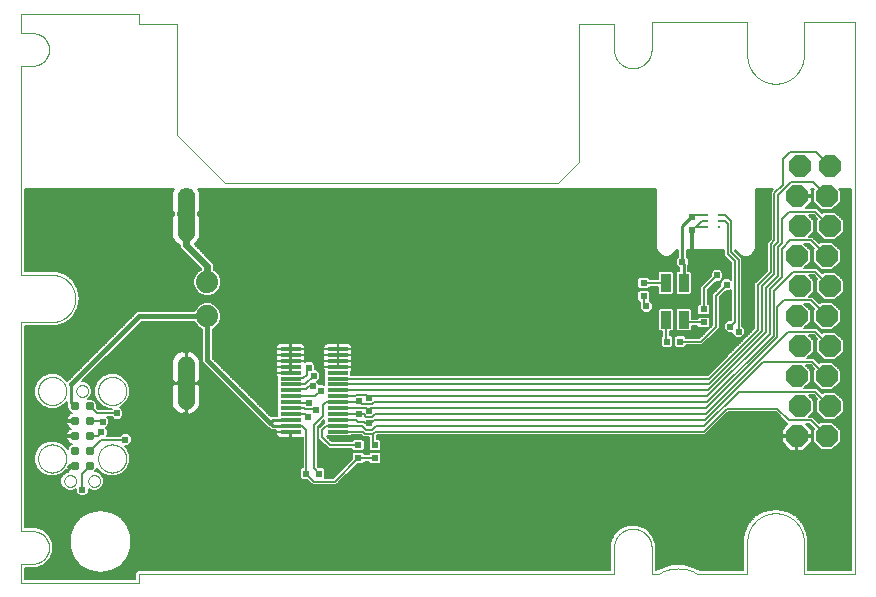
<source format=gtl>
G75*
%MOIN*%
%OFA0B0*%
%FSLAX25Y25*%
%IPPOS*%
%LPD*%
%AMOC8*
5,1,8,0,0,1.08239X$1,22.5*
%
%ADD10C,0.00100*%
%ADD11C,0.05906*%
%ADD12C,0.00984*%
%ADD13R,0.07087X0.01260*%
%ADD14C,0.20866*%
%ADD15R,0.03543X0.05906*%
%ADD16R,0.01969X0.02362*%
%ADD17R,0.02362X0.01969*%
%ADD18C,0.00984*%
%ADD19OC8,0.07400*%
%ADD20C,0.07400*%
%ADD21C,0.03100*%
%ADD22C,0.00000*%
%ADD23C,0.00600*%
%ADD24C,0.01000*%
%ADD25C,0.02400*%
%ADD26C,0.01200*%
%ADD27C,0.01600*%
%ADD28C,0.02400*%
D10*
X0007311Y0010025D02*
X0046681Y0010025D01*
X0046681Y0012741D01*
X0204998Y0012741D01*
X0204998Y0021741D01*
X0205000Y0021898D01*
X0205006Y0022055D01*
X0205016Y0022212D01*
X0205030Y0022368D01*
X0205047Y0022524D01*
X0205069Y0022680D01*
X0205094Y0022835D01*
X0205124Y0022989D01*
X0205157Y0023143D01*
X0205194Y0023295D01*
X0205235Y0023447D01*
X0205280Y0023598D01*
X0205329Y0023747D01*
X0205381Y0023895D01*
X0205437Y0024042D01*
X0205497Y0024187D01*
X0205560Y0024331D01*
X0205627Y0024473D01*
X0205697Y0024613D01*
X0205771Y0024752D01*
X0205848Y0024889D01*
X0205929Y0025023D01*
X0206013Y0025156D01*
X0206101Y0025286D01*
X0206192Y0025415D01*
X0206286Y0025541D01*
X0206383Y0025664D01*
X0206483Y0025785D01*
X0206586Y0025904D01*
X0206692Y0026019D01*
X0206801Y0026133D01*
X0206913Y0026243D01*
X0207027Y0026350D01*
X0207144Y0026455D01*
X0207264Y0026557D01*
X0207386Y0026655D01*
X0207511Y0026751D01*
X0207638Y0026843D01*
X0207768Y0026932D01*
X0207899Y0027018D01*
X0208033Y0027101D01*
X0208168Y0027180D01*
X0208306Y0027255D01*
X0208446Y0027328D01*
X0208587Y0027396D01*
X0208730Y0027461D01*
X0208874Y0027523D01*
X0209020Y0027581D01*
X0209168Y0027635D01*
X0209317Y0027685D01*
X0209467Y0027732D01*
X0209618Y0027775D01*
X0209770Y0027814D01*
X0209923Y0027849D01*
X0210077Y0027880D01*
X0210232Y0027908D01*
X0210387Y0027931D01*
X0210543Y0027951D01*
X0210699Y0027967D01*
X0210856Y0027979D01*
X0211012Y0027987D01*
X0211169Y0027991D01*
X0211327Y0027991D01*
X0211484Y0027987D01*
X0211640Y0027979D01*
X0211797Y0027967D01*
X0211953Y0027951D01*
X0212109Y0027931D01*
X0212264Y0027908D01*
X0212419Y0027880D01*
X0212573Y0027849D01*
X0212726Y0027814D01*
X0212878Y0027775D01*
X0213029Y0027732D01*
X0213179Y0027685D01*
X0213328Y0027635D01*
X0213476Y0027581D01*
X0213622Y0027523D01*
X0213766Y0027461D01*
X0213909Y0027396D01*
X0214050Y0027328D01*
X0214190Y0027255D01*
X0214328Y0027180D01*
X0214463Y0027101D01*
X0214597Y0027018D01*
X0214728Y0026932D01*
X0214858Y0026843D01*
X0214985Y0026751D01*
X0215110Y0026655D01*
X0215232Y0026557D01*
X0215352Y0026455D01*
X0215469Y0026350D01*
X0215583Y0026243D01*
X0215695Y0026133D01*
X0215804Y0026019D01*
X0215910Y0025904D01*
X0216013Y0025785D01*
X0216113Y0025664D01*
X0216210Y0025541D01*
X0216304Y0025415D01*
X0216395Y0025286D01*
X0216483Y0025156D01*
X0216567Y0025023D01*
X0216648Y0024889D01*
X0216725Y0024752D01*
X0216799Y0024613D01*
X0216869Y0024473D01*
X0216936Y0024331D01*
X0216999Y0024187D01*
X0217059Y0024042D01*
X0217115Y0023895D01*
X0217167Y0023747D01*
X0217216Y0023598D01*
X0217261Y0023447D01*
X0217302Y0023295D01*
X0217339Y0023143D01*
X0217372Y0022989D01*
X0217402Y0022835D01*
X0217427Y0022680D01*
X0217449Y0022524D01*
X0217466Y0022368D01*
X0217480Y0022212D01*
X0217490Y0022055D01*
X0217496Y0021898D01*
X0217498Y0021741D01*
X0217498Y0012741D01*
X0219528Y0012741D01*
X0233093Y0012741D02*
X0249411Y0012741D01*
X0249411Y0023741D01*
X0249414Y0023970D01*
X0249422Y0024199D01*
X0249436Y0024427D01*
X0249456Y0024655D01*
X0249481Y0024883D01*
X0249511Y0025110D01*
X0249547Y0025336D01*
X0249589Y0025561D01*
X0249636Y0025785D01*
X0249688Y0026008D01*
X0249746Y0026229D01*
X0249810Y0026449D01*
X0249878Y0026668D01*
X0249952Y0026884D01*
X0250031Y0027099D01*
X0250116Y0027312D01*
X0250205Y0027522D01*
X0250300Y0027731D01*
X0250399Y0027937D01*
X0250504Y0028141D01*
X0250614Y0028342D01*
X0250728Y0028540D01*
X0250847Y0028735D01*
X0250971Y0028928D01*
X0251100Y0029117D01*
X0251233Y0029303D01*
X0251371Y0029486D01*
X0251513Y0029666D01*
X0251659Y0029841D01*
X0251810Y0030014D01*
X0251965Y0030182D01*
X0252124Y0030347D01*
X0252287Y0030508D01*
X0252453Y0030665D01*
X0252624Y0030818D01*
X0252798Y0030966D01*
X0252976Y0031111D01*
X0253157Y0031250D01*
X0253342Y0031386D01*
X0253529Y0031517D01*
X0253720Y0031643D01*
X0253914Y0031765D01*
X0254111Y0031882D01*
X0254311Y0031994D01*
X0254513Y0032101D01*
X0254718Y0032203D01*
X0254925Y0032300D01*
X0255135Y0032392D01*
X0255346Y0032479D01*
X0255560Y0032561D01*
X0255776Y0032638D01*
X0255993Y0032709D01*
X0256213Y0032775D01*
X0256433Y0032835D01*
X0256656Y0032891D01*
X0256879Y0032940D01*
X0257104Y0032985D01*
X0257329Y0033023D01*
X0257556Y0033057D01*
X0257783Y0033085D01*
X0258011Y0033107D01*
X0258239Y0033124D01*
X0258468Y0033135D01*
X0258697Y0033140D01*
X0258925Y0033140D01*
X0259154Y0033135D01*
X0259383Y0033124D01*
X0259611Y0033107D01*
X0259839Y0033085D01*
X0260066Y0033057D01*
X0260293Y0033023D01*
X0260518Y0032985D01*
X0260743Y0032940D01*
X0260966Y0032891D01*
X0261189Y0032835D01*
X0261409Y0032775D01*
X0261629Y0032709D01*
X0261846Y0032638D01*
X0262062Y0032561D01*
X0262276Y0032479D01*
X0262487Y0032392D01*
X0262697Y0032300D01*
X0262904Y0032203D01*
X0263109Y0032101D01*
X0263311Y0031994D01*
X0263511Y0031882D01*
X0263708Y0031765D01*
X0263902Y0031643D01*
X0264093Y0031517D01*
X0264280Y0031386D01*
X0264465Y0031250D01*
X0264646Y0031111D01*
X0264824Y0030966D01*
X0264998Y0030818D01*
X0265169Y0030665D01*
X0265335Y0030508D01*
X0265498Y0030347D01*
X0265657Y0030182D01*
X0265812Y0030014D01*
X0265963Y0029841D01*
X0266109Y0029666D01*
X0266251Y0029486D01*
X0266389Y0029303D01*
X0266522Y0029117D01*
X0266651Y0028928D01*
X0266775Y0028735D01*
X0266894Y0028540D01*
X0267008Y0028342D01*
X0267118Y0028141D01*
X0267223Y0027937D01*
X0267322Y0027731D01*
X0267417Y0027522D01*
X0267506Y0027312D01*
X0267591Y0027099D01*
X0267670Y0026884D01*
X0267744Y0026668D01*
X0267812Y0026449D01*
X0267876Y0026229D01*
X0267934Y0026008D01*
X0267986Y0025785D01*
X0268033Y0025561D01*
X0268075Y0025336D01*
X0268111Y0025110D01*
X0268141Y0024883D01*
X0268166Y0024655D01*
X0268186Y0024427D01*
X0268200Y0024199D01*
X0268208Y0023970D01*
X0268211Y0023741D01*
X0268211Y0012741D01*
X0285311Y0012741D01*
X0285311Y0196741D01*
X0268211Y0196741D01*
X0268211Y0185741D01*
X0268208Y0185512D01*
X0268200Y0185283D01*
X0268186Y0185055D01*
X0268166Y0184827D01*
X0268141Y0184599D01*
X0268111Y0184372D01*
X0268075Y0184146D01*
X0268033Y0183921D01*
X0267986Y0183697D01*
X0267934Y0183474D01*
X0267876Y0183253D01*
X0267812Y0183033D01*
X0267744Y0182814D01*
X0267670Y0182598D01*
X0267591Y0182383D01*
X0267506Y0182170D01*
X0267417Y0181960D01*
X0267322Y0181751D01*
X0267223Y0181545D01*
X0267118Y0181341D01*
X0267008Y0181140D01*
X0266894Y0180942D01*
X0266775Y0180747D01*
X0266651Y0180554D01*
X0266522Y0180365D01*
X0266389Y0180179D01*
X0266251Y0179996D01*
X0266109Y0179816D01*
X0265963Y0179641D01*
X0265812Y0179468D01*
X0265657Y0179300D01*
X0265498Y0179135D01*
X0265335Y0178974D01*
X0265169Y0178817D01*
X0264998Y0178664D01*
X0264824Y0178516D01*
X0264646Y0178371D01*
X0264465Y0178232D01*
X0264280Y0178096D01*
X0264093Y0177965D01*
X0263902Y0177839D01*
X0263708Y0177717D01*
X0263511Y0177600D01*
X0263311Y0177488D01*
X0263109Y0177381D01*
X0262904Y0177279D01*
X0262697Y0177182D01*
X0262487Y0177090D01*
X0262276Y0177003D01*
X0262062Y0176921D01*
X0261846Y0176844D01*
X0261629Y0176773D01*
X0261409Y0176707D01*
X0261189Y0176647D01*
X0260966Y0176591D01*
X0260743Y0176542D01*
X0260518Y0176497D01*
X0260293Y0176459D01*
X0260066Y0176425D01*
X0259839Y0176397D01*
X0259611Y0176375D01*
X0259383Y0176358D01*
X0259154Y0176347D01*
X0258925Y0176342D01*
X0258697Y0176342D01*
X0258468Y0176347D01*
X0258239Y0176358D01*
X0258011Y0176375D01*
X0257783Y0176397D01*
X0257556Y0176425D01*
X0257329Y0176459D01*
X0257104Y0176497D01*
X0256879Y0176542D01*
X0256656Y0176591D01*
X0256433Y0176647D01*
X0256213Y0176707D01*
X0255993Y0176773D01*
X0255776Y0176844D01*
X0255560Y0176921D01*
X0255346Y0177003D01*
X0255135Y0177090D01*
X0254925Y0177182D01*
X0254718Y0177279D01*
X0254513Y0177381D01*
X0254311Y0177488D01*
X0254111Y0177600D01*
X0253914Y0177717D01*
X0253720Y0177839D01*
X0253529Y0177965D01*
X0253342Y0178096D01*
X0253157Y0178232D01*
X0252976Y0178371D01*
X0252798Y0178516D01*
X0252624Y0178664D01*
X0252453Y0178817D01*
X0252287Y0178974D01*
X0252124Y0179135D01*
X0251965Y0179300D01*
X0251810Y0179468D01*
X0251659Y0179641D01*
X0251513Y0179816D01*
X0251371Y0179996D01*
X0251233Y0180179D01*
X0251100Y0180365D01*
X0250971Y0180554D01*
X0250847Y0180747D01*
X0250728Y0180942D01*
X0250614Y0181140D01*
X0250504Y0181341D01*
X0250399Y0181545D01*
X0250300Y0181751D01*
X0250205Y0181960D01*
X0250116Y0182170D01*
X0250031Y0182383D01*
X0249952Y0182598D01*
X0249878Y0182814D01*
X0249810Y0183033D01*
X0249746Y0183253D01*
X0249688Y0183474D01*
X0249636Y0183697D01*
X0249589Y0183921D01*
X0249547Y0184146D01*
X0249511Y0184372D01*
X0249481Y0184599D01*
X0249456Y0184827D01*
X0249436Y0185055D01*
X0249422Y0185283D01*
X0249414Y0185512D01*
X0249411Y0185741D01*
X0249411Y0196741D01*
X0217498Y0196741D01*
X0217498Y0187741D01*
X0217496Y0187584D01*
X0217490Y0187427D01*
X0217480Y0187270D01*
X0217466Y0187114D01*
X0217449Y0186958D01*
X0217427Y0186802D01*
X0217402Y0186647D01*
X0217372Y0186493D01*
X0217339Y0186339D01*
X0217302Y0186187D01*
X0217261Y0186035D01*
X0217216Y0185884D01*
X0217167Y0185735D01*
X0217115Y0185587D01*
X0217059Y0185440D01*
X0216999Y0185295D01*
X0216936Y0185151D01*
X0216869Y0185009D01*
X0216799Y0184869D01*
X0216725Y0184730D01*
X0216648Y0184593D01*
X0216567Y0184459D01*
X0216483Y0184326D01*
X0216395Y0184196D01*
X0216304Y0184067D01*
X0216210Y0183941D01*
X0216113Y0183818D01*
X0216013Y0183697D01*
X0215910Y0183578D01*
X0215804Y0183463D01*
X0215695Y0183349D01*
X0215583Y0183239D01*
X0215469Y0183132D01*
X0215352Y0183027D01*
X0215232Y0182925D01*
X0215110Y0182827D01*
X0214985Y0182731D01*
X0214858Y0182639D01*
X0214728Y0182550D01*
X0214597Y0182464D01*
X0214463Y0182381D01*
X0214328Y0182302D01*
X0214190Y0182227D01*
X0214050Y0182154D01*
X0213909Y0182086D01*
X0213766Y0182021D01*
X0213622Y0181959D01*
X0213476Y0181901D01*
X0213328Y0181847D01*
X0213179Y0181797D01*
X0213029Y0181750D01*
X0212878Y0181707D01*
X0212726Y0181668D01*
X0212573Y0181633D01*
X0212419Y0181602D01*
X0212264Y0181574D01*
X0212109Y0181551D01*
X0211953Y0181531D01*
X0211797Y0181515D01*
X0211640Y0181503D01*
X0211484Y0181495D01*
X0211327Y0181491D01*
X0211169Y0181491D01*
X0211012Y0181495D01*
X0210856Y0181503D01*
X0210699Y0181515D01*
X0210543Y0181531D01*
X0210387Y0181551D01*
X0210232Y0181574D01*
X0210077Y0181602D01*
X0209923Y0181633D01*
X0209770Y0181668D01*
X0209618Y0181707D01*
X0209467Y0181750D01*
X0209317Y0181797D01*
X0209168Y0181847D01*
X0209020Y0181901D01*
X0208874Y0181959D01*
X0208730Y0182021D01*
X0208587Y0182086D01*
X0208446Y0182154D01*
X0208306Y0182227D01*
X0208168Y0182302D01*
X0208033Y0182381D01*
X0207899Y0182464D01*
X0207768Y0182550D01*
X0207638Y0182639D01*
X0207511Y0182731D01*
X0207386Y0182827D01*
X0207264Y0182925D01*
X0207144Y0183027D01*
X0207027Y0183132D01*
X0206913Y0183239D01*
X0206801Y0183349D01*
X0206692Y0183463D01*
X0206586Y0183578D01*
X0206483Y0183697D01*
X0206383Y0183818D01*
X0206286Y0183941D01*
X0206192Y0184067D01*
X0206101Y0184196D01*
X0206013Y0184326D01*
X0205929Y0184459D01*
X0205848Y0184593D01*
X0205771Y0184730D01*
X0205697Y0184869D01*
X0205627Y0185009D01*
X0205560Y0185151D01*
X0205497Y0185295D01*
X0205437Y0185440D01*
X0205381Y0185587D01*
X0205329Y0185735D01*
X0205280Y0185884D01*
X0205235Y0186035D01*
X0205194Y0186187D01*
X0205157Y0186339D01*
X0205124Y0186493D01*
X0205094Y0186647D01*
X0205069Y0186802D01*
X0205047Y0186958D01*
X0205030Y0187114D01*
X0205016Y0187270D01*
X0205006Y0187427D01*
X0205000Y0187584D01*
X0204998Y0187741D01*
X0204998Y0196300D01*
X0193300Y0196300D01*
X0193300Y0150300D01*
X0186300Y0143300D01*
X0075300Y0143300D01*
X0059300Y0159300D01*
X0059300Y0196300D01*
X0046681Y0196300D01*
X0046681Y0199458D01*
X0007311Y0199458D01*
X0007311Y0193155D01*
X0011248Y0193155D01*
X0011248Y0193154D02*
X0011393Y0193152D01*
X0011539Y0193146D01*
X0011684Y0193136D01*
X0011828Y0193123D01*
X0011973Y0193105D01*
X0012116Y0193084D01*
X0012259Y0193059D01*
X0012402Y0193030D01*
X0012543Y0192997D01*
X0012684Y0192960D01*
X0012824Y0192920D01*
X0012962Y0192875D01*
X0013099Y0192828D01*
X0013235Y0192776D01*
X0013370Y0192721D01*
X0013503Y0192662D01*
X0013634Y0192600D01*
X0013764Y0192534D01*
X0013891Y0192465D01*
X0014017Y0192392D01*
X0014141Y0192316D01*
X0014263Y0192237D01*
X0014382Y0192154D01*
X0014500Y0192068D01*
X0014615Y0191980D01*
X0014727Y0191888D01*
X0014837Y0191793D01*
X0014945Y0191695D01*
X0015050Y0191594D01*
X0015152Y0191491D01*
X0015251Y0191385D01*
X0015348Y0191276D01*
X0015441Y0191164D01*
X0015531Y0191051D01*
X0015619Y0190934D01*
X0015703Y0190816D01*
X0015784Y0190695D01*
X0015861Y0190572D01*
X0015936Y0190448D01*
X0016007Y0190321D01*
X0016074Y0190192D01*
X0016138Y0190062D01*
X0016199Y0189929D01*
X0016256Y0189796D01*
X0016309Y0189660D01*
X0016359Y0189524D01*
X0016405Y0189386D01*
X0016447Y0189247D01*
X0016486Y0189107D01*
X0016521Y0188966D01*
X0016552Y0188824D01*
X0016579Y0188681D01*
X0016602Y0188537D01*
X0016622Y0188393D01*
X0016637Y0188249D01*
X0016649Y0188104D01*
X0016657Y0187959D01*
X0016661Y0187814D01*
X0016661Y0187668D01*
X0016657Y0187523D01*
X0016649Y0187378D01*
X0016637Y0187233D01*
X0016622Y0187089D01*
X0016602Y0186945D01*
X0016579Y0186801D01*
X0016552Y0186658D01*
X0016521Y0186516D01*
X0016486Y0186375D01*
X0016447Y0186235D01*
X0016405Y0186096D01*
X0016359Y0185958D01*
X0016309Y0185822D01*
X0016256Y0185686D01*
X0016199Y0185553D01*
X0016138Y0185420D01*
X0016074Y0185290D01*
X0016007Y0185161D01*
X0015936Y0185035D01*
X0015861Y0184910D01*
X0015784Y0184787D01*
X0015703Y0184666D01*
X0015619Y0184548D01*
X0015531Y0184431D01*
X0015441Y0184318D01*
X0015348Y0184206D01*
X0015251Y0184097D01*
X0015152Y0183991D01*
X0015050Y0183888D01*
X0014945Y0183787D01*
X0014837Y0183689D01*
X0014727Y0183594D01*
X0014615Y0183502D01*
X0014500Y0183414D01*
X0014382Y0183328D01*
X0014263Y0183245D01*
X0014141Y0183166D01*
X0014017Y0183090D01*
X0013891Y0183017D01*
X0013764Y0182948D01*
X0013634Y0182882D01*
X0013503Y0182820D01*
X0013370Y0182761D01*
X0013235Y0182706D01*
X0013099Y0182654D01*
X0012962Y0182607D01*
X0012824Y0182562D01*
X0012684Y0182522D01*
X0012543Y0182485D01*
X0012402Y0182452D01*
X0012259Y0182423D01*
X0012116Y0182398D01*
X0011973Y0182377D01*
X0011828Y0182359D01*
X0011684Y0182346D01*
X0011539Y0182336D01*
X0011393Y0182330D01*
X0011248Y0182328D01*
X0007311Y0182328D01*
X0007311Y0112615D01*
X0017540Y0112615D01*
X0017732Y0112613D01*
X0017923Y0112606D01*
X0018115Y0112594D01*
X0018306Y0112578D01*
X0018496Y0112557D01*
X0018686Y0112531D01*
X0018876Y0112501D01*
X0019064Y0112466D01*
X0019252Y0112427D01*
X0019439Y0112383D01*
X0019624Y0112334D01*
X0019808Y0112281D01*
X0019991Y0112224D01*
X0020173Y0112162D01*
X0020353Y0112095D01*
X0020531Y0112025D01*
X0020708Y0111950D01*
X0020882Y0111870D01*
X0021055Y0111787D01*
X0021225Y0111699D01*
X0021394Y0111608D01*
X0021560Y0111512D01*
X0021723Y0111412D01*
X0021885Y0111308D01*
X0022043Y0111200D01*
X0022199Y0111089D01*
X0022352Y0110973D01*
X0022503Y0110854D01*
X0022650Y0110732D01*
X0022794Y0110605D01*
X0022936Y0110476D01*
X0023074Y0110343D01*
X0023209Y0110206D01*
X0023340Y0110066D01*
X0023468Y0109924D01*
X0023592Y0109778D01*
X0023713Y0109629D01*
X0023830Y0109477D01*
X0023944Y0109323D01*
X0024054Y0109165D01*
X0024159Y0109005D01*
X0024261Y0108843D01*
X0024359Y0108678D01*
X0024453Y0108511D01*
X0024543Y0108341D01*
X0024628Y0108170D01*
X0024710Y0107996D01*
X0024787Y0107821D01*
X0024860Y0107643D01*
X0024928Y0107464D01*
X0024992Y0107283D01*
X0025052Y0107101D01*
X0025107Y0106918D01*
X0025158Y0106733D01*
X0025204Y0106547D01*
X0025246Y0106359D01*
X0025283Y0106171D01*
X0025316Y0105982D01*
X0025343Y0105793D01*
X0025367Y0105602D01*
X0025385Y0105411D01*
X0025399Y0105220D01*
X0025409Y0105029D01*
X0025413Y0104837D01*
X0025413Y0104645D01*
X0025409Y0104453D01*
X0025399Y0104262D01*
X0025385Y0104071D01*
X0025367Y0103880D01*
X0025343Y0103689D01*
X0025316Y0103500D01*
X0025283Y0103311D01*
X0025246Y0103123D01*
X0025204Y0102935D01*
X0025158Y0102749D01*
X0025107Y0102564D01*
X0025052Y0102381D01*
X0024992Y0102199D01*
X0024928Y0102018D01*
X0024860Y0101839D01*
X0024787Y0101661D01*
X0024710Y0101486D01*
X0024628Y0101312D01*
X0024543Y0101141D01*
X0024453Y0100971D01*
X0024359Y0100804D01*
X0024261Y0100639D01*
X0024159Y0100477D01*
X0024054Y0100317D01*
X0023944Y0100159D01*
X0023830Y0100005D01*
X0023713Y0099853D01*
X0023592Y0099704D01*
X0023468Y0099558D01*
X0023340Y0099416D01*
X0023209Y0099276D01*
X0023074Y0099139D01*
X0022936Y0099006D01*
X0022794Y0098877D01*
X0022650Y0098750D01*
X0022503Y0098628D01*
X0022352Y0098509D01*
X0022199Y0098393D01*
X0022043Y0098282D01*
X0021885Y0098174D01*
X0021723Y0098070D01*
X0021560Y0097970D01*
X0021394Y0097874D01*
X0021225Y0097783D01*
X0021055Y0097695D01*
X0020882Y0097612D01*
X0020708Y0097532D01*
X0020531Y0097457D01*
X0020353Y0097387D01*
X0020173Y0097320D01*
X0019991Y0097258D01*
X0019808Y0097201D01*
X0019624Y0097148D01*
X0019439Y0097099D01*
X0019252Y0097055D01*
X0019064Y0097016D01*
X0018876Y0096981D01*
X0018686Y0096951D01*
X0018496Y0096925D01*
X0018306Y0096904D01*
X0018115Y0096888D01*
X0017923Y0096876D01*
X0017732Y0096869D01*
X0017540Y0096867D01*
X0007311Y0096867D01*
X0007311Y0027155D01*
X0011248Y0027155D01*
X0011248Y0027154D02*
X0011393Y0027152D01*
X0011539Y0027146D01*
X0011684Y0027136D01*
X0011828Y0027123D01*
X0011973Y0027105D01*
X0012116Y0027084D01*
X0012259Y0027059D01*
X0012402Y0027030D01*
X0012543Y0026997D01*
X0012684Y0026960D01*
X0012824Y0026920D01*
X0012962Y0026875D01*
X0013099Y0026828D01*
X0013235Y0026776D01*
X0013370Y0026721D01*
X0013503Y0026662D01*
X0013634Y0026600D01*
X0013764Y0026534D01*
X0013891Y0026465D01*
X0014017Y0026392D01*
X0014141Y0026316D01*
X0014263Y0026237D01*
X0014382Y0026154D01*
X0014500Y0026068D01*
X0014615Y0025980D01*
X0014727Y0025888D01*
X0014837Y0025793D01*
X0014945Y0025695D01*
X0015050Y0025594D01*
X0015152Y0025491D01*
X0015251Y0025385D01*
X0015348Y0025276D01*
X0015441Y0025164D01*
X0015531Y0025051D01*
X0015619Y0024934D01*
X0015703Y0024816D01*
X0015784Y0024695D01*
X0015861Y0024572D01*
X0015936Y0024448D01*
X0016007Y0024321D01*
X0016074Y0024192D01*
X0016138Y0024062D01*
X0016199Y0023929D01*
X0016256Y0023796D01*
X0016309Y0023660D01*
X0016359Y0023524D01*
X0016405Y0023386D01*
X0016447Y0023247D01*
X0016486Y0023107D01*
X0016521Y0022966D01*
X0016552Y0022824D01*
X0016579Y0022681D01*
X0016602Y0022537D01*
X0016622Y0022393D01*
X0016637Y0022249D01*
X0016649Y0022104D01*
X0016657Y0021959D01*
X0016661Y0021814D01*
X0016661Y0021668D01*
X0016657Y0021523D01*
X0016649Y0021378D01*
X0016637Y0021233D01*
X0016622Y0021089D01*
X0016602Y0020945D01*
X0016579Y0020801D01*
X0016552Y0020658D01*
X0016521Y0020516D01*
X0016486Y0020375D01*
X0016447Y0020235D01*
X0016405Y0020096D01*
X0016359Y0019958D01*
X0016309Y0019822D01*
X0016256Y0019686D01*
X0016199Y0019553D01*
X0016138Y0019420D01*
X0016074Y0019290D01*
X0016007Y0019161D01*
X0015936Y0019035D01*
X0015861Y0018910D01*
X0015784Y0018787D01*
X0015703Y0018666D01*
X0015619Y0018548D01*
X0015531Y0018431D01*
X0015441Y0018318D01*
X0015348Y0018206D01*
X0015251Y0018097D01*
X0015152Y0017991D01*
X0015050Y0017888D01*
X0014945Y0017787D01*
X0014837Y0017689D01*
X0014727Y0017594D01*
X0014615Y0017502D01*
X0014500Y0017414D01*
X0014382Y0017328D01*
X0014263Y0017245D01*
X0014141Y0017166D01*
X0014017Y0017090D01*
X0013891Y0017017D01*
X0013764Y0016948D01*
X0013634Y0016882D01*
X0013503Y0016820D01*
X0013370Y0016761D01*
X0013235Y0016706D01*
X0013099Y0016654D01*
X0012962Y0016607D01*
X0012824Y0016562D01*
X0012684Y0016522D01*
X0012543Y0016485D01*
X0012402Y0016452D01*
X0012259Y0016423D01*
X0012116Y0016398D01*
X0011973Y0016377D01*
X0011828Y0016359D01*
X0011684Y0016346D01*
X0011539Y0016336D01*
X0011393Y0016330D01*
X0011248Y0016328D01*
X0007311Y0016328D01*
X0007311Y0010025D01*
X0219529Y0012741D02*
X0219787Y0012903D01*
X0220049Y0013059D01*
X0220315Y0013209D01*
X0220584Y0013352D01*
X0220857Y0013488D01*
X0221133Y0013618D01*
X0221412Y0013741D01*
X0221695Y0013857D01*
X0221979Y0013966D01*
X0222267Y0014069D01*
X0222557Y0014164D01*
X0222849Y0014252D01*
X0223143Y0014333D01*
X0223439Y0014407D01*
X0223737Y0014473D01*
X0224036Y0014532D01*
X0224336Y0014584D01*
X0224638Y0014629D01*
X0224941Y0014666D01*
X0225245Y0014695D01*
X0225549Y0014718D01*
X0225854Y0014733D01*
X0226158Y0014740D01*
X0226464Y0014740D01*
X0226768Y0014733D01*
X0227073Y0014718D01*
X0227377Y0014695D01*
X0227681Y0014666D01*
X0227984Y0014629D01*
X0228286Y0014584D01*
X0228586Y0014532D01*
X0228885Y0014473D01*
X0229183Y0014407D01*
X0229479Y0014333D01*
X0229773Y0014252D01*
X0230065Y0014164D01*
X0230355Y0014069D01*
X0230643Y0013966D01*
X0230927Y0013857D01*
X0231210Y0013741D01*
X0231489Y0013618D01*
X0231765Y0013488D01*
X0232038Y0013352D01*
X0232307Y0013209D01*
X0232573Y0013059D01*
X0232835Y0012903D01*
X0233093Y0012741D01*
D11*
X0062300Y0076700D03*
X0062300Y0132800D03*
D12*
X0059839Y0132800D02*
X0059839Y0126894D01*
X0059887Y0126414D01*
X0060027Y0125953D01*
X0060254Y0125527D01*
X0060560Y0125155D01*
X0060933Y0124849D01*
X0061358Y0124621D01*
X0061820Y0124481D01*
X0062300Y0124434D01*
X0062780Y0124481D01*
X0063242Y0124621D01*
X0063667Y0124849D01*
X0064040Y0125155D01*
X0064346Y0125527D01*
X0064573Y0125953D01*
X0064713Y0126414D01*
X0064761Y0126894D01*
X0064761Y0138706D01*
X0064713Y0139186D01*
X0064573Y0139647D01*
X0064346Y0140073D01*
X0064040Y0140445D01*
X0063667Y0140751D01*
X0063242Y0140979D01*
X0062780Y0141119D01*
X0062300Y0141166D01*
X0061820Y0141119D01*
X0061358Y0140979D01*
X0060933Y0140751D01*
X0060560Y0140445D01*
X0060254Y0140073D01*
X0060027Y0139647D01*
X0059887Y0139186D01*
X0059839Y0138706D01*
X0059839Y0132800D01*
X0059839Y0132835D02*
X0064761Y0132835D01*
X0064761Y0133818D02*
X0059839Y0133818D01*
X0059839Y0134800D02*
X0064761Y0134800D01*
X0064761Y0135783D02*
X0059839Y0135783D01*
X0059839Y0136766D02*
X0064761Y0136766D01*
X0064761Y0137749D02*
X0059839Y0137749D01*
X0059842Y0138731D02*
X0064758Y0138731D01*
X0064537Y0139714D02*
X0060063Y0139714D01*
X0060867Y0140697D02*
X0063733Y0140697D01*
X0064761Y0131852D02*
X0059839Y0131852D01*
X0059839Y0130869D02*
X0064761Y0130869D01*
X0064761Y0129887D02*
X0059839Y0129887D01*
X0059839Y0128904D02*
X0064761Y0128904D01*
X0064761Y0127921D02*
X0059839Y0127921D01*
X0059839Y0126938D02*
X0064761Y0126938D01*
X0064574Y0125956D02*
X0060026Y0125956D01*
X0060782Y0124973D02*
X0063818Y0124973D01*
X0062300Y0085066D02*
X0062780Y0085019D01*
X0063242Y0084879D01*
X0063667Y0084651D01*
X0064040Y0084345D01*
X0064346Y0083973D01*
X0064573Y0083547D01*
X0064713Y0083086D01*
X0064761Y0082606D01*
X0064761Y0070794D01*
X0064713Y0070314D01*
X0064573Y0069853D01*
X0064346Y0069427D01*
X0064040Y0069055D01*
X0063667Y0068749D01*
X0063242Y0068521D01*
X0062780Y0068381D01*
X0062300Y0068334D01*
X0061820Y0068381D01*
X0061358Y0068521D01*
X0060933Y0068749D01*
X0060560Y0069055D01*
X0060254Y0069427D01*
X0060027Y0069853D01*
X0059887Y0070314D01*
X0059839Y0070794D01*
X0059839Y0076700D01*
X0059839Y0082606D01*
X0059887Y0083086D01*
X0060027Y0083547D01*
X0060254Y0083973D01*
X0060560Y0084345D01*
X0060933Y0084651D01*
X0061358Y0084879D01*
X0061820Y0085019D01*
X0062300Y0085066D01*
X0060985Y0084679D02*
X0063615Y0084679D01*
X0064493Y0083697D02*
X0060107Y0083697D01*
X0059850Y0082714D02*
X0064750Y0082714D01*
X0064761Y0081731D02*
X0059839Y0081731D01*
X0059839Y0080748D02*
X0064761Y0080748D01*
X0064761Y0079766D02*
X0059839Y0079766D01*
X0059839Y0078783D02*
X0064761Y0078783D01*
X0064761Y0077800D02*
X0059839Y0077800D01*
X0059839Y0076817D02*
X0064761Y0076817D01*
X0064761Y0075835D02*
X0059839Y0075835D01*
X0059839Y0074852D02*
X0064761Y0074852D01*
X0064761Y0073869D02*
X0059839Y0073869D01*
X0059839Y0072886D02*
X0064761Y0072886D01*
X0064761Y0071904D02*
X0059839Y0071904D01*
X0059839Y0070921D02*
X0064761Y0070921D01*
X0064599Y0069938D02*
X0060001Y0069938D01*
X0060681Y0068955D02*
X0063919Y0068955D01*
D13*
X0097150Y0068198D03*
X0097150Y0070166D03*
X0097150Y0072135D03*
X0097150Y0074103D03*
X0097150Y0076072D03*
X0097150Y0078040D03*
X0097150Y0080009D03*
X0097150Y0081977D03*
X0097150Y0083946D03*
X0097150Y0085914D03*
X0097150Y0087883D03*
X0112898Y0087883D03*
X0112898Y0085914D03*
X0112898Y0083946D03*
X0112898Y0081977D03*
X0112898Y0080009D03*
X0112898Y0078040D03*
X0112898Y0076072D03*
X0112898Y0074103D03*
X0112898Y0072135D03*
X0112898Y0070166D03*
X0112898Y0068198D03*
X0112898Y0066229D03*
X0112898Y0064261D03*
X0112898Y0062292D03*
X0112898Y0060324D03*
X0097150Y0060324D03*
X0097150Y0062292D03*
X0097150Y0064261D03*
X0097150Y0066229D03*
D14*
X0103774Y0029503D03*
X0191074Y0124503D03*
D15*
X0222303Y0109937D03*
X0228209Y0109937D03*
X0228209Y0097732D03*
X0222303Y0097732D03*
D16*
X0222700Y0090333D03*
X0227031Y0090333D03*
X0106735Y0046347D03*
X0102404Y0046347D03*
D17*
X0119700Y0051535D03*
X0119700Y0055865D03*
X0125300Y0055865D03*
X0125300Y0051535D03*
X0214867Y0105500D03*
X0214867Y0109831D03*
X0234933Y0101100D03*
X0234933Y0096769D03*
X0231043Y0127613D03*
X0231043Y0131944D03*
D18*
X0236136Y0132547D03*
X0236136Y0130579D03*
X0236136Y0128610D03*
X0240073Y0128610D03*
X0240073Y0130579D03*
X0240073Y0132547D03*
D19*
X0265831Y0138906D03*
X0275831Y0138906D03*
X0276831Y0128906D03*
X0266831Y0128906D03*
X0265831Y0118906D03*
X0275831Y0118906D03*
X0276831Y0108906D03*
X0266831Y0108906D03*
X0265831Y0098906D03*
X0275831Y0098906D03*
X0276831Y0088906D03*
X0266831Y0088906D03*
X0265831Y0078906D03*
X0275831Y0078906D03*
X0276831Y0068906D03*
X0266831Y0068906D03*
X0265831Y0058906D03*
X0275831Y0058906D03*
X0276831Y0148906D03*
X0266831Y0148906D03*
D20*
X0069434Y0110162D03*
X0069434Y0098762D03*
D21*
X0030200Y0068900D03*
X0025200Y0068900D03*
X0025200Y0063900D03*
X0025200Y0058900D03*
X0030200Y0058900D03*
X0030200Y0063900D03*
X0030200Y0053900D03*
X0030200Y0048900D03*
X0025200Y0048900D03*
X0025200Y0053900D03*
D22*
X0013025Y0051400D02*
X0013027Y0051537D01*
X0013033Y0051673D01*
X0013043Y0051809D01*
X0013057Y0051945D01*
X0013075Y0052081D01*
X0013097Y0052216D01*
X0013122Y0052350D01*
X0013152Y0052483D01*
X0013186Y0052615D01*
X0013223Y0052747D01*
X0013264Y0052877D01*
X0013310Y0053006D01*
X0013358Y0053134D01*
X0013411Y0053260D01*
X0013467Y0053384D01*
X0013527Y0053507D01*
X0013590Y0053628D01*
X0013657Y0053747D01*
X0013727Y0053864D01*
X0013801Y0053980D01*
X0013878Y0054092D01*
X0013958Y0054203D01*
X0014042Y0054311D01*
X0014129Y0054417D01*
X0014218Y0054520D01*
X0014311Y0054620D01*
X0014406Y0054718D01*
X0014505Y0054813D01*
X0014606Y0054905D01*
X0014710Y0054993D01*
X0014816Y0055079D01*
X0014925Y0055162D01*
X0015036Y0055241D01*
X0015149Y0055318D01*
X0015265Y0055391D01*
X0015382Y0055460D01*
X0015502Y0055526D01*
X0015623Y0055588D01*
X0015747Y0055647D01*
X0015872Y0055703D01*
X0015998Y0055754D01*
X0016126Y0055802D01*
X0016255Y0055846D01*
X0016386Y0055887D01*
X0016518Y0055923D01*
X0016650Y0055956D01*
X0016784Y0055984D01*
X0016918Y0056009D01*
X0017053Y0056030D01*
X0017189Y0056047D01*
X0017325Y0056060D01*
X0017461Y0056069D01*
X0017598Y0056074D01*
X0017734Y0056075D01*
X0017871Y0056072D01*
X0018007Y0056065D01*
X0018143Y0056054D01*
X0018279Y0056039D01*
X0018414Y0056020D01*
X0018549Y0055997D01*
X0018683Y0055970D01*
X0018816Y0055940D01*
X0018948Y0055905D01*
X0019080Y0055867D01*
X0019209Y0055825D01*
X0019338Y0055779D01*
X0019465Y0055729D01*
X0019591Y0055675D01*
X0019715Y0055618D01*
X0019838Y0055558D01*
X0019958Y0055493D01*
X0020077Y0055426D01*
X0020193Y0055355D01*
X0020308Y0055280D01*
X0020420Y0055202D01*
X0020530Y0055121D01*
X0020638Y0055037D01*
X0020743Y0054949D01*
X0020845Y0054859D01*
X0020945Y0054766D01*
X0021042Y0054669D01*
X0021136Y0054570D01*
X0021227Y0054469D01*
X0021315Y0054364D01*
X0021400Y0054257D01*
X0021482Y0054148D01*
X0021561Y0054036D01*
X0021636Y0053922D01*
X0021708Y0053806D01*
X0021777Y0053688D01*
X0021842Y0053568D01*
X0021904Y0053446D01*
X0021962Y0053322D01*
X0022016Y0053197D01*
X0022067Y0053070D01*
X0022113Y0052942D01*
X0022157Y0052812D01*
X0022196Y0052681D01*
X0022232Y0052549D01*
X0022263Y0052416D01*
X0022291Y0052283D01*
X0022315Y0052148D01*
X0022335Y0052013D01*
X0022351Y0051877D01*
X0022363Y0051741D01*
X0022371Y0051605D01*
X0022375Y0051468D01*
X0022375Y0051332D01*
X0022371Y0051195D01*
X0022363Y0051059D01*
X0022351Y0050923D01*
X0022335Y0050787D01*
X0022315Y0050652D01*
X0022291Y0050517D01*
X0022263Y0050384D01*
X0022232Y0050251D01*
X0022196Y0050119D01*
X0022157Y0049988D01*
X0022113Y0049858D01*
X0022067Y0049730D01*
X0022016Y0049603D01*
X0021962Y0049478D01*
X0021904Y0049354D01*
X0021842Y0049232D01*
X0021777Y0049112D01*
X0021708Y0048994D01*
X0021636Y0048878D01*
X0021561Y0048764D01*
X0021482Y0048652D01*
X0021400Y0048543D01*
X0021315Y0048436D01*
X0021227Y0048331D01*
X0021136Y0048230D01*
X0021042Y0048131D01*
X0020945Y0048034D01*
X0020845Y0047941D01*
X0020743Y0047851D01*
X0020638Y0047763D01*
X0020530Y0047679D01*
X0020420Y0047598D01*
X0020308Y0047520D01*
X0020193Y0047445D01*
X0020077Y0047374D01*
X0019958Y0047307D01*
X0019838Y0047242D01*
X0019715Y0047182D01*
X0019591Y0047125D01*
X0019465Y0047071D01*
X0019338Y0047021D01*
X0019209Y0046975D01*
X0019080Y0046933D01*
X0018948Y0046895D01*
X0018816Y0046860D01*
X0018683Y0046830D01*
X0018549Y0046803D01*
X0018414Y0046780D01*
X0018279Y0046761D01*
X0018143Y0046746D01*
X0018007Y0046735D01*
X0017871Y0046728D01*
X0017734Y0046725D01*
X0017598Y0046726D01*
X0017461Y0046731D01*
X0017325Y0046740D01*
X0017189Y0046753D01*
X0017053Y0046770D01*
X0016918Y0046791D01*
X0016784Y0046816D01*
X0016650Y0046844D01*
X0016518Y0046877D01*
X0016386Y0046913D01*
X0016255Y0046954D01*
X0016126Y0046998D01*
X0015998Y0047046D01*
X0015872Y0047097D01*
X0015747Y0047153D01*
X0015623Y0047212D01*
X0015502Y0047274D01*
X0015382Y0047340D01*
X0015265Y0047409D01*
X0015149Y0047482D01*
X0015036Y0047559D01*
X0014925Y0047638D01*
X0014816Y0047721D01*
X0014710Y0047807D01*
X0014606Y0047895D01*
X0014505Y0047987D01*
X0014406Y0048082D01*
X0014311Y0048180D01*
X0014218Y0048280D01*
X0014129Y0048383D01*
X0014042Y0048489D01*
X0013958Y0048597D01*
X0013878Y0048708D01*
X0013801Y0048820D01*
X0013727Y0048936D01*
X0013657Y0049053D01*
X0013590Y0049172D01*
X0013527Y0049293D01*
X0013467Y0049416D01*
X0013411Y0049540D01*
X0013358Y0049666D01*
X0013310Y0049794D01*
X0013264Y0049923D01*
X0013223Y0050053D01*
X0013186Y0050185D01*
X0013152Y0050317D01*
X0013122Y0050450D01*
X0013097Y0050584D01*
X0013075Y0050719D01*
X0013057Y0050855D01*
X0013043Y0050991D01*
X0013033Y0051127D01*
X0013027Y0051263D01*
X0013025Y0051400D01*
X0021750Y0043900D02*
X0021752Y0043988D01*
X0021758Y0044076D01*
X0021768Y0044164D01*
X0021782Y0044251D01*
X0021800Y0044337D01*
X0021821Y0044422D01*
X0021847Y0044507D01*
X0021876Y0044590D01*
X0021909Y0044672D01*
X0021946Y0044752D01*
X0021986Y0044830D01*
X0022030Y0044907D01*
X0022077Y0044981D01*
X0022128Y0045053D01*
X0022181Y0045123D01*
X0022238Y0045191D01*
X0022298Y0045255D01*
X0022361Y0045317D01*
X0022426Y0045376D01*
X0022494Y0045432D01*
X0022565Y0045485D01*
X0022637Y0045535D01*
X0022712Y0045581D01*
X0022789Y0045624D01*
X0022868Y0045664D01*
X0022949Y0045699D01*
X0023031Y0045732D01*
X0023114Y0045760D01*
X0023199Y0045785D01*
X0023285Y0045805D01*
X0023371Y0045822D01*
X0023458Y0045835D01*
X0023546Y0045844D01*
X0023634Y0045849D01*
X0023722Y0045850D01*
X0023810Y0045847D01*
X0023898Y0045840D01*
X0023985Y0045829D01*
X0024072Y0045814D01*
X0024158Y0045795D01*
X0024244Y0045773D01*
X0024328Y0045746D01*
X0024410Y0045716D01*
X0024492Y0045682D01*
X0024572Y0045644D01*
X0024649Y0045603D01*
X0024725Y0045559D01*
X0024799Y0045511D01*
X0024871Y0045459D01*
X0024940Y0045405D01*
X0025007Y0045347D01*
X0025071Y0045287D01*
X0025132Y0045223D01*
X0025191Y0045157D01*
X0025246Y0045089D01*
X0025298Y0045017D01*
X0025347Y0044944D01*
X0025392Y0044869D01*
X0025434Y0044791D01*
X0025473Y0044712D01*
X0025508Y0044631D01*
X0025539Y0044548D01*
X0025566Y0044465D01*
X0025590Y0044380D01*
X0025610Y0044294D01*
X0025626Y0044207D01*
X0025638Y0044120D01*
X0025646Y0044032D01*
X0025650Y0043944D01*
X0025650Y0043856D01*
X0025646Y0043768D01*
X0025638Y0043680D01*
X0025626Y0043593D01*
X0025610Y0043506D01*
X0025590Y0043420D01*
X0025566Y0043335D01*
X0025539Y0043252D01*
X0025508Y0043169D01*
X0025473Y0043088D01*
X0025434Y0043009D01*
X0025392Y0042931D01*
X0025347Y0042856D01*
X0025298Y0042783D01*
X0025246Y0042711D01*
X0025191Y0042643D01*
X0025132Y0042577D01*
X0025071Y0042513D01*
X0025007Y0042453D01*
X0024940Y0042395D01*
X0024871Y0042341D01*
X0024799Y0042289D01*
X0024725Y0042241D01*
X0024649Y0042197D01*
X0024572Y0042156D01*
X0024492Y0042118D01*
X0024410Y0042084D01*
X0024328Y0042054D01*
X0024244Y0042027D01*
X0024158Y0042005D01*
X0024072Y0041986D01*
X0023985Y0041971D01*
X0023898Y0041960D01*
X0023810Y0041953D01*
X0023722Y0041950D01*
X0023634Y0041951D01*
X0023546Y0041956D01*
X0023458Y0041965D01*
X0023371Y0041978D01*
X0023285Y0041995D01*
X0023199Y0042015D01*
X0023114Y0042040D01*
X0023031Y0042068D01*
X0022949Y0042101D01*
X0022868Y0042136D01*
X0022789Y0042176D01*
X0022712Y0042219D01*
X0022637Y0042265D01*
X0022565Y0042315D01*
X0022494Y0042368D01*
X0022426Y0042424D01*
X0022361Y0042483D01*
X0022298Y0042545D01*
X0022238Y0042609D01*
X0022181Y0042677D01*
X0022128Y0042747D01*
X0022077Y0042819D01*
X0022030Y0042893D01*
X0021986Y0042970D01*
X0021946Y0043048D01*
X0021909Y0043128D01*
X0021876Y0043210D01*
X0021847Y0043293D01*
X0021821Y0043378D01*
X0021800Y0043463D01*
X0021782Y0043549D01*
X0021768Y0043636D01*
X0021758Y0043724D01*
X0021752Y0043812D01*
X0021750Y0043900D01*
X0029750Y0043900D02*
X0029752Y0043988D01*
X0029758Y0044076D01*
X0029768Y0044164D01*
X0029782Y0044251D01*
X0029800Y0044337D01*
X0029821Y0044422D01*
X0029847Y0044507D01*
X0029876Y0044590D01*
X0029909Y0044672D01*
X0029946Y0044752D01*
X0029986Y0044830D01*
X0030030Y0044907D01*
X0030077Y0044981D01*
X0030128Y0045053D01*
X0030181Y0045123D01*
X0030238Y0045191D01*
X0030298Y0045255D01*
X0030361Y0045317D01*
X0030426Y0045376D01*
X0030494Y0045432D01*
X0030565Y0045485D01*
X0030637Y0045535D01*
X0030712Y0045581D01*
X0030789Y0045624D01*
X0030868Y0045664D01*
X0030949Y0045699D01*
X0031031Y0045732D01*
X0031114Y0045760D01*
X0031199Y0045785D01*
X0031285Y0045805D01*
X0031371Y0045822D01*
X0031458Y0045835D01*
X0031546Y0045844D01*
X0031634Y0045849D01*
X0031722Y0045850D01*
X0031810Y0045847D01*
X0031898Y0045840D01*
X0031985Y0045829D01*
X0032072Y0045814D01*
X0032158Y0045795D01*
X0032244Y0045773D01*
X0032328Y0045746D01*
X0032410Y0045716D01*
X0032492Y0045682D01*
X0032572Y0045644D01*
X0032649Y0045603D01*
X0032725Y0045559D01*
X0032799Y0045511D01*
X0032871Y0045459D01*
X0032940Y0045405D01*
X0033007Y0045347D01*
X0033071Y0045287D01*
X0033132Y0045223D01*
X0033191Y0045157D01*
X0033246Y0045089D01*
X0033298Y0045017D01*
X0033347Y0044944D01*
X0033392Y0044869D01*
X0033434Y0044791D01*
X0033473Y0044712D01*
X0033508Y0044631D01*
X0033539Y0044548D01*
X0033566Y0044465D01*
X0033590Y0044380D01*
X0033610Y0044294D01*
X0033626Y0044207D01*
X0033638Y0044120D01*
X0033646Y0044032D01*
X0033650Y0043944D01*
X0033650Y0043856D01*
X0033646Y0043768D01*
X0033638Y0043680D01*
X0033626Y0043593D01*
X0033610Y0043506D01*
X0033590Y0043420D01*
X0033566Y0043335D01*
X0033539Y0043252D01*
X0033508Y0043169D01*
X0033473Y0043088D01*
X0033434Y0043009D01*
X0033392Y0042931D01*
X0033347Y0042856D01*
X0033298Y0042783D01*
X0033246Y0042711D01*
X0033191Y0042643D01*
X0033132Y0042577D01*
X0033071Y0042513D01*
X0033007Y0042453D01*
X0032940Y0042395D01*
X0032871Y0042341D01*
X0032799Y0042289D01*
X0032725Y0042241D01*
X0032649Y0042197D01*
X0032572Y0042156D01*
X0032492Y0042118D01*
X0032410Y0042084D01*
X0032328Y0042054D01*
X0032244Y0042027D01*
X0032158Y0042005D01*
X0032072Y0041986D01*
X0031985Y0041971D01*
X0031898Y0041960D01*
X0031810Y0041953D01*
X0031722Y0041950D01*
X0031634Y0041951D01*
X0031546Y0041956D01*
X0031458Y0041965D01*
X0031371Y0041978D01*
X0031285Y0041995D01*
X0031199Y0042015D01*
X0031114Y0042040D01*
X0031031Y0042068D01*
X0030949Y0042101D01*
X0030868Y0042136D01*
X0030789Y0042176D01*
X0030712Y0042219D01*
X0030637Y0042265D01*
X0030565Y0042315D01*
X0030494Y0042368D01*
X0030426Y0042424D01*
X0030361Y0042483D01*
X0030298Y0042545D01*
X0030238Y0042609D01*
X0030181Y0042677D01*
X0030128Y0042747D01*
X0030077Y0042819D01*
X0030030Y0042893D01*
X0029986Y0042970D01*
X0029946Y0043048D01*
X0029909Y0043128D01*
X0029876Y0043210D01*
X0029847Y0043293D01*
X0029821Y0043378D01*
X0029800Y0043463D01*
X0029782Y0043549D01*
X0029768Y0043636D01*
X0029758Y0043724D01*
X0029752Y0043812D01*
X0029750Y0043900D01*
X0033025Y0051400D02*
X0033027Y0051537D01*
X0033033Y0051673D01*
X0033043Y0051809D01*
X0033057Y0051945D01*
X0033075Y0052081D01*
X0033097Y0052216D01*
X0033122Y0052350D01*
X0033152Y0052483D01*
X0033186Y0052615D01*
X0033223Y0052747D01*
X0033264Y0052877D01*
X0033310Y0053006D01*
X0033358Y0053134D01*
X0033411Y0053260D01*
X0033467Y0053384D01*
X0033527Y0053507D01*
X0033590Y0053628D01*
X0033657Y0053747D01*
X0033727Y0053864D01*
X0033801Y0053980D01*
X0033878Y0054092D01*
X0033958Y0054203D01*
X0034042Y0054311D01*
X0034129Y0054417D01*
X0034218Y0054520D01*
X0034311Y0054620D01*
X0034406Y0054718D01*
X0034505Y0054813D01*
X0034606Y0054905D01*
X0034710Y0054993D01*
X0034816Y0055079D01*
X0034925Y0055162D01*
X0035036Y0055241D01*
X0035149Y0055318D01*
X0035265Y0055391D01*
X0035382Y0055460D01*
X0035502Y0055526D01*
X0035623Y0055588D01*
X0035747Y0055647D01*
X0035872Y0055703D01*
X0035998Y0055754D01*
X0036126Y0055802D01*
X0036255Y0055846D01*
X0036386Y0055887D01*
X0036518Y0055923D01*
X0036650Y0055956D01*
X0036784Y0055984D01*
X0036918Y0056009D01*
X0037053Y0056030D01*
X0037189Y0056047D01*
X0037325Y0056060D01*
X0037461Y0056069D01*
X0037598Y0056074D01*
X0037734Y0056075D01*
X0037871Y0056072D01*
X0038007Y0056065D01*
X0038143Y0056054D01*
X0038279Y0056039D01*
X0038414Y0056020D01*
X0038549Y0055997D01*
X0038683Y0055970D01*
X0038816Y0055940D01*
X0038948Y0055905D01*
X0039080Y0055867D01*
X0039209Y0055825D01*
X0039338Y0055779D01*
X0039465Y0055729D01*
X0039591Y0055675D01*
X0039715Y0055618D01*
X0039838Y0055558D01*
X0039958Y0055493D01*
X0040077Y0055426D01*
X0040193Y0055355D01*
X0040308Y0055280D01*
X0040420Y0055202D01*
X0040530Y0055121D01*
X0040638Y0055037D01*
X0040743Y0054949D01*
X0040845Y0054859D01*
X0040945Y0054766D01*
X0041042Y0054669D01*
X0041136Y0054570D01*
X0041227Y0054469D01*
X0041315Y0054364D01*
X0041400Y0054257D01*
X0041482Y0054148D01*
X0041561Y0054036D01*
X0041636Y0053922D01*
X0041708Y0053806D01*
X0041777Y0053688D01*
X0041842Y0053568D01*
X0041904Y0053446D01*
X0041962Y0053322D01*
X0042016Y0053197D01*
X0042067Y0053070D01*
X0042113Y0052942D01*
X0042157Y0052812D01*
X0042196Y0052681D01*
X0042232Y0052549D01*
X0042263Y0052416D01*
X0042291Y0052283D01*
X0042315Y0052148D01*
X0042335Y0052013D01*
X0042351Y0051877D01*
X0042363Y0051741D01*
X0042371Y0051605D01*
X0042375Y0051468D01*
X0042375Y0051332D01*
X0042371Y0051195D01*
X0042363Y0051059D01*
X0042351Y0050923D01*
X0042335Y0050787D01*
X0042315Y0050652D01*
X0042291Y0050517D01*
X0042263Y0050384D01*
X0042232Y0050251D01*
X0042196Y0050119D01*
X0042157Y0049988D01*
X0042113Y0049858D01*
X0042067Y0049730D01*
X0042016Y0049603D01*
X0041962Y0049478D01*
X0041904Y0049354D01*
X0041842Y0049232D01*
X0041777Y0049112D01*
X0041708Y0048994D01*
X0041636Y0048878D01*
X0041561Y0048764D01*
X0041482Y0048652D01*
X0041400Y0048543D01*
X0041315Y0048436D01*
X0041227Y0048331D01*
X0041136Y0048230D01*
X0041042Y0048131D01*
X0040945Y0048034D01*
X0040845Y0047941D01*
X0040743Y0047851D01*
X0040638Y0047763D01*
X0040530Y0047679D01*
X0040420Y0047598D01*
X0040308Y0047520D01*
X0040193Y0047445D01*
X0040077Y0047374D01*
X0039958Y0047307D01*
X0039838Y0047242D01*
X0039715Y0047182D01*
X0039591Y0047125D01*
X0039465Y0047071D01*
X0039338Y0047021D01*
X0039209Y0046975D01*
X0039080Y0046933D01*
X0038948Y0046895D01*
X0038816Y0046860D01*
X0038683Y0046830D01*
X0038549Y0046803D01*
X0038414Y0046780D01*
X0038279Y0046761D01*
X0038143Y0046746D01*
X0038007Y0046735D01*
X0037871Y0046728D01*
X0037734Y0046725D01*
X0037598Y0046726D01*
X0037461Y0046731D01*
X0037325Y0046740D01*
X0037189Y0046753D01*
X0037053Y0046770D01*
X0036918Y0046791D01*
X0036784Y0046816D01*
X0036650Y0046844D01*
X0036518Y0046877D01*
X0036386Y0046913D01*
X0036255Y0046954D01*
X0036126Y0046998D01*
X0035998Y0047046D01*
X0035872Y0047097D01*
X0035747Y0047153D01*
X0035623Y0047212D01*
X0035502Y0047274D01*
X0035382Y0047340D01*
X0035265Y0047409D01*
X0035149Y0047482D01*
X0035036Y0047559D01*
X0034925Y0047638D01*
X0034816Y0047721D01*
X0034710Y0047807D01*
X0034606Y0047895D01*
X0034505Y0047987D01*
X0034406Y0048082D01*
X0034311Y0048180D01*
X0034218Y0048280D01*
X0034129Y0048383D01*
X0034042Y0048489D01*
X0033958Y0048597D01*
X0033878Y0048708D01*
X0033801Y0048820D01*
X0033727Y0048936D01*
X0033657Y0049053D01*
X0033590Y0049172D01*
X0033527Y0049293D01*
X0033467Y0049416D01*
X0033411Y0049540D01*
X0033358Y0049666D01*
X0033310Y0049794D01*
X0033264Y0049923D01*
X0033223Y0050053D01*
X0033186Y0050185D01*
X0033152Y0050317D01*
X0033122Y0050450D01*
X0033097Y0050584D01*
X0033075Y0050719D01*
X0033057Y0050855D01*
X0033043Y0050991D01*
X0033033Y0051127D01*
X0033027Y0051263D01*
X0033025Y0051400D01*
X0033025Y0073900D02*
X0033027Y0074037D01*
X0033033Y0074173D01*
X0033043Y0074309D01*
X0033057Y0074445D01*
X0033075Y0074581D01*
X0033097Y0074716D01*
X0033122Y0074850D01*
X0033152Y0074983D01*
X0033186Y0075115D01*
X0033223Y0075247D01*
X0033264Y0075377D01*
X0033310Y0075506D01*
X0033358Y0075634D01*
X0033411Y0075760D01*
X0033467Y0075884D01*
X0033527Y0076007D01*
X0033590Y0076128D01*
X0033657Y0076247D01*
X0033727Y0076364D01*
X0033801Y0076480D01*
X0033878Y0076592D01*
X0033958Y0076703D01*
X0034042Y0076811D01*
X0034129Y0076917D01*
X0034218Y0077020D01*
X0034311Y0077120D01*
X0034406Y0077218D01*
X0034505Y0077313D01*
X0034606Y0077405D01*
X0034710Y0077493D01*
X0034816Y0077579D01*
X0034925Y0077662D01*
X0035036Y0077741D01*
X0035149Y0077818D01*
X0035265Y0077891D01*
X0035382Y0077960D01*
X0035502Y0078026D01*
X0035623Y0078088D01*
X0035747Y0078147D01*
X0035872Y0078203D01*
X0035998Y0078254D01*
X0036126Y0078302D01*
X0036255Y0078346D01*
X0036386Y0078387D01*
X0036518Y0078423D01*
X0036650Y0078456D01*
X0036784Y0078484D01*
X0036918Y0078509D01*
X0037053Y0078530D01*
X0037189Y0078547D01*
X0037325Y0078560D01*
X0037461Y0078569D01*
X0037598Y0078574D01*
X0037734Y0078575D01*
X0037871Y0078572D01*
X0038007Y0078565D01*
X0038143Y0078554D01*
X0038279Y0078539D01*
X0038414Y0078520D01*
X0038549Y0078497D01*
X0038683Y0078470D01*
X0038816Y0078440D01*
X0038948Y0078405D01*
X0039080Y0078367D01*
X0039209Y0078325D01*
X0039338Y0078279D01*
X0039465Y0078229D01*
X0039591Y0078175D01*
X0039715Y0078118D01*
X0039838Y0078058D01*
X0039958Y0077993D01*
X0040077Y0077926D01*
X0040193Y0077855D01*
X0040308Y0077780D01*
X0040420Y0077702D01*
X0040530Y0077621D01*
X0040638Y0077537D01*
X0040743Y0077449D01*
X0040845Y0077359D01*
X0040945Y0077266D01*
X0041042Y0077169D01*
X0041136Y0077070D01*
X0041227Y0076969D01*
X0041315Y0076864D01*
X0041400Y0076757D01*
X0041482Y0076648D01*
X0041561Y0076536D01*
X0041636Y0076422D01*
X0041708Y0076306D01*
X0041777Y0076188D01*
X0041842Y0076068D01*
X0041904Y0075946D01*
X0041962Y0075822D01*
X0042016Y0075697D01*
X0042067Y0075570D01*
X0042113Y0075442D01*
X0042157Y0075312D01*
X0042196Y0075181D01*
X0042232Y0075049D01*
X0042263Y0074916D01*
X0042291Y0074783D01*
X0042315Y0074648D01*
X0042335Y0074513D01*
X0042351Y0074377D01*
X0042363Y0074241D01*
X0042371Y0074105D01*
X0042375Y0073968D01*
X0042375Y0073832D01*
X0042371Y0073695D01*
X0042363Y0073559D01*
X0042351Y0073423D01*
X0042335Y0073287D01*
X0042315Y0073152D01*
X0042291Y0073017D01*
X0042263Y0072884D01*
X0042232Y0072751D01*
X0042196Y0072619D01*
X0042157Y0072488D01*
X0042113Y0072358D01*
X0042067Y0072230D01*
X0042016Y0072103D01*
X0041962Y0071978D01*
X0041904Y0071854D01*
X0041842Y0071732D01*
X0041777Y0071612D01*
X0041708Y0071494D01*
X0041636Y0071378D01*
X0041561Y0071264D01*
X0041482Y0071152D01*
X0041400Y0071043D01*
X0041315Y0070936D01*
X0041227Y0070831D01*
X0041136Y0070730D01*
X0041042Y0070631D01*
X0040945Y0070534D01*
X0040845Y0070441D01*
X0040743Y0070351D01*
X0040638Y0070263D01*
X0040530Y0070179D01*
X0040420Y0070098D01*
X0040308Y0070020D01*
X0040193Y0069945D01*
X0040077Y0069874D01*
X0039958Y0069807D01*
X0039838Y0069742D01*
X0039715Y0069682D01*
X0039591Y0069625D01*
X0039465Y0069571D01*
X0039338Y0069521D01*
X0039209Y0069475D01*
X0039080Y0069433D01*
X0038948Y0069395D01*
X0038816Y0069360D01*
X0038683Y0069330D01*
X0038549Y0069303D01*
X0038414Y0069280D01*
X0038279Y0069261D01*
X0038143Y0069246D01*
X0038007Y0069235D01*
X0037871Y0069228D01*
X0037734Y0069225D01*
X0037598Y0069226D01*
X0037461Y0069231D01*
X0037325Y0069240D01*
X0037189Y0069253D01*
X0037053Y0069270D01*
X0036918Y0069291D01*
X0036784Y0069316D01*
X0036650Y0069344D01*
X0036518Y0069377D01*
X0036386Y0069413D01*
X0036255Y0069454D01*
X0036126Y0069498D01*
X0035998Y0069546D01*
X0035872Y0069597D01*
X0035747Y0069653D01*
X0035623Y0069712D01*
X0035502Y0069774D01*
X0035382Y0069840D01*
X0035265Y0069909D01*
X0035149Y0069982D01*
X0035036Y0070059D01*
X0034925Y0070138D01*
X0034816Y0070221D01*
X0034710Y0070307D01*
X0034606Y0070395D01*
X0034505Y0070487D01*
X0034406Y0070582D01*
X0034311Y0070680D01*
X0034218Y0070780D01*
X0034129Y0070883D01*
X0034042Y0070989D01*
X0033958Y0071097D01*
X0033878Y0071208D01*
X0033801Y0071320D01*
X0033727Y0071436D01*
X0033657Y0071553D01*
X0033590Y0071672D01*
X0033527Y0071793D01*
X0033467Y0071916D01*
X0033411Y0072040D01*
X0033358Y0072166D01*
X0033310Y0072294D01*
X0033264Y0072423D01*
X0033223Y0072553D01*
X0033186Y0072685D01*
X0033152Y0072817D01*
X0033122Y0072950D01*
X0033097Y0073084D01*
X0033075Y0073219D01*
X0033057Y0073355D01*
X0033043Y0073491D01*
X0033033Y0073627D01*
X0033027Y0073763D01*
X0033025Y0073900D01*
X0025750Y0073900D02*
X0025752Y0073988D01*
X0025758Y0074076D01*
X0025768Y0074164D01*
X0025782Y0074251D01*
X0025800Y0074337D01*
X0025821Y0074422D01*
X0025847Y0074507D01*
X0025876Y0074590D01*
X0025909Y0074672D01*
X0025946Y0074752D01*
X0025986Y0074830D01*
X0026030Y0074907D01*
X0026077Y0074981D01*
X0026128Y0075053D01*
X0026181Y0075123D01*
X0026238Y0075191D01*
X0026298Y0075255D01*
X0026361Y0075317D01*
X0026426Y0075376D01*
X0026494Y0075432D01*
X0026565Y0075485D01*
X0026637Y0075535D01*
X0026712Y0075581D01*
X0026789Y0075624D01*
X0026868Y0075664D01*
X0026949Y0075699D01*
X0027031Y0075732D01*
X0027114Y0075760D01*
X0027199Y0075785D01*
X0027285Y0075805D01*
X0027371Y0075822D01*
X0027458Y0075835D01*
X0027546Y0075844D01*
X0027634Y0075849D01*
X0027722Y0075850D01*
X0027810Y0075847D01*
X0027898Y0075840D01*
X0027985Y0075829D01*
X0028072Y0075814D01*
X0028158Y0075795D01*
X0028244Y0075773D01*
X0028328Y0075746D01*
X0028410Y0075716D01*
X0028492Y0075682D01*
X0028572Y0075644D01*
X0028649Y0075603D01*
X0028725Y0075559D01*
X0028799Y0075511D01*
X0028871Y0075459D01*
X0028940Y0075405D01*
X0029007Y0075347D01*
X0029071Y0075287D01*
X0029132Y0075223D01*
X0029191Y0075157D01*
X0029246Y0075089D01*
X0029298Y0075017D01*
X0029347Y0074944D01*
X0029392Y0074869D01*
X0029434Y0074791D01*
X0029473Y0074712D01*
X0029508Y0074631D01*
X0029539Y0074548D01*
X0029566Y0074465D01*
X0029590Y0074380D01*
X0029610Y0074294D01*
X0029626Y0074207D01*
X0029638Y0074120D01*
X0029646Y0074032D01*
X0029650Y0073944D01*
X0029650Y0073856D01*
X0029646Y0073768D01*
X0029638Y0073680D01*
X0029626Y0073593D01*
X0029610Y0073506D01*
X0029590Y0073420D01*
X0029566Y0073335D01*
X0029539Y0073252D01*
X0029508Y0073169D01*
X0029473Y0073088D01*
X0029434Y0073009D01*
X0029392Y0072931D01*
X0029347Y0072856D01*
X0029298Y0072783D01*
X0029246Y0072711D01*
X0029191Y0072643D01*
X0029132Y0072577D01*
X0029071Y0072513D01*
X0029007Y0072453D01*
X0028940Y0072395D01*
X0028871Y0072341D01*
X0028799Y0072289D01*
X0028725Y0072241D01*
X0028649Y0072197D01*
X0028572Y0072156D01*
X0028492Y0072118D01*
X0028410Y0072084D01*
X0028328Y0072054D01*
X0028244Y0072027D01*
X0028158Y0072005D01*
X0028072Y0071986D01*
X0027985Y0071971D01*
X0027898Y0071960D01*
X0027810Y0071953D01*
X0027722Y0071950D01*
X0027634Y0071951D01*
X0027546Y0071956D01*
X0027458Y0071965D01*
X0027371Y0071978D01*
X0027285Y0071995D01*
X0027199Y0072015D01*
X0027114Y0072040D01*
X0027031Y0072068D01*
X0026949Y0072101D01*
X0026868Y0072136D01*
X0026789Y0072176D01*
X0026712Y0072219D01*
X0026637Y0072265D01*
X0026565Y0072315D01*
X0026494Y0072368D01*
X0026426Y0072424D01*
X0026361Y0072483D01*
X0026298Y0072545D01*
X0026238Y0072609D01*
X0026181Y0072677D01*
X0026128Y0072747D01*
X0026077Y0072819D01*
X0026030Y0072893D01*
X0025986Y0072970D01*
X0025946Y0073048D01*
X0025909Y0073128D01*
X0025876Y0073210D01*
X0025847Y0073293D01*
X0025821Y0073378D01*
X0025800Y0073463D01*
X0025782Y0073549D01*
X0025768Y0073636D01*
X0025758Y0073724D01*
X0025752Y0073812D01*
X0025750Y0073900D01*
X0013025Y0073900D02*
X0013027Y0074037D01*
X0013033Y0074173D01*
X0013043Y0074309D01*
X0013057Y0074445D01*
X0013075Y0074581D01*
X0013097Y0074716D01*
X0013122Y0074850D01*
X0013152Y0074983D01*
X0013186Y0075115D01*
X0013223Y0075247D01*
X0013264Y0075377D01*
X0013310Y0075506D01*
X0013358Y0075634D01*
X0013411Y0075760D01*
X0013467Y0075884D01*
X0013527Y0076007D01*
X0013590Y0076128D01*
X0013657Y0076247D01*
X0013727Y0076364D01*
X0013801Y0076480D01*
X0013878Y0076592D01*
X0013958Y0076703D01*
X0014042Y0076811D01*
X0014129Y0076917D01*
X0014218Y0077020D01*
X0014311Y0077120D01*
X0014406Y0077218D01*
X0014505Y0077313D01*
X0014606Y0077405D01*
X0014710Y0077493D01*
X0014816Y0077579D01*
X0014925Y0077662D01*
X0015036Y0077741D01*
X0015149Y0077818D01*
X0015265Y0077891D01*
X0015382Y0077960D01*
X0015502Y0078026D01*
X0015623Y0078088D01*
X0015747Y0078147D01*
X0015872Y0078203D01*
X0015998Y0078254D01*
X0016126Y0078302D01*
X0016255Y0078346D01*
X0016386Y0078387D01*
X0016518Y0078423D01*
X0016650Y0078456D01*
X0016784Y0078484D01*
X0016918Y0078509D01*
X0017053Y0078530D01*
X0017189Y0078547D01*
X0017325Y0078560D01*
X0017461Y0078569D01*
X0017598Y0078574D01*
X0017734Y0078575D01*
X0017871Y0078572D01*
X0018007Y0078565D01*
X0018143Y0078554D01*
X0018279Y0078539D01*
X0018414Y0078520D01*
X0018549Y0078497D01*
X0018683Y0078470D01*
X0018816Y0078440D01*
X0018948Y0078405D01*
X0019080Y0078367D01*
X0019209Y0078325D01*
X0019338Y0078279D01*
X0019465Y0078229D01*
X0019591Y0078175D01*
X0019715Y0078118D01*
X0019838Y0078058D01*
X0019958Y0077993D01*
X0020077Y0077926D01*
X0020193Y0077855D01*
X0020308Y0077780D01*
X0020420Y0077702D01*
X0020530Y0077621D01*
X0020638Y0077537D01*
X0020743Y0077449D01*
X0020845Y0077359D01*
X0020945Y0077266D01*
X0021042Y0077169D01*
X0021136Y0077070D01*
X0021227Y0076969D01*
X0021315Y0076864D01*
X0021400Y0076757D01*
X0021482Y0076648D01*
X0021561Y0076536D01*
X0021636Y0076422D01*
X0021708Y0076306D01*
X0021777Y0076188D01*
X0021842Y0076068D01*
X0021904Y0075946D01*
X0021962Y0075822D01*
X0022016Y0075697D01*
X0022067Y0075570D01*
X0022113Y0075442D01*
X0022157Y0075312D01*
X0022196Y0075181D01*
X0022232Y0075049D01*
X0022263Y0074916D01*
X0022291Y0074783D01*
X0022315Y0074648D01*
X0022335Y0074513D01*
X0022351Y0074377D01*
X0022363Y0074241D01*
X0022371Y0074105D01*
X0022375Y0073968D01*
X0022375Y0073832D01*
X0022371Y0073695D01*
X0022363Y0073559D01*
X0022351Y0073423D01*
X0022335Y0073287D01*
X0022315Y0073152D01*
X0022291Y0073017D01*
X0022263Y0072884D01*
X0022232Y0072751D01*
X0022196Y0072619D01*
X0022157Y0072488D01*
X0022113Y0072358D01*
X0022067Y0072230D01*
X0022016Y0072103D01*
X0021962Y0071978D01*
X0021904Y0071854D01*
X0021842Y0071732D01*
X0021777Y0071612D01*
X0021708Y0071494D01*
X0021636Y0071378D01*
X0021561Y0071264D01*
X0021482Y0071152D01*
X0021400Y0071043D01*
X0021315Y0070936D01*
X0021227Y0070831D01*
X0021136Y0070730D01*
X0021042Y0070631D01*
X0020945Y0070534D01*
X0020845Y0070441D01*
X0020743Y0070351D01*
X0020638Y0070263D01*
X0020530Y0070179D01*
X0020420Y0070098D01*
X0020308Y0070020D01*
X0020193Y0069945D01*
X0020077Y0069874D01*
X0019958Y0069807D01*
X0019838Y0069742D01*
X0019715Y0069682D01*
X0019591Y0069625D01*
X0019465Y0069571D01*
X0019338Y0069521D01*
X0019209Y0069475D01*
X0019080Y0069433D01*
X0018948Y0069395D01*
X0018816Y0069360D01*
X0018683Y0069330D01*
X0018549Y0069303D01*
X0018414Y0069280D01*
X0018279Y0069261D01*
X0018143Y0069246D01*
X0018007Y0069235D01*
X0017871Y0069228D01*
X0017734Y0069225D01*
X0017598Y0069226D01*
X0017461Y0069231D01*
X0017325Y0069240D01*
X0017189Y0069253D01*
X0017053Y0069270D01*
X0016918Y0069291D01*
X0016784Y0069316D01*
X0016650Y0069344D01*
X0016518Y0069377D01*
X0016386Y0069413D01*
X0016255Y0069454D01*
X0016126Y0069498D01*
X0015998Y0069546D01*
X0015872Y0069597D01*
X0015747Y0069653D01*
X0015623Y0069712D01*
X0015502Y0069774D01*
X0015382Y0069840D01*
X0015265Y0069909D01*
X0015149Y0069982D01*
X0015036Y0070059D01*
X0014925Y0070138D01*
X0014816Y0070221D01*
X0014710Y0070307D01*
X0014606Y0070395D01*
X0014505Y0070487D01*
X0014406Y0070582D01*
X0014311Y0070680D01*
X0014218Y0070780D01*
X0014129Y0070883D01*
X0014042Y0070989D01*
X0013958Y0071097D01*
X0013878Y0071208D01*
X0013801Y0071320D01*
X0013727Y0071436D01*
X0013657Y0071553D01*
X0013590Y0071672D01*
X0013527Y0071793D01*
X0013467Y0071916D01*
X0013411Y0072040D01*
X0013358Y0072166D01*
X0013310Y0072294D01*
X0013264Y0072423D01*
X0013223Y0072553D01*
X0013186Y0072685D01*
X0013152Y0072817D01*
X0013122Y0072950D01*
X0013097Y0073084D01*
X0013075Y0073219D01*
X0013057Y0073355D01*
X0013043Y0073491D01*
X0013033Y0073627D01*
X0013027Y0073763D01*
X0013025Y0073900D01*
D23*
X0011725Y0073839D02*
X0008661Y0073839D01*
X0008661Y0074437D02*
X0011725Y0074437D01*
X0011725Y0075036D02*
X0008661Y0075036D01*
X0008661Y0075634D02*
X0011951Y0075634D01*
X0011725Y0075088D02*
X0011725Y0072711D01*
X0012635Y0070515D01*
X0014315Y0068835D01*
X0016511Y0067925D01*
X0018888Y0067925D01*
X0021085Y0068835D01*
X0022650Y0070400D01*
X0022650Y0069399D01*
X0022700Y0069349D01*
X0022700Y0068403D01*
X0023081Y0067484D01*
X0023784Y0066781D01*
X0024245Y0066589D01*
X0023850Y0066426D01*
X0023383Y0066114D01*
X0022986Y0065717D01*
X0022674Y0065250D01*
X0022460Y0064731D01*
X0022354Y0064200D01*
X0024300Y0064200D01*
X0024300Y0063600D01*
X0022354Y0063600D01*
X0022460Y0063069D01*
X0022674Y0062550D01*
X0022986Y0062083D01*
X0023383Y0061686D01*
X0023812Y0061400D01*
X0023383Y0061114D01*
X0022986Y0060717D01*
X0022674Y0060250D01*
X0022460Y0059731D01*
X0022354Y0059200D01*
X0024300Y0059200D01*
X0024300Y0058600D01*
X0022354Y0058600D01*
X0022460Y0058069D01*
X0022674Y0057550D01*
X0022986Y0057083D01*
X0023383Y0056686D01*
X0023850Y0056374D01*
X0024245Y0056211D01*
X0023784Y0056019D01*
X0023081Y0055316D01*
X0022813Y0054670D01*
X0022765Y0054785D01*
X0021085Y0056465D01*
X0018888Y0057375D01*
X0016511Y0057375D01*
X0014315Y0056465D01*
X0012635Y0054785D01*
X0011725Y0052588D01*
X0011725Y0050211D01*
X0012635Y0048015D01*
X0014315Y0046335D01*
X0016511Y0045425D01*
X0018888Y0045425D01*
X0021085Y0046335D01*
X0022565Y0047815D01*
X0022674Y0047550D01*
X0022966Y0047114D01*
X0021859Y0046655D01*
X0020945Y0045741D01*
X0020450Y0044546D01*
X0020450Y0043254D01*
X0020945Y0042059D01*
X0021859Y0041145D01*
X0023054Y0040650D01*
X0024346Y0040650D01*
X0025541Y0041145D01*
X0025550Y0041154D01*
X0025550Y0040009D01*
X0026809Y0038750D01*
X0028591Y0038750D01*
X0029850Y0040009D01*
X0029850Y0041154D01*
X0029859Y0041145D01*
X0031054Y0040650D01*
X0032346Y0040650D01*
X0033541Y0041145D01*
X0034455Y0042059D01*
X0034950Y0043254D01*
X0034950Y0044546D01*
X0034455Y0045741D01*
X0033541Y0046655D01*
X0032346Y0047150D01*
X0031986Y0047150D01*
X0032319Y0047484D01*
X0032587Y0048130D01*
X0032635Y0048015D01*
X0034315Y0046335D01*
X0036511Y0045425D01*
X0038888Y0045425D01*
X0041085Y0046335D01*
X0042765Y0048015D01*
X0043675Y0050211D01*
X0043675Y0052588D01*
X0042765Y0054785D01*
X0042000Y0055550D01*
X0042991Y0055550D01*
X0044250Y0056809D01*
X0044250Y0058591D01*
X0042991Y0059850D01*
X0041209Y0059850D01*
X0040309Y0058950D01*
X0035991Y0058950D01*
X0036250Y0059209D01*
X0036250Y0060991D01*
X0035541Y0061700D01*
X0036650Y0062809D01*
X0036650Y0064591D01*
X0035991Y0065250D01*
X0037509Y0065250D01*
X0038409Y0064350D01*
X0040191Y0064350D01*
X0041450Y0065609D01*
X0041450Y0067391D01*
X0040322Y0068519D01*
X0041085Y0068835D01*
X0042765Y0070515D01*
X0043675Y0072711D01*
X0043675Y0075088D01*
X0042765Y0077285D01*
X0041085Y0078965D01*
X0038888Y0079875D01*
X0036511Y0079875D01*
X0034315Y0078965D01*
X0032635Y0077285D01*
X0031725Y0075088D01*
X0031725Y0072711D01*
X0032635Y0070515D01*
X0034315Y0068835D01*
X0036511Y0067925D01*
X0037684Y0067925D01*
X0037509Y0067750D01*
X0033118Y0067750D01*
X0032631Y0068237D01*
X0032700Y0068403D01*
X0032700Y0069397D01*
X0032319Y0070316D01*
X0031616Y0071019D01*
X0030697Y0071400D01*
X0029796Y0071400D01*
X0030455Y0072059D01*
X0030950Y0073254D01*
X0030950Y0074546D01*
X0030455Y0075741D01*
X0029541Y0076655D01*
X0028346Y0077150D01*
X0027625Y0077150D01*
X0047487Y0097012D01*
X0065126Y0097012D01*
X0065492Y0096128D01*
X0066800Y0094820D01*
X0067684Y0094454D01*
X0067684Y0083441D01*
X0068709Y0082416D01*
X0089575Y0061550D01*
X0089999Y0061550D01*
X0090707Y0060842D01*
X0092306Y0060842D01*
X0092306Y0060339D01*
X0097135Y0060339D01*
X0097135Y0060309D01*
X0097165Y0060309D01*
X0097165Y0058394D01*
X0100864Y0058394D01*
X0101154Y0058471D01*
X0101154Y0048478D01*
X0101026Y0048478D01*
X0100470Y0047922D01*
X0100470Y0044773D01*
X0101026Y0044216D01*
X0102767Y0044216D01*
X0103801Y0043182D01*
X0104533Y0042450D01*
X0112383Y0042450D01*
X0113115Y0043182D01*
X0119534Y0049600D01*
X0121275Y0049600D01*
X0121831Y0050157D01*
X0121831Y0050285D01*
X0123169Y0050285D01*
X0123169Y0050157D01*
X0123725Y0049600D01*
X0126875Y0049600D01*
X0127431Y0050157D01*
X0127431Y0052912D01*
X0126875Y0053469D01*
X0123725Y0053469D01*
X0123169Y0052912D01*
X0123169Y0052785D01*
X0121831Y0052785D01*
X0121831Y0052912D01*
X0121275Y0053469D01*
X0118125Y0053469D01*
X0117569Y0052912D01*
X0117569Y0051171D01*
X0111348Y0044950D01*
X0108669Y0044950D01*
X0108669Y0047922D01*
X0108112Y0048478D01*
X0106371Y0048478D01*
X0106150Y0048700D01*
X0106150Y0061982D01*
X0108404Y0064237D01*
X0108404Y0063372D01*
X0107182Y0062150D01*
X0106450Y0061418D01*
X0106450Y0057982D01*
X0109817Y0054615D01*
X0117569Y0054615D01*
X0117569Y0054488D01*
X0118125Y0053931D01*
X0121275Y0053931D01*
X0121831Y0054488D01*
X0121831Y0057243D01*
X0121275Y0057800D01*
X0118125Y0057800D01*
X0117569Y0057243D01*
X0117569Y0057115D01*
X0110852Y0057115D01*
X0109224Y0058744D01*
X0116834Y0058744D01*
X0117164Y0059074D01*
X0120750Y0059074D01*
X0121374Y0058450D01*
X0123458Y0058450D01*
X0123458Y0057533D01*
X0123169Y0057243D01*
X0123169Y0054488D01*
X0123725Y0053931D01*
X0126875Y0053931D01*
X0127431Y0054488D01*
X0127431Y0057243D01*
X0126875Y0057800D01*
X0125958Y0057800D01*
X0125958Y0059074D01*
X0235448Y0059074D01*
X0243121Y0066747D01*
X0258886Y0066747D01*
X0262743Y0062889D01*
X0260831Y0060977D01*
X0260831Y0059206D01*
X0265531Y0059206D01*
X0265531Y0058606D01*
X0260831Y0058606D01*
X0260831Y0056835D01*
X0263760Y0053906D01*
X0265531Y0053906D01*
X0265531Y0058606D01*
X0266131Y0058606D01*
X0266131Y0053906D01*
X0267903Y0053906D01*
X0270831Y0056835D01*
X0270831Y0058606D01*
X0266132Y0058606D01*
X0266132Y0059206D01*
X0270831Y0059206D01*
X0270831Y0060977D01*
X0268959Y0062850D01*
X0270120Y0062850D01*
X0271660Y0061310D01*
X0271181Y0060832D01*
X0271181Y0056980D01*
X0273905Y0054256D01*
X0277758Y0054256D01*
X0280481Y0056980D01*
X0280481Y0060832D01*
X0277758Y0063556D01*
X0273905Y0063556D01*
X0273427Y0063078D01*
X0271156Y0065350D01*
X0269851Y0065350D01*
X0271481Y0066980D01*
X0271481Y0070832D01*
X0269864Y0072450D01*
X0271520Y0072450D01*
X0272660Y0071310D01*
X0272181Y0070832D01*
X0272181Y0066980D01*
X0274905Y0064256D01*
X0278758Y0064256D01*
X0281481Y0066980D01*
X0281481Y0070832D01*
X0278758Y0073556D01*
X0274905Y0073556D01*
X0274427Y0073078D01*
X0273288Y0074218D01*
X0272556Y0074950D01*
X0268451Y0074950D01*
X0270481Y0076980D01*
X0270481Y0080832D01*
X0268864Y0082450D01*
X0270520Y0082450D01*
X0271660Y0081310D01*
X0271181Y0080832D01*
X0271181Y0076980D01*
X0273905Y0074256D01*
X0277758Y0074256D01*
X0280481Y0076980D01*
X0280481Y0080832D01*
X0277758Y0083556D01*
X0273905Y0083556D01*
X0273427Y0083078D01*
X0272288Y0084218D01*
X0271556Y0084950D01*
X0269451Y0084950D01*
X0271481Y0086980D01*
X0271481Y0090832D01*
X0269864Y0092450D01*
X0271520Y0092450D01*
X0272660Y0091310D01*
X0272181Y0090832D01*
X0272181Y0086980D01*
X0274905Y0084256D01*
X0278758Y0084256D01*
X0281481Y0086980D01*
X0281481Y0090832D01*
X0278758Y0093556D01*
X0274905Y0093556D01*
X0274427Y0093078D01*
X0273288Y0094218D01*
X0272556Y0094950D01*
X0268451Y0094950D01*
X0270481Y0096980D01*
X0270481Y0100832D01*
X0268464Y0102850D01*
X0270120Y0102850D01*
X0271660Y0101310D01*
X0271181Y0100832D01*
X0271181Y0096980D01*
X0273905Y0094256D01*
X0277758Y0094256D01*
X0280481Y0096980D01*
X0280481Y0100832D01*
X0277758Y0103556D01*
X0273905Y0103556D01*
X0273427Y0103078D01*
X0271888Y0104618D01*
X0271156Y0105350D01*
X0269851Y0105350D01*
X0271481Y0106980D01*
X0271481Y0110832D01*
X0269864Y0112450D01*
X0271520Y0112450D01*
X0272660Y0111310D01*
X0272181Y0110832D01*
X0272181Y0106980D01*
X0274905Y0104256D01*
X0278758Y0104256D01*
X0281481Y0106980D01*
X0281481Y0110832D01*
X0278758Y0113556D01*
X0274905Y0113556D01*
X0274427Y0113078D01*
X0272556Y0114950D01*
X0268451Y0114950D01*
X0270481Y0116980D01*
X0270481Y0120832D01*
X0268464Y0122850D01*
X0270120Y0122850D01*
X0271660Y0121310D01*
X0271181Y0120832D01*
X0271181Y0116980D01*
X0273905Y0114256D01*
X0277758Y0114256D01*
X0280481Y0116980D01*
X0280481Y0120832D01*
X0277758Y0123556D01*
X0273905Y0123556D01*
X0273427Y0123078D01*
X0271156Y0125350D01*
X0269851Y0125350D01*
X0271481Y0126980D01*
X0271481Y0130832D01*
X0269864Y0132450D01*
X0271520Y0132450D01*
X0272660Y0131310D01*
X0272181Y0130832D01*
X0272181Y0126980D01*
X0274905Y0124256D01*
X0278758Y0124256D01*
X0281481Y0126980D01*
X0281481Y0130832D01*
X0278758Y0133556D01*
X0274905Y0133556D01*
X0274427Y0133078D01*
X0272556Y0134950D01*
X0268946Y0134950D01*
X0270831Y0136835D01*
X0270831Y0138606D01*
X0266132Y0138606D01*
X0266132Y0139206D01*
X0270831Y0139206D01*
X0270831Y0140977D01*
X0270509Y0141300D01*
X0271649Y0141300D01*
X0271181Y0140832D01*
X0271181Y0136980D01*
X0273905Y0134256D01*
X0277758Y0134256D01*
X0280481Y0136980D01*
X0280481Y0140832D01*
X0280014Y0141300D01*
X0283961Y0141300D01*
X0283961Y0014091D01*
X0269561Y0014091D01*
X0269561Y0025637D01*
X0268264Y0029199D01*
X0268264Y0029199D01*
X0265827Y0032103D01*
X0265827Y0032103D01*
X0262544Y0033999D01*
X0258811Y0034657D01*
X0258811Y0034657D01*
X0255077Y0033999D01*
X0251794Y0032103D01*
X0249357Y0029199D01*
X0248061Y0025637D01*
X0248061Y0014091D01*
X0233491Y0014091D01*
X0232146Y0014960D01*
X0232146Y0014960D01*
X0228310Y0016091D01*
X0224311Y0016091D01*
X0220475Y0014960D01*
X0219130Y0014091D01*
X0218848Y0014091D01*
X0218848Y0023253D01*
X0217691Y0026046D01*
X0215553Y0028184D01*
X0215553Y0028184D01*
X0212759Y0029341D01*
X0209736Y0029341D01*
X0206943Y0028184D01*
X0206943Y0028184D01*
X0204805Y0026046D01*
X0203648Y0023253D01*
X0203648Y0014091D01*
X0046121Y0014091D01*
X0045331Y0013300D01*
X0045331Y0011375D01*
X0008661Y0011375D01*
X0008661Y0014978D01*
X0012593Y0014978D01*
X0015079Y0016007D01*
X0016981Y0017910D01*
X0018011Y0020396D01*
X0018011Y0023087D01*
X0016981Y0025572D01*
X0016981Y0025572D01*
X0015079Y0027475D01*
X0015079Y0027475D01*
X0012593Y0028505D01*
X0008661Y0028505D01*
X0008661Y0095517D01*
X0019167Y0095517D01*
X0022224Y0096630D01*
X0024715Y0098721D01*
X0026342Y0101538D01*
X0026907Y0104741D01*
X0026907Y0104741D01*
X0026342Y0107945D01*
X0024715Y0110762D01*
X0022224Y0112853D01*
X0022224Y0112853D01*
X0019167Y0113965D01*
X0008661Y0113965D01*
X0008661Y0141300D01*
X0058218Y0141300D01*
X0057874Y0140880D01*
X0057874Y0140880D01*
X0057733Y0140019D01*
X0057655Y0139941D01*
X0057655Y0139541D01*
X0057591Y0139147D01*
X0057655Y0139057D01*
X0057655Y0133779D01*
X0058358Y0133076D01*
X0058397Y0133076D01*
X0058397Y0132524D01*
X0058358Y0132524D01*
X0057655Y0131821D01*
X0057655Y0126581D01*
X0057610Y0126525D01*
X0057655Y0126093D01*
X0057655Y0125659D01*
X0057706Y0125608D01*
X0057790Y0124819D01*
X0057790Y0124819D01*
X0059223Y0122848D01*
X0060150Y0122436D01*
X0060150Y0121715D01*
X0067284Y0114581D01*
X0067284Y0114305D01*
X0066800Y0114104D01*
X0065492Y0112796D01*
X0064784Y0111087D01*
X0064784Y0109237D01*
X0065492Y0107528D01*
X0066800Y0106220D01*
X0068509Y0105512D01*
X0070359Y0105512D01*
X0072068Y0106220D01*
X0073376Y0107528D01*
X0074084Y0109237D01*
X0074084Y0111087D01*
X0073376Y0112796D01*
X0072068Y0114104D01*
X0071584Y0114305D01*
X0071584Y0116362D01*
X0065152Y0122794D01*
X0066668Y0124479D01*
X0066845Y0125313D01*
X0066945Y0125413D01*
X0066945Y0125784D01*
X0067022Y0126147D01*
X0066945Y0126266D01*
X0066945Y0131821D01*
X0066242Y0132524D01*
X0066203Y0132524D01*
X0066203Y0133076D01*
X0066242Y0133076D01*
X0066945Y0133779D01*
X0066945Y0139057D01*
X0067009Y0139147D01*
X0066945Y0139541D01*
X0066945Y0139941D01*
X0066867Y0140019D01*
X0066726Y0140880D01*
X0066382Y0141300D01*
X0219100Y0141300D01*
X0219100Y0121424D01*
X0219618Y0120174D01*
X0220574Y0119218D01*
X0221824Y0118700D01*
X0223176Y0118700D01*
X0224426Y0119218D01*
X0225382Y0120174D01*
X0225724Y0121000D01*
X0226250Y0121000D01*
X0226250Y0118491D01*
X0225550Y0117791D01*
X0225550Y0116009D01*
X0226759Y0114801D01*
X0226759Y0113840D01*
X0226043Y0113840D01*
X0225487Y0113283D01*
X0225487Y0106591D01*
X0226043Y0106034D01*
X0230374Y0106034D01*
X0230930Y0106591D01*
X0230930Y0113283D01*
X0230374Y0113840D01*
X0229659Y0113840D01*
X0229659Y0115818D01*
X0229850Y0116009D01*
X0229850Y0117791D01*
X0229150Y0118491D01*
X0229150Y0121000D01*
X0241600Y0121000D01*
X0241600Y0119064D01*
X0244000Y0116664D01*
X0244000Y0110966D01*
X0243466Y0111500D01*
X0241685Y0111500D01*
X0240425Y0110241D01*
X0240425Y0108968D01*
X0237650Y0106193D01*
X0237650Y0095818D01*
X0233415Y0091583D01*
X0228965Y0091583D01*
X0228965Y0091908D01*
X0228408Y0092464D01*
X0225653Y0092464D01*
X0225096Y0091908D01*
X0225096Y0088758D01*
X0225653Y0088202D01*
X0228408Y0088202D01*
X0228965Y0088758D01*
X0228965Y0089083D01*
X0234451Y0089083D01*
X0239418Y0094050D01*
X0240150Y0094782D01*
X0240150Y0105157D01*
X0242193Y0107200D01*
X0243466Y0107200D01*
X0244000Y0107734D01*
X0244000Y0097450D01*
X0242809Y0097450D01*
X0241550Y0096191D01*
X0241550Y0094409D01*
X0242809Y0093150D01*
X0244350Y0093150D01*
X0244350Y0092809D01*
X0245609Y0091550D01*
X0247391Y0091550D01*
X0248650Y0092809D01*
X0248650Y0094591D01*
X0247750Y0095491D01*
X0247750Y0118218D01*
X0247018Y0118950D01*
X0245350Y0120618D01*
X0245350Y0121000D01*
X0245676Y0121000D01*
X0246018Y0120174D01*
X0246974Y0119218D01*
X0248224Y0118700D01*
X0249576Y0118700D01*
X0250826Y0119218D01*
X0251782Y0120174D01*
X0252300Y0121424D01*
X0252300Y0141300D01*
X0258114Y0141300D01*
X0257150Y0140336D01*
X0257150Y0124621D01*
X0255900Y0123371D01*
X0255900Y0113939D01*
X0252531Y0110569D01*
X0251798Y0109837D01*
X0251798Y0094869D01*
X0236219Y0079290D01*
X0117391Y0079290D01*
X0117391Y0080459D01*
X0117481Y0080549D01*
X0117652Y0080845D01*
X0117741Y0081176D01*
X0117741Y0081962D01*
X0112913Y0081962D01*
X0112913Y0081992D01*
X0117741Y0081992D01*
X0117741Y0082778D01*
X0117692Y0082961D01*
X0117741Y0083145D01*
X0117741Y0083931D01*
X0112913Y0083931D01*
X0112913Y0083961D01*
X0117741Y0083961D01*
X0117741Y0084747D01*
X0117692Y0084930D01*
X0117741Y0085113D01*
X0117741Y0085899D01*
X0112913Y0085899D01*
X0112913Y0085929D01*
X0117741Y0085929D01*
X0117741Y0086715D01*
X0117692Y0086898D01*
X0117741Y0087082D01*
X0117741Y0087868D01*
X0112913Y0087868D01*
X0112913Y0087898D01*
X0117741Y0087898D01*
X0117741Y0088684D01*
X0117652Y0089014D01*
X0117481Y0089311D01*
X0117239Y0089553D01*
X0116943Y0089724D01*
X0116612Y0089813D01*
X0112913Y0089813D01*
X0112913Y0087898D01*
X0112883Y0087898D01*
X0112883Y0089813D01*
X0109183Y0089813D01*
X0108853Y0089724D01*
X0108556Y0089553D01*
X0108314Y0089311D01*
X0108143Y0089014D01*
X0108054Y0088684D01*
X0108054Y0087898D01*
X0112883Y0087898D01*
X0112883Y0087868D01*
X0108054Y0087868D01*
X0108054Y0087082D01*
X0108103Y0086898D01*
X0108054Y0086715D01*
X0108054Y0085929D01*
X0112883Y0085929D01*
X0112883Y0087868D01*
X0112913Y0087868D01*
X0112913Y0085953D01*
X0112913Y0085929D01*
X0112883Y0085929D01*
X0112883Y0085899D01*
X0112913Y0085899D01*
X0112913Y0085876D01*
X0112913Y0083961D01*
X0112883Y0083961D01*
X0112883Y0085899D01*
X0108054Y0085899D01*
X0108054Y0085113D01*
X0108103Y0084930D01*
X0108054Y0084747D01*
X0108054Y0083961D01*
X0112883Y0083961D01*
X0112883Y0083931D01*
X0112913Y0083931D01*
X0112913Y0082016D01*
X0112913Y0081992D01*
X0112883Y0081992D01*
X0112883Y0083931D01*
X0108054Y0083931D01*
X0108054Y0083145D01*
X0108103Y0082961D01*
X0108054Y0082778D01*
X0108054Y0081992D01*
X0112883Y0081992D01*
X0112883Y0081962D01*
X0108054Y0081962D01*
X0108054Y0081176D01*
X0108143Y0080845D01*
X0108314Y0080549D01*
X0108404Y0080459D01*
X0108404Y0076036D01*
X0108251Y0076190D01*
X0106650Y0076190D01*
X0106650Y0076384D01*
X0105994Y0077040D01*
X0107007Y0078053D01*
X0107007Y0079834D01*
X0105747Y0081093D01*
X0105450Y0081093D01*
X0105450Y0082591D01*
X0104191Y0083850D01*
X0102409Y0083850D01*
X0101993Y0083433D01*
X0101993Y0083931D01*
X0097165Y0083931D01*
X0097165Y0083961D01*
X0101993Y0083961D01*
X0101993Y0084747D01*
X0101944Y0084930D01*
X0101993Y0085113D01*
X0101993Y0085899D01*
X0097165Y0085899D01*
X0097165Y0085929D01*
X0101993Y0085929D01*
X0101993Y0086715D01*
X0101944Y0086898D01*
X0101993Y0087082D01*
X0101993Y0087868D01*
X0097165Y0087868D01*
X0097165Y0087898D01*
X0097135Y0087898D01*
X0097135Y0089813D01*
X0093435Y0089813D01*
X0093105Y0089724D01*
X0092808Y0089553D01*
X0092566Y0089311D01*
X0092395Y0089014D01*
X0092306Y0088684D01*
X0092306Y0087898D01*
X0097135Y0087898D01*
X0097135Y0087868D01*
X0092306Y0087868D01*
X0092306Y0087082D01*
X0092355Y0086898D01*
X0092306Y0086715D01*
X0092306Y0085929D01*
X0097135Y0085929D01*
X0097135Y0087868D01*
X0097165Y0087868D01*
X0097165Y0085953D01*
X0097165Y0085929D01*
X0097135Y0085929D01*
X0097135Y0085899D01*
X0097165Y0085899D01*
X0097165Y0083984D01*
X0097165Y0083961D01*
X0097135Y0083961D01*
X0097135Y0085899D01*
X0092306Y0085899D01*
X0092306Y0085113D01*
X0092355Y0084930D01*
X0092306Y0084747D01*
X0092306Y0083961D01*
X0097135Y0083961D01*
X0097135Y0083931D01*
X0097165Y0083931D01*
X0097165Y0083907D01*
X0097165Y0081992D01*
X0097135Y0081992D01*
X0097135Y0083931D01*
X0092306Y0083931D01*
X0092306Y0083145D01*
X0092355Y0082961D01*
X0092306Y0082778D01*
X0092306Y0081992D01*
X0097135Y0081992D01*
X0097135Y0081962D01*
X0097165Y0081962D01*
X0097165Y0080047D01*
X0097165Y0080024D01*
X0097135Y0080024D01*
X0097135Y0081962D01*
X0092306Y0081962D01*
X0092306Y0081176D01*
X0092355Y0080993D01*
X0092306Y0080810D01*
X0092306Y0080024D01*
X0097135Y0080024D01*
X0097135Y0079994D01*
X0092306Y0079994D01*
X0092306Y0079208D01*
X0092395Y0078877D01*
X0092566Y0078581D01*
X0092656Y0078490D01*
X0092656Y0065711D01*
X0090660Y0065711D01*
X0090512Y0065563D01*
X0071184Y0084891D01*
X0071184Y0094454D01*
X0072068Y0094820D01*
X0073376Y0096128D01*
X0074084Y0097837D01*
X0074084Y0099687D01*
X0073376Y0101396D01*
X0072068Y0102704D01*
X0070359Y0103412D01*
X0068509Y0103412D01*
X0066800Y0102704D01*
X0065492Y0101396D01*
X0065126Y0100512D01*
X0046037Y0100512D01*
X0045012Y0099487D01*
X0022778Y0077253D01*
X0022765Y0077285D01*
X0021085Y0078965D01*
X0018888Y0079875D01*
X0016511Y0079875D01*
X0014315Y0078965D01*
X0012635Y0077285D01*
X0011725Y0075088D01*
X0012199Y0076233D02*
X0008661Y0076233D01*
X0008661Y0076832D02*
X0012447Y0076832D01*
X0012780Y0077430D02*
X0008661Y0077430D01*
X0008661Y0078029D02*
X0013379Y0078029D01*
X0013977Y0078627D02*
X0008661Y0078627D01*
X0008661Y0079226D02*
X0014944Y0079226D01*
X0016389Y0079824D02*
X0008661Y0079824D01*
X0008661Y0080423D02*
X0025948Y0080423D01*
X0026546Y0081021D02*
X0008661Y0081021D01*
X0008661Y0081620D02*
X0027145Y0081620D01*
X0027743Y0082218D02*
X0008661Y0082218D01*
X0008661Y0082817D02*
X0028342Y0082817D01*
X0028940Y0083415D02*
X0008661Y0083415D01*
X0008661Y0084014D02*
X0029539Y0084014D01*
X0030137Y0084612D02*
X0008661Y0084612D01*
X0008661Y0085211D02*
X0030736Y0085211D01*
X0031334Y0085809D02*
X0008661Y0085809D01*
X0008661Y0086408D02*
X0031933Y0086408D01*
X0032531Y0087006D02*
X0008661Y0087006D01*
X0008661Y0087605D02*
X0033130Y0087605D01*
X0033728Y0088203D02*
X0008661Y0088203D01*
X0008661Y0088802D02*
X0034327Y0088802D01*
X0034925Y0089400D02*
X0008661Y0089400D01*
X0008661Y0089999D02*
X0035524Y0089999D01*
X0036122Y0090597D02*
X0008661Y0090597D01*
X0008661Y0091196D02*
X0036721Y0091196D01*
X0037319Y0091794D02*
X0008661Y0091794D01*
X0008661Y0092393D02*
X0037918Y0092393D01*
X0038516Y0092991D02*
X0008661Y0092991D01*
X0008661Y0093590D02*
X0039115Y0093590D01*
X0039713Y0094188D02*
X0008661Y0094188D01*
X0008661Y0094787D02*
X0040312Y0094787D01*
X0040911Y0095385D02*
X0008661Y0095385D01*
X0020449Y0095984D02*
X0041509Y0095984D01*
X0042108Y0096582D02*
X0022093Y0096582D01*
X0022224Y0096630D02*
X0022224Y0096630D01*
X0022880Y0097181D02*
X0042706Y0097181D01*
X0043305Y0097779D02*
X0023594Y0097779D01*
X0024307Y0098378D02*
X0043903Y0098378D01*
X0044502Y0098976D02*
X0024863Y0098976D01*
X0024715Y0098721D02*
X0024715Y0098721D01*
X0025209Y0099575D02*
X0045100Y0099575D01*
X0045699Y0100173D02*
X0025554Y0100173D01*
X0025900Y0100772D02*
X0065233Y0100772D01*
X0065481Y0101370D02*
X0026245Y0101370D01*
X0026418Y0101969D02*
X0066065Y0101969D01*
X0066663Y0102568D02*
X0026523Y0102568D01*
X0026629Y0103166D02*
X0067915Y0103166D01*
X0068393Y0105560D02*
X0026762Y0105560D01*
X0026657Y0106159D02*
X0066948Y0106159D01*
X0066263Y0106757D02*
X0026551Y0106757D01*
X0026446Y0107356D02*
X0065664Y0107356D01*
X0065315Y0107954D02*
X0026336Y0107954D01*
X0026342Y0107945D02*
X0026342Y0107945D01*
X0025991Y0108553D02*
X0065067Y0108553D01*
X0064820Y0109151D02*
X0025645Y0109151D01*
X0025300Y0109750D02*
X0064784Y0109750D01*
X0064784Y0110348D02*
X0024954Y0110348D01*
X0024715Y0110762D02*
X0024715Y0110762D01*
X0024495Y0110947D02*
X0064784Y0110947D01*
X0064974Y0111545D02*
X0023782Y0111545D01*
X0023069Y0112144D02*
X0065222Y0112144D01*
X0065469Y0112742D02*
X0022355Y0112742D01*
X0020883Y0113341D02*
X0066036Y0113341D01*
X0066635Y0113939D02*
X0019238Y0113939D01*
X0008661Y0114538D02*
X0067284Y0114538D01*
X0066729Y0115136D02*
X0008661Y0115136D01*
X0008661Y0115735D02*
X0066130Y0115735D01*
X0065532Y0116333D02*
X0008661Y0116333D01*
X0008661Y0116932D02*
X0064933Y0116932D01*
X0064335Y0117530D02*
X0008661Y0117530D01*
X0008661Y0118129D02*
X0063736Y0118129D01*
X0063138Y0118727D02*
X0008661Y0118727D01*
X0008661Y0119326D02*
X0062539Y0119326D01*
X0061940Y0119924D02*
X0008661Y0119924D01*
X0008661Y0120523D02*
X0061342Y0120523D01*
X0060743Y0121121D02*
X0008661Y0121121D01*
X0008661Y0121720D02*
X0060150Y0121720D01*
X0060150Y0122318D02*
X0008661Y0122318D01*
X0008661Y0122917D02*
X0059173Y0122917D01*
X0059223Y0122848D02*
X0059223Y0122848D01*
X0059223Y0122848D01*
X0058738Y0123515D02*
X0008661Y0123515D01*
X0008661Y0124114D02*
X0058302Y0124114D01*
X0057867Y0124712D02*
X0008661Y0124712D01*
X0008661Y0125311D02*
X0057738Y0125311D01*
X0057655Y0125909D02*
X0008661Y0125909D01*
X0008661Y0126508D02*
X0057611Y0126508D01*
X0057655Y0127106D02*
X0008661Y0127106D01*
X0008661Y0127705D02*
X0057655Y0127705D01*
X0057655Y0128303D02*
X0008661Y0128303D01*
X0008661Y0128902D02*
X0057655Y0128902D01*
X0057655Y0129501D02*
X0008661Y0129501D01*
X0008661Y0130099D02*
X0057655Y0130099D01*
X0057655Y0130698D02*
X0008661Y0130698D01*
X0008661Y0131296D02*
X0057655Y0131296D01*
X0057729Y0131895D02*
X0008661Y0131895D01*
X0008661Y0132493D02*
X0058328Y0132493D01*
X0058343Y0133092D02*
X0008661Y0133092D01*
X0008661Y0133690D02*
X0057744Y0133690D01*
X0057655Y0134289D02*
X0008661Y0134289D01*
X0008661Y0134887D02*
X0057655Y0134887D01*
X0057655Y0135486D02*
X0008661Y0135486D01*
X0008661Y0136084D02*
X0057655Y0136084D01*
X0057655Y0136683D02*
X0008661Y0136683D01*
X0008661Y0137281D02*
X0057655Y0137281D01*
X0057655Y0137880D02*
X0008661Y0137880D01*
X0008661Y0138478D02*
X0057655Y0138478D01*
X0057641Y0139077D02*
X0008661Y0139077D01*
X0008661Y0139675D02*
X0057655Y0139675D01*
X0057775Y0140274D02*
X0008661Y0140274D01*
X0008661Y0140872D02*
X0057873Y0140872D01*
X0066726Y0140880D02*
X0066726Y0140880D01*
X0066727Y0140872D02*
X0219100Y0140872D01*
X0219100Y0140274D02*
X0066825Y0140274D01*
X0066945Y0139675D02*
X0219100Y0139675D01*
X0219100Y0139077D02*
X0066959Y0139077D01*
X0066945Y0138478D02*
X0219100Y0138478D01*
X0219100Y0137880D02*
X0066945Y0137880D01*
X0066945Y0137281D02*
X0219100Y0137281D01*
X0219100Y0136683D02*
X0066945Y0136683D01*
X0066945Y0136084D02*
X0219100Y0136084D01*
X0219100Y0135486D02*
X0066945Y0135486D01*
X0066945Y0134887D02*
X0219100Y0134887D01*
X0219100Y0134289D02*
X0066945Y0134289D01*
X0066856Y0133690D02*
X0219100Y0133690D01*
X0219100Y0133092D02*
X0066257Y0133092D01*
X0066272Y0132493D02*
X0219100Y0132493D01*
X0219100Y0131895D02*
X0066871Y0131895D01*
X0066945Y0131296D02*
X0219100Y0131296D01*
X0219100Y0130698D02*
X0066945Y0130698D01*
X0066945Y0130099D02*
X0219100Y0130099D01*
X0219100Y0129501D02*
X0066945Y0129501D01*
X0066945Y0128902D02*
X0219100Y0128902D01*
X0219100Y0128303D02*
X0066945Y0128303D01*
X0066945Y0127705D02*
X0219100Y0127705D01*
X0219100Y0127106D02*
X0066945Y0127106D01*
X0066945Y0126508D02*
X0219100Y0126508D01*
X0219100Y0125909D02*
X0066971Y0125909D01*
X0066844Y0125311D02*
X0219100Y0125311D01*
X0219100Y0124712D02*
X0066717Y0124712D01*
X0066668Y0124479D02*
X0066668Y0124479D01*
X0066339Y0124114D02*
X0219100Y0124114D01*
X0219100Y0123515D02*
X0065801Y0123515D01*
X0065262Y0122917D02*
X0219100Y0122917D01*
X0219100Y0122318D02*
X0065628Y0122318D01*
X0066226Y0121720D02*
X0219100Y0121720D01*
X0219225Y0121121D02*
X0066825Y0121121D01*
X0067423Y0120523D02*
X0219473Y0120523D01*
X0219867Y0119924D02*
X0068022Y0119924D01*
X0068620Y0119326D02*
X0220466Y0119326D01*
X0221758Y0118727D02*
X0069219Y0118727D01*
X0069817Y0118129D02*
X0225888Y0118129D01*
X0225550Y0117530D02*
X0070416Y0117530D01*
X0071014Y0116932D02*
X0225550Y0116932D01*
X0225550Y0116333D02*
X0071584Y0116333D01*
X0071584Y0115735D02*
X0225825Y0115735D01*
X0226423Y0115136D02*
X0071584Y0115136D01*
X0071584Y0114538D02*
X0226759Y0114538D01*
X0226759Y0113939D02*
X0072233Y0113939D01*
X0072831Y0113341D02*
X0219639Y0113341D01*
X0219581Y0113283D02*
X0219581Y0111081D01*
X0216998Y0111081D01*
X0216998Y0111208D01*
X0216442Y0111765D01*
X0213292Y0111765D01*
X0212736Y0111208D01*
X0212736Y0108453D01*
X0213292Y0107896D01*
X0216442Y0107896D01*
X0216998Y0108453D01*
X0216998Y0108581D01*
X0219581Y0108581D01*
X0219581Y0106591D01*
X0220138Y0106034D01*
X0224468Y0106034D01*
X0225025Y0106591D01*
X0225025Y0113283D01*
X0224468Y0113840D01*
X0220138Y0113840D01*
X0219581Y0113283D01*
X0219581Y0112742D02*
X0073398Y0112742D01*
X0073646Y0112144D02*
X0219581Y0112144D01*
X0219581Y0111545D02*
X0216661Y0111545D01*
X0214867Y0109831D02*
X0222197Y0109831D01*
X0222303Y0109937D01*
X0225025Y0109750D02*
X0225487Y0109750D01*
X0225487Y0110348D02*
X0225025Y0110348D01*
X0225025Y0110947D02*
X0225487Y0110947D01*
X0225487Y0111545D02*
X0225025Y0111545D01*
X0225025Y0112144D02*
X0225487Y0112144D01*
X0225487Y0112742D02*
X0225025Y0112742D01*
X0224967Y0113341D02*
X0225544Y0113341D01*
X0229659Y0113939D02*
X0237699Y0113939D01*
X0237150Y0113391D02*
X0237150Y0112118D01*
X0234415Y0109383D01*
X0233683Y0108651D01*
X0233683Y0103034D01*
X0233358Y0103034D01*
X0232802Y0102478D01*
X0232802Y0099722D01*
X0233358Y0099166D01*
X0236508Y0099166D01*
X0237064Y0099722D01*
X0237064Y0102478D01*
X0236508Y0103034D01*
X0236183Y0103034D01*
X0236183Y0107615D01*
X0238918Y0110350D01*
X0240191Y0110350D01*
X0241450Y0111609D01*
X0241450Y0113391D01*
X0240191Y0114650D01*
X0238409Y0114650D01*
X0237150Y0113391D01*
X0237150Y0113341D02*
X0230873Y0113341D01*
X0230930Y0112742D02*
X0237150Y0112742D01*
X0237150Y0112144D02*
X0230930Y0112144D01*
X0230930Y0111545D02*
X0236577Y0111545D01*
X0235979Y0110947D02*
X0230930Y0110947D01*
X0230930Y0110348D02*
X0235380Y0110348D01*
X0234782Y0109750D02*
X0230930Y0109750D01*
X0230930Y0109151D02*
X0234183Y0109151D01*
X0233683Y0108553D02*
X0230930Y0108553D01*
X0230930Y0107954D02*
X0233683Y0107954D01*
X0233683Y0107356D02*
X0230930Y0107356D01*
X0230930Y0106757D02*
X0233683Y0106757D01*
X0233683Y0106159D02*
X0230498Y0106159D01*
X0233683Y0105560D02*
X0216998Y0105560D01*
X0216998Y0104962D02*
X0233683Y0104962D01*
X0233683Y0104363D02*
X0216998Y0104363D01*
X0216998Y0104122D02*
X0216998Y0106878D01*
X0216442Y0107434D01*
X0213292Y0107434D01*
X0212736Y0106878D01*
X0212736Y0104122D01*
X0213292Y0103566D01*
X0213617Y0103566D01*
X0213617Y0103057D01*
X0213550Y0102991D01*
X0213550Y0101209D01*
X0214809Y0099950D01*
X0216591Y0099950D01*
X0217850Y0101209D01*
X0217850Y0102991D01*
X0216858Y0103982D01*
X0216998Y0104122D01*
X0217076Y0103765D02*
X0233683Y0103765D01*
X0233683Y0103166D02*
X0217675Y0103166D01*
X0217850Y0102568D02*
X0232892Y0102568D01*
X0232802Y0101969D02*
X0217850Y0101969D01*
X0217850Y0101370D02*
X0219873Y0101370D01*
X0220138Y0101635D02*
X0219581Y0101079D01*
X0219581Y0094386D01*
X0220138Y0093830D01*
X0221053Y0093830D01*
X0221053Y0092195D01*
X0220766Y0091908D01*
X0220766Y0088758D01*
X0221322Y0088202D01*
X0224078Y0088202D01*
X0224634Y0088758D01*
X0224634Y0091908D01*
X0224078Y0092464D01*
X0223553Y0092464D01*
X0223553Y0093830D01*
X0224468Y0093830D01*
X0225025Y0094386D01*
X0225025Y0101079D01*
X0224468Y0101635D01*
X0220138Y0101635D01*
X0219581Y0100772D02*
X0217413Y0100772D01*
X0216814Y0100173D02*
X0219581Y0100173D01*
X0219581Y0099575D02*
X0074084Y0099575D01*
X0074084Y0098976D02*
X0219581Y0098976D01*
X0219581Y0098378D02*
X0074084Y0098378D01*
X0074060Y0097779D02*
X0219581Y0097779D01*
X0219581Y0097181D02*
X0073812Y0097181D01*
X0073564Y0096582D02*
X0219581Y0096582D01*
X0219581Y0095984D02*
X0073232Y0095984D01*
X0072633Y0095385D02*
X0219581Y0095385D01*
X0219581Y0094787D02*
X0071988Y0094787D01*
X0071184Y0094188D02*
X0219779Y0094188D01*
X0221053Y0093590D02*
X0071184Y0093590D01*
X0071184Y0092991D02*
X0221053Y0092991D01*
X0221053Y0092393D02*
X0071184Y0092393D01*
X0071184Y0091794D02*
X0220766Y0091794D01*
X0220766Y0091196D02*
X0071184Y0091196D01*
X0071184Y0090597D02*
X0220766Y0090597D01*
X0220766Y0089999D02*
X0071184Y0089999D01*
X0071184Y0089400D02*
X0092655Y0089400D01*
X0092338Y0088802D02*
X0071184Y0088802D01*
X0071184Y0088203D02*
X0092306Y0088203D01*
X0092306Y0087605D02*
X0071184Y0087605D01*
X0071184Y0087006D02*
X0092326Y0087006D01*
X0092306Y0086408D02*
X0071184Y0086408D01*
X0071184Y0085809D02*
X0092306Y0085809D01*
X0092306Y0085211D02*
X0071184Y0085211D01*
X0071463Y0084612D02*
X0092306Y0084612D01*
X0092306Y0084014D02*
X0072061Y0084014D01*
X0072660Y0083415D02*
X0092306Y0083415D01*
X0092317Y0082817D02*
X0073258Y0082817D01*
X0073857Y0082218D02*
X0092306Y0082218D01*
X0092306Y0081620D02*
X0074455Y0081620D01*
X0075054Y0081021D02*
X0092348Y0081021D01*
X0092306Y0080423D02*
X0075652Y0080423D01*
X0076251Y0079824D02*
X0092306Y0079824D01*
X0092306Y0079226D02*
X0076849Y0079226D01*
X0077448Y0078627D02*
X0092539Y0078627D01*
X0092656Y0078029D02*
X0078046Y0078029D01*
X0078645Y0077430D02*
X0092656Y0077430D01*
X0092656Y0076832D02*
X0079243Y0076832D01*
X0079842Y0076233D02*
X0092656Y0076233D01*
X0092656Y0075634D02*
X0080440Y0075634D01*
X0081039Y0075036D02*
X0092656Y0075036D01*
X0092656Y0074437D02*
X0081637Y0074437D01*
X0082236Y0073839D02*
X0092656Y0073839D01*
X0092656Y0073240D02*
X0082834Y0073240D01*
X0083433Y0072642D02*
X0092656Y0072642D01*
X0092656Y0072043D02*
X0084031Y0072043D01*
X0084630Y0071445D02*
X0092656Y0071445D01*
X0092656Y0070846D02*
X0085228Y0070846D01*
X0085827Y0070248D02*
X0092656Y0070248D01*
X0092656Y0069649D02*
X0086425Y0069649D01*
X0087024Y0069051D02*
X0092656Y0069051D01*
X0092656Y0068452D02*
X0087622Y0068452D01*
X0088221Y0067854D02*
X0092656Y0067854D01*
X0092656Y0067255D02*
X0088820Y0067255D01*
X0089418Y0066657D02*
X0092656Y0066657D01*
X0092656Y0066058D02*
X0090017Y0066058D01*
X0087461Y0063664D02*
X0036650Y0063664D01*
X0036650Y0063066D02*
X0088059Y0063066D01*
X0088658Y0062467D02*
X0036308Y0062467D01*
X0035709Y0061869D02*
X0089256Y0061869D01*
X0090279Y0061270D02*
X0035970Y0061270D01*
X0036250Y0060672D02*
X0092306Y0060672D01*
X0092306Y0060309D02*
X0092306Y0059523D01*
X0092395Y0059192D01*
X0092566Y0058895D01*
X0092808Y0058653D01*
X0093105Y0058482D01*
X0093435Y0058394D01*
X0097135Y0058394D01*
X0097135Y0060309D01*
X0092306Y0060309D01*
X0092306Y0060073D02*
X0036250Y0060073D01*
X0036250Y0059475D02*
X0040834Y0059475D01*
X0042100Y0057700D02*
X0034000Y0057700D01*
X0030200Y0053900D01*
X0030200Y0048900D02*
X0027700Y0046400D01*
X0027700Y0040900D01*
X0029850Y0040921D02*
X0030400Y0040921D01*
X0029850Y0040322D02*
X0283961Y0040322D01*
X0283961Y0039724D02*
X0029564Y0039724D01*
X0028966Y0039125D02*
X0283961Y0039125D01*
X0283961Y0038527D02*
X0008661Y0038527D01*
X0008661Y0039125D02*
X0026434Y0039125D01*
X0025836Y0039724D02*
X0008661Y0039724D01*
X0008661Y0040322D02*
X0025550Y0040322D01*
X0025550Y0040921D02*
X0025000Y0040921D01*
X0022400Y0040921D02*
X0008661Y0040921D01*
X0008661Y0041519D02*
X0021484Y0041519D01*
X0020920Y0042118D02*
X0008661Y0042118D01*
X0008661Y0042716D02*
X0020672Y0042716D01*
X0020450Y0043315D02*
X0008661Y0043315D01*
X0008661Y0043913D02*
X0020450Y0043913D01*
X0020450Y0044512D02*
X0008661Y0044512D01*
X0008661Y0045110D02*
X0020684Y0045110D01*
X0020932Y0045709D02*
X0019574Y0045709D01*
X0021019Y0046307D02*
X0021511Y0046307D01*
X0021656Y0046906D02*
X0022464Y0046906D01*
X0022254Y0047504D02*
X0022705Y0047504D01*
X0023007Y0048600D02*
X0023256Y0049200D01*
X0024300Y0049200D01*
X0024300Y0048600D01*
X0023007Y0048600D01*
X0023050Y0048701D02*
X0024300Y0048701D01*
X0022820Y0054687D02*
X0022806Y0054687D01*
X0023068Y0055285D02*
X0022265Y0055285D01*
X0021666Y0055884D02*
X0023648Y0055884D01*
X0023689Y0056482D02*
X0021044Y0056482D01*
X0019599Y0057081D02*
X0022989Y0057081D01*
X0022621Y0057679D02*
X0008661Y0057679D01*
X0008661Y0057081D02*
X0015801Y0057081D01*
X0014356Y0056482D02*
X0008661Y0056482D01*
X0008661Y0055884D02*
X0013734Y0055884D01*
X0013135Y0055285D02*
X0008661Y0055285D01*
X0008661Y0054687D02*
X0012594Y0054687D01*
X0012346Y0054088D02*
X0008661Y0054088D01*
X0008661Y0053490D02*
X0012098Y0053490D01*
X0011850Y0052891D02*
X0008661Y0052891D01*
X0008661Y0052293D02*
X0011725Y0052293D01*
X0011725Y0051694D02*
X0008661Y0051694D01*
X0008661Y0051096D02*
X0011725Y0051096D01*
X0011725Y0050497D02*
X0008661Y0050497D01*
X0008661Y0049899D02*
X0011855Y0049899D01*
X0012103Y0049300D02*
X0008661Y0049300D01*
X0008661Y0048701D02*
X0012350Y0048701D01*
X0012598Y0048103D02*
X0008661Y0048103D01*
X0008661Y0047504D02*
X0013146Y0047504D01*
X0013744Y0046906D02*
X0008661Y0046906D01*
X0008661Y0046307D02*
X0014381Y0046307D01*
X0015826Y0045709D02*
X0008661Y0045709D01*
X0008661Y0037928D02*
X0283961Y0037928D01*
X0283961Y0037330D02*
X0008661Y0037330D01*
X0008661Y0036731D02*
X0283961Y0036731D01*
X0283961Y0036133D02*
X0008661Y0036133D01*
X0008661Y0035534D02*
X0283961Y0035534D01*
X0283961Y0034936D02*
X0008661Y0034936D01*
X0008661Y0034337D02*
X0256997Y0034337D01*
X0255077Y0033999D02*
X0255077Y0033999D01*
X0254627Y0033739D02*
X0036439Y0033739D01*
X0037388Y0033571D02*
X0033811Y0034202D01*
X0030233Y0033571D01*
X0027086Y0031755D01*
X0024751Y0028972D01*
X0024751Y0028972D01*
X0023509Y0025558D01*
X0023509Y0024115D01*
X0023509Y0021925D01*
X0024751Y0018511D01*
X0027086Y0015728D01*
X0027086Y0015728D01*
X0030233Y0013911D01*
X0033811Y0013280D01*
X0037388Y0013911D01*
X0037388Y0013911D01*
X0040535Y0015728D01*
X0042870Y0018511D01*
X0044113Y0021925D01*
X0044113Y0025558D01*
X0042870Y0028972D01*
X0040535Y0031755D01*
X0040535Y0031755D01*
X0040535Y0031755D01*
X0037388Y0033571D01*
X0037388Y0033571D01*
X0038135Y0033140D02*
X0253590Y0033140D01*
X0252553Y0032542D02*
X0039172Y0032542D01*
X0040208Y0031943D02*
X0251660Y0031943D01*
X0251794Y0032103D02*
X0251794Y0032103D01*
X0251158Y0031345D02*
X0040879Y0031345D01*
X0041381Y0030746D02*
X0250655Y0030746D01*
X0250153Y0030148D02*
X0041883Y0030148D01*
X0042385Y0029549D02*
X0249651Y0029549D01*
X0249267Y0028951D02*
X0213702Y0028951D01*
X0215147Y0028352D02*
X0249049Y0028352D01*
X0248831Y0027754D02*
X0215983Y0027754D01*
X0216582Y0027155D02*
X0248613Y0027155D01*
X0248395Y0026557D02*
X0217180Y0026557D01*
X0217691Y0026046D02*
X0217691Y0026046D01*
X0217727Y0025958D02*
X0248178Y0025958D01*
X0248061Y0025360D02*
X0217975Y0025360D01*
X0218223Y0024761D02*
X0248061Y0024761D01*
X0248061Y0024163D02*
X0218471Y0024163D01*
X0218719Y0023564D02*
X0248061Y0023564D01*
X0248061Y0022966D02*
X0218848Y0022966D01*
X0218848Y0022367D02*
X0248061Y0022367D01*
X0248061Y0021768D02*
X0218848Y0021768D01*
X0218848Y0021170D02*
X0248061Y0021170D01*
X0248061Y0020571D02*
X0218848Y0020571D01*
X0218848Y0019973D02*
X0248061Y0019973D01*
X0248061Y0019374D02*
X0218848Y0019374D01*
X0218848Y0018776D02*
X0248061Y0018776D01*
X0248061Y0018177D02*
X0218848Y0018177D01*
X0218848Y0017579D02*
X0248061Y0017579D01*
X0248061Y0016980D02*
X0218848Y0016980D01*
X0218848Y0016382D02*
X0248061Y0016382D01*
X0248061Y0015783D02*
X0229354Y0015783D01*
X0231384Y0015185D02*
X0248061Y0015185D01*
X0248061Y0014586D02*
X0232724Y0014586D01*
X0223267Y0015783D02*
X0218848Y0015783D01*
X0218848Y0015185D02*
X0221238Y0015185D01*
X0220475Y0014960D02*
X0220475Y0014960D01*
X0219897Y0014586D02*
X0218848Y0014586D01*
X0203648Y0014586D02*
X0038558Y0014586D01*
X0037521Y0013988D02*
X0046018Y0013988D01*
X0045420Y0013389D02*
X0034429Y0013389D01*
X0033811Y0013280D02*
X0033811Y0013280D01*
X0033192Y0013389D02*
X0008661Y0013389D01*
X0008661Y0012791D02*
X0045331Y0012791D01*
X0045331Y0012192D02*
X0008661Y0012192D01*
X0008661Y0011594D02*
X0045331Y0011594D01*
X0040535Y0015728D02*
X0040535Y0015728D01*
X0040581Y0015783D02*
X0203648Y0015783D01*
X0203648Y0015185D02*
X0039594Y0015185D01*
X0041084Y0016382D02*
X0203648Y0016382D01*
X0203648Y0016980D02*
X0041586Y0016980D01*
X0042088Y0017579D02*
X0203648Y0017579D01*
X0203648Y0018177D02*
X0042590Y0018177D01*
X0042870Y0018511D02*
X0042870Y0018511D01*
X0042966Y0018776D02*
X0203648Y0018776D01*
X0203648Y0019374D02*
X0043184Y0019374D01*
X0043402Y0019973D02*
X0203648Y0019973D01*
X0203648Y0020571D02*
X0043620Y0020571D01*
X0043838Y0021170D02*
X0203648Y0021170D01*
X0203648Y0021768D02*
X0044056Y0021768D01*
X0044113Y0022367D02*
X0203648Y0022367D01*
X0203648Y0022966D02*
X0044113Y0022966D01*
X0044113Y0023564D02*
X0203776Y0023564D01*
X0204024Y0024163D02*
X0044113Y0024163D01*
X0044113Y0024761D02*
X0204272Y0024761D01*
X0204520Y0025360D02*
X0044113Y0025360D01*
X0043967Y0025958D02*
X0204768Y0025958D01*
X0204805Y0026046D02*
X0204805Y0026046D01*
X0205315Y0026557D02*
X0043749Y0026557D01*
X0043531Y0027155D02*
X0205913Y0027155D01*
X0206512Y0027754D02*
X0043313Y0027754D01*
X0043095Y0028352D02*
X0207348Y0028352D01*
X0208793Y0028951D02*
X0042878Y0028951D01*
X0042870Y0028972D02*
X0042870Y0028972D01*
X0033811Y0034202D02*
X0033811Y0034202D01*
X0031183Y0033739D02*
X0008661Y0033739D01*
X0008661Y0033140D02*
X0029486Y0033140D01*
X0028450Y0032542D02*
X0008661Y0032542D01*
X0008661Y0031943D02*
X0027413Y0031943D01*
X0027086Y0031755D02*
X0027086Y0031755D01*
X0026742Y0031345D02*
X0008661Y0031345D01*
X0008661Y0030746D02*
X0026240Y0030746D01*
X0025738Y0030148D02*
X0008661Y0030148D01*
X0008661Y0029549D02*
X0025236Y0029549D01*
X0024744Y0028951D02*
X0008661Y0028951D01*
X0012961Y0028352D02*
X0024526Y0028352D01*
X0024308Y0027754D02*
X0014406Y0027754D01*
X0015399Y0027155D02*
X0024090Y0027155D01*
X0023872Y0026557D02*
X0015997Y0026557D01*
X0016596Y0025958D02*
X0023654Y0025958D01*
X0023509Y0025360D02*
X0017069Y0025360D01*
X0017317Y0024761D02*
X0023509Y0024761D01*
X0023509Y0024163D02*
X0017565Y0024163D01*
X0017813Y0023564D02*
X0023509Y0023564D01*
X0023509Y0022966D02*
X0018011Y0022966D01*
X0018011Y0022367D02*
X0023509Y0022367D01*
X0023565Y0021768D02*
X0018011Y0021768D01*
X0018011Y0021170D02*
X0023783Y0021170D01*
X0024001Y0020571D02*
X0018011Y0020571D01*
X0017836Y0019973D02*
X0024219Y0019973D01*
X0024437Y0019374D02*
X0017588Y0019374D01*
X0017340Y0018776D02*
X0024655Y0018776D01*
X0024751Y0018511D02*
X0024751Y0018511D01*
X0025031Y0018177D02*
X0017092Y0018177D01*
X0016981Y0017910D02*
X0016981Y0017910D01*
X0016650Y0017579D02*
X0025533Y0017579D01*
X0026035Y0016980D02*
X0016052Y0016980D01*
X0015453Y0016382D02*
X0026538Y0016382D01*
X0027040Y0015783D02*
X0014538Y0015783D01*
X0015079Y0016007D02*
X0015079Y0016007D01*
X0013093Y0015185D02*
X0028027Y0015185D01*
X0027086Y0015728D02*
X0027086Y0015728D01*
X0029063Y0014586D02*
X0008661Y0014586D01*
X0008661Y0013988D02*
X0030100Y0013988D01*
X0030233Y0013911D02*
X0030233Y0013911D01*
X0033000Y0040921D02*
X0283961Y0040921D01*
X0283961Y0041519D02*
X0033916Y0041519D01*
X0034480Y0042118D02*
X0283961Y0042118D01*
X0283961Y0042716D02*
X0112649Y0042716D01*
X0113248Y0043315D02*
X0283961Y0043315D01*
X0283961Y0043913D02*
X0113847Y0043913D01*
X0114445Y0044512D02*
X0283961Y0044512D01*
X0283961Y0045110D02*
X0115044Y0045110D01*
X0115642Y0045709D02*
X0283961Y0045709D01*
X0283961Y0046307D02*
X0116241Y0046307D01*
X0116839Y0046906D02*
X0283961Y0046906D01*
X0283961Y0047504D02*
X0117438Y0047504D01*
X0118036Y0048103D02*
X0283961Y0048103D01*
X0283961Y0048701D02*
X0118635Y0048701D01*
X0119233Y0049300D02*
X0283961Y0049300D01*
X0283961Y0049899D02*
X0127173Y0049899D01*
X0127431Y0050497D02*
X0283961Y0050497D01*
X0283961Y0051096D02*
X0127431Y0051096D01*
X0127431Y0051694D02*
X0283961Y0051694D01*
X0283961Y0052293D02*
X0127431Y0052293D01*
X0127431Y0052891D02*
X0283961Y0052891D01*
X0283961Y0053490D02*
X0106150Y0053490D01*
X0106150Y0054088D02*
X0117968Y0054088D01*
X0117569Y0052891D02*
X0106150Y0052891D01*
X0106150Y0052293D02*
X0117569Y0052293D01*
X0117569Y0051694D02*
X0106150Y0051694D01*
X0106150Y0051096D02*
X0117493Y0051096D01*
X0116895Y0050497D02*
X0106150Y0050497D01*
X0106150Y0049899D02*
X0116296Y0049899D01*
X0115698Y0049300D02*
X0106150Y0049300D01*
X0106150Y0048701D02*
X0115099Y0048701D01*
X0114501Y0048103D02*
X0108488Y0048103D01*
X0108669Y0047504D02*
X0113902Y0047504D01*
X0113304Y0046906D02*
X0108669Y0046906D01*
X0108669Y0046307D02*
X0112705Y0046307D01*
X0112107Y0045709D02*
X0108669Y0045709D01*
X0108669Y0045110D02*
X0111508Y0045110D01*
X0111865Y0043700D02*
X0105051Y0043700D01*
X0102404Y0046347D01*
X0102404Y0060996D01*
X0101108Y0062292D01*
X0097150Y0062292D01*
X0097135Y0060073D02*
X0097165Y0060073D01*
X0097135Y0059475D02*
X0097165Y0059475D01*
X0097135Y0058876D02*
X0097165Y0058876D01*
X0101154Y0058278D02*
X0044250Y0058278D01*
X0044250Y0057679D02*
X0101154Y0057679D01*
X0101154Y0057081D02*
X0044250Y0057081D01*
X0043923Y0056482D02*
X0101154Y0056482D01*
X0101154Y0055884D02*
X0043324Y0055884D01*
X0042265Y0055285D02*
X0101154Y0055285D01*
X0101154Y0054687D02*
X0042806Y0054687D01*
X0043054Y0054088D02*
X0101154Y0054088D01*
X0101154Y0053490D02*
X0043302Y0053490D01*
X0043550Y0052891D02*
X0101154Y0052891D01*
X0101154Y0052293D02*
X0043675Y0052293D01*
X0043675Y0051694D02*
X0101154Y0051694D01*
X0101154Y0051096D02*
X0043675Y0051096D01*
X0043675Y0050497D02*
X0101154Y0050497D01*
X0101154Y0049899D02*
X0043545Y0049899D01*
X0043297Y0049300D02*
X0101154Y0049300D01*
X0101154Y0048701D02*
X0043050Y0048701D01*
X0042802Y0048103D02*
X0100651Y0048103D01*
X0100470Y0047504D02*
X0042254Y0047504D01*
X0041656Y0046906D02*
X0100470Y0046906D01*
X0100470Y0046307D02*
X0041019Y0046307D01*
X0039574Y0045709D02*
X0100470Y0045709D01*
X0100470Y0045110D02*
X0034716Y0045110D01*
X0034950Y0044512D02*
X0100730Y0044512D01*
X0103070Y0043913D02*
X0034950Y0043913D01*
X0034950Y0043315D02*
X0103669Y0043315D01*
X0104267Y0042716D02*
X0034727Y0042716D01*
X0034468Y0045709D02*
X0035826Y0045709D01*
X0034381Y0046307D02*
X0033889Y0046307D01*
X0033744Y0046906D02*
X0032936Y0046906D01*
X0033146Y0047504D02*
X0032328Y0047504D01*
X0032576Y0048103D02*
X0032598Y0048103D01*
X0032900Y0058900D02*
X0030200Y0058900D01*
X0032900Y0058900D02*
X0034100Y0060100D01*
X0034500Y0063700D02*
X0034300Y0063900D01*
X0030200Y0063900D01*
X0032600Y0066500D02*
X0039300Y0066500D01*
X0041450Y0066657D02*
X0059428Y0066657D01*
X0059223Y0066748D02*
X0060336Y0066253D01*
X0060790Y0066051D01*
X0061718Y0066408D01*
X0061913Y0066846D01*
X0061973Y0066828D01*
X0062030Y0066858D01*
X0062300Y0066885D01*
X0062424Y0066873D01*
X0062543Y0066506D01*
X0063429Y0066055D01*
X0063901Y0066208D01*
X0065051Y0066582D01*
X0066668Y0068379D01*
X0066845Y0069213D01*
X0066945Y0069313D01*
X0066945Y0069684D01*
X0067022Y0070047D01*
X0066945Y0070166D01*
X0066945Y0075721D01*
X0066242Y0076424D01*
X0066203Y0076424D01*
X0066203Y0076976D01*
X0066242Y0076976D01*
X0066945Y0077679D01*
X0066945Y0082957D01*
X0067009Y0083047D01*
X0066945Y0083441D01*
X0066945Y0083841D01*
X0066867Y0083919D01*
X0066726Y0084780D01*
X0065132Y0086728D01*
X0063955Y0087173D01*
X0063490Y0087349D01*
X0062584Y0086940D01*
X0062428Y0086528D01*
X0062300Y0086515D01*
X0062172Y0086528D01*
X0062016Y0086940D01*
X0061110Y0087349D01*
X0060645Y0087173D01*
X0059468Y0086728D01*
X0057874Y0084780D01*
X0057874Y0084780D01*
X0057733Y0083919D01*
X0057655Y0083841D01*
X0057655Y0083441D01*
X0057591Y0083047D01*
X0057655Y0082957D01*
X0057655Y0077679D01*
X0058358Y0076976D01*
X0058397Y0076976D01*
X0058397Y0076424D01*
X0058358Y0076424D01*
X0057655Y0075721D01*
X0057655Y0070481D01*
X0057610Y0070425D01*
X0057655Y0069993D01*
X0057655Y0069559D01*
X0057706Y0069508D01*
X0057790Y0068719D01*
X0057790Y0068719D01*
X0059223Y0066748D01*
X0059223Y0066748D01*
X0059223Y0066748D01*
X0058854Y0067255D02*
X0041450Y0067255D01*
X0040987Y0067854D02*
X0058419Y0067854D01*
X0057983Y0068452D02*
X0040388Y0068452D01*
X0041301Y0069051D02*
X0057755Y0069051D01*
X0057655Y0069649D02*
X0041899Y0069649D01*
X0042498Y0070248D02*
X0057628Y0070248D01*
X0057655Y0070846D02*
X0042902Y0070846D01*
X0043150Y0071445D02*
X0057655Y0071445D01*
X0057655Y0072043D02*
X0043398Y0072043D01*
X0043646Y0072642D02*
X0057655Y0072642D01*
X0057655Y0073240D02*
X0043675Y0073240D01*
X0043675Y0073839D02*
X0057655Y0073839D01*
X0057655Y0074437D02*
X0043675Y0074437D01*
X0043675Y0075036D02*
X0057655Y0075036D01*
X0057655Y0075634D02*
X0043449Y0075634D01*
X0043201Y0076233D02*
X0058167Y0076233D01*
X0058397Y0076832D02*
X0042953Y0076832D01*
X0042620Y0077430D02*
X0057904Y0077430D01*
X0057655Y0078029D02*
X0042021Y0078029D01*
X0041423Y0078627D02*
X0057655Y0078627D01*
X0057655Y0079226D02*
X0040456Y0079226D01*
X0039011Y0079824D02*
X0057655Y0079824D01*
X0057655Y0080423D02*
X0030897Y0080423D01*
X0030299Y0079824D02*
X0036389Y0079824D01*
X0034944Y0079226D02*
X0029700Y0079226D01*
X0029102Y0078627D02*
X0033977Y0078627D01*
X0033379Y0078029D02*
X0028503Y0078029D01*
X0027905Y0077430D02*
X0032780Y0077430D01*
X0032447Y0076832D02*
X0029115Y0076832D01*
X0029963Y0076233D02*
X0032199Y0076233D01*
X0031951Y0075634D02*
X0030499Y0075634D01*
X0030747Y0075036D02*
X0031725Y0075036D01*
X0031725Y0074437D02*
X0030950Y0074437D01*
X0030950Y0073839D02*
X0031725Y0073839D01*
X0031725Y0073240D02*
X0030945Y0073240D01*
X0030697Y0072642D02*
X0031754Y0072642D01*
X0032002Y0072043D02*
X0030440Y0072043D01*
X0029841Y0071445D02*
X0032250Y0071445D01*
X0032498Y0070846D02*
X0031789Y0070846D01*
X0032348Y0070248D02*
X0032902Y0070248D01*
X0032596Y0069649D02*
X0033501Y0069649D01*
X0034099Y0069051D02*
X0032700Y0069051D01*
X0032700Y0068452D02*
X0035238Y0068452D01*
X0033014Y0067854D02*
X0037613Y0067854D01*
X0037898Y0064861D02*
X0036379Y0064861D01*
X0036650Y0064263D02*
X0086862Y0064263D01*
X0086264Y0064861D02*
X0040702Y0064861D01*
X0041300Y0065460D02*
X0085665Y0065460D01*
X0085067Y0066058D02*
X0063440Y0066058D01*
X0063422Y0066058D02*
X0060809Y0066058D01*
X0060774Y0066058D02*
X0041450Y0066058D01*
X0043366Y0059475D02*
X0092319Y0059475D01*
X0092585Y0058876D02*
X0043964Y0058876D01*
X0032600Y0066500D02*
X0030200Y0068900D01*
X0024083Y0066657D02*
X0008661Y0066657D01*
X0008661Y0067255D02*
X0023309Y0067255D01*
X0022927Y0067854D02*
X0008661Y0067854D01*
X0008661Y0068452D02*
X0015238Y0068452D01*
X0014099Y0069051D02*
X0008661Y0069051D01*
X0008661Y0069649D02*
X0013501Y0069649D01*
X0012902Y0070248D02*
X0008661Y0070248D01*
X0008661Y0070846D02*
X0012498Y0070846D01*
X0012250Y0071445D02*
X0008661Y0071445D01*
X0008661Y0072043D02*
X0012002Y0072043D01*
X0011754Y0072642D02*
X0008661Y0072642D01*
X0008661Y0073240D02*
X0011725Y0073240D01*
X0020162Y0068452D02*
X0022700Y0068452D01*
X0022700Y0069051D02*
X0021301Y0069051D01*
X0021899Y0069649D02*
X0022650Y0069649D01*
X0022650Y0070248D02*
X0022498Y0070248D01*
X0023328Y0066058D02*
X0008661Y0066058D01*
X0008661Y0065460D02*
X0022815Y0065460D01*
X0022513Y0064861D02*
X0008661Y0064861D01*
X0008661Y0064263D02*
X0022366Y0064263D01*
X0022461Y0063066D02*
X0008661Y0063066D01*
X0008661Y0063664D02*
X0024300Y0063664D01*
X0022730Y0062467D02*
X0008661Y0062467D01*
X0008661Y0061869D02*
X0023201Y0061869D01*
X0023617Y0061270D02*
X0008661Y0061270D01*
X0008661Y0060672D02*
X0022956Y0060672D01*
X0022601Y0060073D02*
X0008661Y0060073D01*
X0008661Y0059475D02*
X0022408Y0059475D01*
X0022418Y0058278D02*
X0008661Y0058278D01*
X0008661Y0058876D02*
X0024300Y0058876D01*
X0022955Y0077430D02*
X0022620Y0077430D01*
X0022021Y0078029D02*
X0023554Y0078029D01*
X0024152Y0078627D02*
X0021423Y0078627D01*
X0020456Y0079226D02*
X0024751Y0079226D01*
X0025349Y0079824D02*
X0019011Y0079824D01*
X0031496Y0081021D02*
X0057655Y0081021D01*
X0057655Y0081620D02*
X0032094Y0081620D01*
X0032693Y0082218D02*
X0057655Y0082218D01*
X0057655Y0082817D02*
X0033291Y0082817D01*
X0033890Y0083415D02*
X0057651Y0083415D01*
X0057749Y0084014D02*
X0034489Y0084014D01*
X0035087Y0084612D02*
X0057847Y0084612D01*
X0058227Y0085211D02*
X0035686Y0085211D01*
X0036284Y0085809D02*
X0058716Y0085809D01*
X0059206Y0086408D02*
X0036883Y0086408D01*
X0037481Y0087006D02*
X0060205Y0087006D01*
X0059468Y0086728D02*
X0059468Y0086728D01*
X0061869Y0087006D02*
X0062731Y0087006D01*
X0064395Y0087006D02*
X0067684Y0087006D01*
X0067684Y0086408D02*
X0065394Y0086408D01*
X0065132Y0086728D02*
X0065132Y0086728D01*
X0065132Y0086728D01*
X0065884Y0085809D02*
X0067684Y0085809D01*
X0067684Y0085211D02*
X0066373Y0085211D01*
X0066726Y0084780D02*
X0066726Y0084780D01*
X0066753Y0084612D02*
X0067684Y0084612D01*
X0067684Y0084014D02*
X0066851Y0084014D01*
X0066949Y0083415D02*
X0067710Y0083415D01*
X0068308Y0082817D02*
X0066945Y0082817D01*
X0066945Y0082218D02*
X0068907Y0082218D01*
X0069506Y0081620D02*
X0066945Y0081620D01*
X0066945Y0081021D02*
X0070104Y0081021D01*
X0070703Y0080423D02*
X0066945Y0080423D01*
X0066945Y0079824D02*
X0071301Y0079824D01*
X0071900Y0079226D02*
X0066945Y0079226D01*
X0066945Y0078627D02*
X0072498Y0078627D01*
X0073097Y0078029D02*
X0066945Y0078029D01*
X0066696Y0077430D02*
X0073695Y0077430D01*
X0074294Y0076832D02*
X0066203Y0076832D01*
X0066433Y0076233D02*
X0074892Y0076233D01*
X0075491Y0075634D02*
X0066945Y0075634D01*
X0066945Y0075036D02*
X0076089Y0075036D01*
X0076688Y0074437D02*
X0066945Y0074437D01*
X0066945Y0073839D02*
X0077286Y0073839D01*
X0077885Y0073240D02*
X0066945Y0073240D01*
X0066945Y0072642D02*
X0078483Y0072642D01*
X0079082Y0072043D02*
X0066945Y0072043D01*
X0066945Y0071445D02*
X0079680Y0071445D01*
X0080279Y0070846D02*
X0066945Y0070846D01*
X0066945Y0070248D02*
X0080877Y0070248D01*
X0081476Y0069649D02*
X0066945Y0069649D01*
X0066810Y0069051D02*
X0082074Y0069051D01*
X0082673Y0068452D02*
X0066683Y0068452D01*
X0066668Y0068379D02*
X0066668Y0068379D01*
X0066195Y0067854D02*
X0083271Y0067854D01*
X0083870Y0067255D02*
X0065657Y0067255D01*
X0065118Y0066657D02*
X0084468Y0066657D01*
X0097150Y0066229D02*
X0101829Y0066229D01*
X0102900Y0065300D01*
X0102009Y0067835D02*
X0106365Y0067835D01*
X0105700Y0067700D01*
X0108100Y0069300D02*
X0108100Y0065700D01*
X0104900Y0062500D01*
X0104900Y0048182D01*
X0106735Y0046347D01*
X0111865Y0043700D02*
X0119700Y0051535D01*
X0125300Y0051535D01*
X0123427Y0049899D02*
X0121573Y0049899D01*
X0121831Y0052891D02*
X0123169Y0052891D01*
X0123568Y0054088D02*
X0121432Y0054088D01*
X0121831Y0054687D02*
X0123169Y0054687D01*
X0123169Y0055285D02*
X0121831Y0055285D01*
X0121831Y0055884D02*
X0123169Y0055884D01*
X0123169Y0056482D02*
X0121831Y0056482D01*
X0121831Y0057081D02*
X0123169Y0057081D01*
X0123458Y0057679D02*
X0121395Y0057679D01*
X0120948Y0058876D02*
X0116967Y0058876D01*
X0118005Y0057679D02*
X0110289Y0057679D01*
X0109690Y0058278D02*
X0123458Y0058278D01*
X0124708Y0059700D02*
X0124708Y0056457D01*
X0125300Y0055865D01*
X0127431Y0055884D02*
X0261783Y0055884D01*
X0261185Y0056482D02*
X0127431Y0056482D01*
X0127431Y0057081D02*
X0260831Y0057081D01*
X0260831Y0057679D02*
X0126995Y0057679D01*
X0125958Y0058278D02*
X0260831Y0058278D01*
X0260831Y0059475D02*
X0235849Y0059475D01*
X0236448Y0060073D02*
X0260831Y0060073D01*
X0260831Y0060672D02*
X0237046Y0060672D01*
X0237645Y0061270D02*
X0261124Y0061270D01*
X0261723Y0061869D02*
X0238243Y0061869D01*
X0238842Y0062467D02*
X0262321Y0062467D01*
X0262566Y0063066D02*
X0239440Y0063066D01*
X0240039Y0063664D02*
X0261968Y0063664D01*
X0261369Y0064263D02*
X0240637Y0064263D01*
X0241236Y0064861D02*
X0260771Y0064861D01*
X0260172Y0065460D02*
X0241834Y0065460D01*
X0242433Y0066058D02*
X0259574Y0066058D01*
X0258975Y0066657D02*
X0243031Y0066657D01*
X0242603Y0067997D02*
X0259403Y0067997D01*
X0263300Y0064100D01*
X0270638Y0064100D01*
X0275831Y0058906D01*
X0280481Y0058876D02*
X0283961Y0058876D01*
X0283961Y0058278D02*
X0280481Y0058278D01*
X0280481Y0057679D02*
X0283961Y0057679D01*
X0283961Y0057081D02*
X0280481Y0057081D01*
X0279983Y0056482D02*
X0283961Y0056482D01*
X0283961Y0055884D02*
X0279385Y0055884D01*
X0278786Y0055285D02*
X0283961Y0055285D01*
X0283961Y0054687D02*
X0278188Y0054687D01*
X0273475Y0054687D02*
X0268683Y0054687D01*
X0269281Y0055285D02*
X0272877Y0055285D01*
X0272278Y0055884D02*
X0269880Y0055884D01*
X0270478Y0056482D02*
X0271680Y0056482D01*
X0271181Y0057081D02*
X0270831Y0057081D01*
X0270831Y0057679D02*
X0271181Y0057679D01*
X0271181Y0058278D02*
X0270831Y0058278D01*
X0271181Y0058876D02*
X0266132Y0058876D01*
X0266131Y0058278D02*
X0265531Y0058278D01*
X0265531Y0058876D02*
X0125958Y0058876D01*
X0124708Y0059700D02*
X0125332Y0060324D01*
X0234930Y0060324D01*
X0242603Y0067997D01*
X0235733Y0068198D02*
X0124098Y0068198D01*
X0123300Y0067400D01*
X0122450Y0068250D01*
X0119209Y0068250D01*
X0119157Y0068198D01*
X0112898Y0068198D01*
X0112898Y0070166D02*
X0108966Y0070166D01*
X0108100Y0069300D01*
X0105455Y0072135D02*
X0107360Y0074040D01*
X0105455Y0072135D02*
X0097150Y0072135D01*
X0097150Y0074103D02*
X0097538Y0074492D01*
X0102173Y0074492D01*
X0103174Y0075493D01*
X0104500Y0075493D01*
X0106202Y0076832D02*
X0108404Y0076832D01*
X0108404Y0077430D02*
X0106384Y0077430D01*
X0106982Y0078029D02*
X0108404Y0078029D01*
X0108404Y0078627D02*
X0107007Y0078627D01*
X0107007Y0079226D02*
X0108404Y0079226D01*
X0108404Y0079824D02*
X0107007Y0079824D01*
X0106418Y0080423D02*
X0108404Y0080423D01*
X0108096Y0081021D02*
X0105819Y0081021D01*
X0105450Y0081620D02*
X0108054Y0081620D01*
X0108054Y0082218D02*
X0105450Y0082218D01*
X0105224Y0082817D02*
X0108065Y0082817D01*
X0108054Y0083415D02*
X0104625Y0083415D01*
X0103300Y0081700D02*
X0103300Y0081300D01*
X0102500Y0080500D01*
X0102500Y0079300D01*
X0101300Y0078100D01*
X0097209Y0078100D01*
X0097150Y0078040D01*
X0097150Y0076072D02*
X0101985Y0076072D01*
X0104857Y0078943D01*
X0106650Y0076233D02*
X0108404Y0076233D01*
X0112898Y0076072D02*
X0236536Y0076072D01*
X0254400Y0093936D01*
X0254400Y0108903D01*
X0258400Y0112903D01*
X0258400Y0122336D01*
X0259650Y0123586D01*
X0259650Y0139301D01*
X0263905Y0143556D01*
X0271181Y0143556D01*
X0275831Y0138906D01*
X0280481Y0139077D02*
X0283961Y0139077D01*
X0283961Y0139675D02*
X0280481Y0139675D01*
X0280481Y0140274D02*
X0283961Y0140274D01*
X0283961Y0140872D02*
X0280442Y0140872D01*
X0280481Y0138478D02*
X0283961Y0138478D01*
X0283961Y0137880D02*
X0280481Y0137880D01*
X0280481Y0137281D02*
X0283961Y0137281D01*
X0283961Y0136683D02*
X0280184Y0136683D01*
X0279585Y0136084D02*
X0283961Y0136084D01*
X0283961Y0135486D02*
X0278987Y0135486D01*
X0278388Y0134887D02*
X0283961Y0134887D01*
X0283961Y0134289D02*
X0277790Y0134289D01*
X0279222Y0133092D02*
X0283961Y0133092D01*
X0283961Y0133690D02*
X0273815Y0133690D01*
X0273873Y0134289D02*
X0273217Y0134289D01*
X0273275Y0134887D02*
X0272618Y0134887D01*
X0272676Y0135486D02*
X0269482Y0135486D01*
X0270080Y0136084D02*
X0272078Y0136084D01*
X0271479Y0136683D02*
X0270679Y0136683D01*
X0270831Y0137281D02*
X0271181Y0137281D01*
X0271181Y0137880D02*
X0270831Y0137880D01*
X0270831Y0138478D02*
X0271181Y0138478D01*
X0271181Y0139077D02*
X0266132Y0139077D01*
X0270831Y0139675D02*
X0271181Y0139675D01*
X0271181Y0140274D02*
X0270831Y0140274D01*
X0270831Y0140872D02*
X0271221Y0140872D01*
X0261300Y0142719D02*
X0258400Y0139819D01*
X0258400Y0124103D01*
X0257150Y0122853D01*
X0257150Y0113421D01*
X0253048Y0109319D01*
X0253048Y0108584D01*
X0253048Y0094352D01*
X0236737Y0078040D01*
X0112898Y0078040D01*
X0112898Y0074103D02*
X0236335Y0074103D01*
X0255650Y0093418D01*
X0255650Y0108386D01*
X0259650Y0112386D01*
X0259650Y0121818D01*
X0260900Y0123068D01*
X0260900Y0131300D01*
X0263300Y0133700D01*
X0272038Y0133700D01*
X0276831Y0128906D01*
X0272181Y0128902D02*
X0271481Y0128902D01*
X0271481Y0129501D02*
X0272181Y0129501D01*
X0272181Y0130099D02*
X0271481Y0130099D01*
X0271481Y0130698D02*
X0272181Y0130698D01*
X0272645Y0131296D02*
X0271018Y0131296D01*
X0270419Y0131895D02*
X0272075Y0131895D01*
X0274414Y0133092D02*
X0274441Y0133092D01*
X0279821Y0132493D02*
X0283961Y0132493D01*
X0283961Y0131895D02*
X0280419Y0131895D01*
X0281018Y0131296D02*
X0283961Y0131296D01*
X0283961Y0130698D02*
X0281481Y0130698D01*
X0281481Y0130099D02*
X0283961Y0130099D01*
X0283961Y0129501D02*
X0281481Y0129501D01*
X0281481Y0128902D02*
X0283961Y0128902D01*
X0283961Y0128303D02*
X0281481Y0128303D01*
X0281481Y0127705D02*
X0283961Y0127705D01*
X0283961Y0127106D02*
X0281481Y0127106D01*
X0281009Y0126508D02*
X0283961Y0126508D01*
X0283961Y0125909D02*
X0280411Y0125909D01*
X0279812Y0125311D02*
X0283961Y0125311D01*
X0283961Y0124712D02*
X0279214Y0124712D01*
X0277798Y0123515D02*
X0283961Y0123515D01*
X0283961Y0122917D02*
X0278397Y0122917D01*
X0278995Y0122318D02*
X0283961Y0122318D01*
X0283961Y0121720D02*
X0279594Y0121720D01*
X0280193Y0121121D02*
X0283961Y0121121D01*
X0283961Y0120523D02*
X0280481Y0120523D01*
X0280481Y0119924D02*
X0283961Y0119924D01*
X0283961Y0119326D02*
X0280481Y0119326D01*
X0280481Y0118727D02*
X0283961Y0118727D01*
X0283961Y0118129D02*
X0280481Y0118129D01*
X0280481Y0117530D02*
X0283961Y0117530D01*
X0283961Y0116932D02*
X0280433Y0116932D01*
X0279835Y0116333D02*
X0283961Y0116333D01*
X0283961Y0115735D02*
X0279236Y0115735D01*
X0278638Y0115136D02*
X0283961Y0115136D01*
X0283961Y0114538D02*
X0278039Y0114538D01*
X0278973Y0113341D02*
X0283961Y0113341D01*
X0283961Y0113939D02*
X0273566Y0113939D01*
X0273624Y0114538D02*
X0272968Y0114538D01*
X0273025Y0115136D02*
X0268638Y0115136D01*
X0269236Y0115735D02*
X0272427Y0115735D01*
X0271828Y0116333D02*
X0269835Y0116333D01*
X0270433Y0116932D02*
X0271230Y0116932D01*
X0271181Y0117530D02*
X0270481Y0117530D01*
X0270481Y0118129D02*
X0271181Y0118129D01*
X0271181Y0118727D02*
X0270481Y0118727D01*
X0270481Y0119326D02*
X0271181Y0119326D01*
X0271181Y0119924D02*
X0270481Y0119924D01*
X0270481Y0120523D02*
X0271181Y0120523D01*
X0271470Y0121121D02*
X0270193Y0121121D01*
X0269594Y0121720D02*
X0271250Y0121720D01*
X0270652Y0122318D02*
X0268995Y0122318D01*
X0270638Y0124100D02*
X0263700Y0124100D01*
X0260900Y0121300D01*
X0260900Y0111868D01*
X0256900Y0107868D01*
X0256900Y0092900D01*
X0236135Y0072135D01*
X0123735Y0072135D01*
X0123300Y0071700D01*
X0122350Y0072650D01*
X0119209Y0072650D01*
X0118694Y0072135D01*
X0112898Y0072135D01*
X0112898Y0070166D02*
X0119766Y0070166D01*
X0120100Y0070500D01*
X0121050Y0069550D01*
X0124191Y0069550D01*
X0124807Y0070166D01*
X0235934Y0070166D01*
X0258150Y0092382D01*
X0258150Y0107350D01*
X0264500Y0113700D01*
X0272038Y0113700D01*
X0276831Y0108906D01*
X0280170Y0112144D02*
X0283961Y0112144D01*
X0283961Y0112742D02*
X0279572Y0112742D01*
X0280769Y0111545D02*
X0283961Y0111545D01*
X0283961Y0110947D02*
X0281367Y0110947D01*
X0281481Y0110348D02*
X0283961Y0110348D01*
X0283961Y0109750D02*
X0281481Y0109750D01*
X0281481Y0109151D02*
X0283961Y0109151D01*
X0283961Y0108553D02*
X0281481Y0108553D01*
X0281481Y0107954D02*
X0283961Y0107954D01*
X0283961Y0107356D02*
X0281481Y0107356D01*
X0281258Y0106757D02*
X0283961Y0106757D01*
X0283961Y0106159D02*
X0280660Y0106159D01*
X0280061Y0105560D02*
X0283961Y0105560D01*
X0283961Y0104962D02*
X0279463Y0104962D01*
X0278864Y0104363D02*
X0283961Y0104363D01*
X0283961Y0103765D02*
X0272741Y0103765D01*
X0272143Y0104363D02*
X0274799Y0104363D01*
X0274200Y0104962D02*
X0271544Y0104962D01*
X0270638Y0104100D02*
X0261700Y0104100D01*
X0259400Y0101800D01*
X0259400Y0094900D01*
X0259400Y0092900D01*
X0259400Y0091864D01*
X0235733Y0068198D01*
X0235533Y0066229D02*
X0125170Y0066229D01*
X0124191Y0065250D01*
X0122409Y0065250D01*
X0121559Y0066100D01*
X0120100Y0066100D01*
X0119971Y0066229D01*
X0112898Y0066229D01*
X0112898Y0064261D02*
X0118899Y0064261D01*
X0119617Y0063542D01*
X0121585Y0063542D01*
X0122027Y0063100D01*
X0123300Y0063100D01*
X0123808Y0063100D01*
X0124969Y0064261D01*
X0235332Y0064261D01*
X0254771Y0083700D01*
X0271038Y0083700D01*
X0275831Y0078906D01*
X0280481Y0078627D02*
X0283961Y0078627D01*
X0283961Y0078029D02*
X0280481Y0078029D01*
X0280481Y0077430D02*
X0283961Y0077430D01*
X0283961Y0076832D02*
X0280333Y0076832D01*
X0279734Y0076233D02*
X0283961Y0076233D01*
X0283961Y0075634D02*
X0279136Y0075634D01*
X0278537Y0075036D02*
X0283961Y0075036D01*
X0283961Y0074437D02*
X0277939Y0074437D01*
X0279073Y0073240D02*
X0283961Y0073240D01*
X0283961Y0072642D02*
X0279672Y0072642D01*
X0280270Y0072043D02*
X0283961Y0072043D01*
X0283961Y0071445D02*
X0280869Y0071445D01*
X0281467Y0070846D02*
X0283961Y0070846D01*
X0283961Y0070248D02*
X0281481Y0070248D01*
X0281481Y0069649D02*
X0283961Y0069649D01*
X0283961Y0069051D02*
X0281481Y0069051D01*
X0281481Y0068452D02*
X0283961Y0068452D01*
X0283961Y0067854D02*
X0281481Y0067854D01*
X0281481Y0067255D02*
X0283961Y0067255D01*
X0283961Y0066657D02*
X0281158Y0066657D01*
X0280560Y0066058D02*
X0283961Y0066058D01*
X0283961Y0065460D02*
X0279961Y0065460D01*
X0279363Y0064861D02*
X0283961Y0064861D01*
X0283961Y0064263D02*
X0278764Y0064263D01*
X0278248Y0063066D02*
X0283961Y0063066D01*
X0283961Y0063664D02*
X0272841Y0063664D01*
X0272243Y0064263D02*
X0274899Y0064263D01*
X0274300Y0064861D02*
X0271644Y0064861D01*
X0270560Y0066058D02*
X0273103Y0066058D01*
X0272505Y0066657D02*
X0271158Y0066657D01*
X0271481Y0067255D02*
X0272181Y0067255D01*
X0272181Y0067854D02*
X0271481Y0067854D01*
X0271481Y0068452D02*
X0272181Y0068452D01*
X0272181Y0069051D02*
X0271481Y0069051D01*
X0271481Y0069649D02*
X0272181Y0069649D01*
X0272181Y0070248D02*
X0271481Y0070248D01*
X0271467Y0070846D02*
X0272196Y0070846D01*
X0272525Y0071445D02*
X0270869Y0071445D01*
X0270270Y0072043D02*
X0271927Y0072043D01*
X0272038Y0073700D02*
X0246539Y0073700D01*
X0235131Y0062292D01*
X0125533Y0062292D01*
X0124191Y0060950D01*
X0122409Y0060950D01*
X0121067Y0062292D01*
X0112898Y0062292D01*
X0109092Y0062292D01*
X0107700Y0060900D01*
X0107700Y0058500D01*
X0110335Y0055865D01*
X0119700Y0055865D01*
X0121892Y0059700D02*
X0121268Y0060324D01*
X0112898Y0060324D01*
X0108404Y0063664D02*
X0107832Y0063664D01*
X0108098Y0063066D02*
X0107234Y0063066D01*
X0107499Y0062467D02*
X0106635Y0062467D01*
X0106901Y0061869D02*
X0106150Y0061869D01*
X0106150Y0061270D02*
X0106450Y0061270D01*
X0106450Y0060672D02*
X0106150Y0060672D01*
X0106150Y0060073D02*
X0106450Y0060073D01*
X0106450Y0059475D02*
X0106150Y0059475D01*
X0106150Y0058876D02*
X0106450Y0058876D01*
X0106450Y0058278D02*
X0106150Y0058278D01*
X0106150Y0057679D02*
X0106753Y0057679D01*
X0107352Y0057081D02*
X0106150Y0057081D01*
X0106150Y0056482D02*
X0107950Y0056482D01*
X0108549Y0055884D02*
X0106150Y0055884D01*
X0106150Y0055285D02*
X0109147Y0055285D01*
X0109746Y0054687D02*
X0106150Y0054687D01*
X0121892Y0059700D02*
X0124708Y0059700D01*
X0127431Y0055285D02*
X0262382Y0055285D01*
X0262980Y0054687D02*
X0127431Y0054687D01*
X0127032Y0054088D02*
X0263579Y0054088D01*
X0265531Y0054088D02*
X0266131Y0054088D01*
X0266131Y0054687D02*
X0265531Y0054687D01*
X0265531Y0055285D02*
X0266131Y0055285D01*
X0266131Y0055884D02*
X0265531Y0055884D01*
X0265531Y0056482D02*
X0266131Y0056482D01*
X0266131Y0057081D02*
X0265531Y0057081D01*
X0265531Y0057679D02*
X0266131Y0057679D01*
X0268084Y0054088D02*
X0283961Y0054088D01*
X0283961Y0059475D02*
X0280481Y0059475D01*
X0280481Y0060073D02*
X0283961Y0060073D01*
X0283961Y0060672D02*
X0280481Y0060672D01*
X0280044Y0061270D02*
X0283961Y0061270D01*
X0283961Y0061869D02*
X0279445Y0061869D01*
X0278847Y0062467D02*
X0283961Y0062467D01*
X0276831Y0068906D02*
X0272038Y0073700D01*
X0273068Y0074437D02*
X0273724Y0074437D01*
X0273667Y0073839D02*
X0283961Y0073839D01*
X0283961Y0079226D02*
X0280481Y0079226D01*
X0280481Y0079824D02*
X0283961Y0079824D01*
X0283961Y0080423D02*
X0280481Y0080423D01*
X0280293Y0081021D02*
X0283961Y0081021D01*
X0283961Y0081620D02*
X0279694Y0081620D01*
X0279096Y0082218D02*
X0283961Y0082218D01*
X0283961Y0082817D02*
X0278497Y0082817D01*
X0277899Y0083415D02*
X0283961Y0083415D01*
X0283961Y0084014D02*
X0272492Y0084014D01*
X0271893Y0084612D02*
X0274550Y0084612D01*
X0273951Y0085211D02*
X0269712Y0085211D01*
X0270310Y0085809D02*
X0273353Y0085809D01*
X0272754Y0086408D02*
X0270909Y0086408D01*
X0271481Y0087006D02*
X0272181Y0087006D01*
X0272181Y0087605D02*
X0271481Y0087605D01*
X0271481Y0088203D02*
X0272181Y0088203D01*
X0272181Y0088802D02*
X0271481Y0088802D01*
X0271481Y0089400D02*
X0272181Y0089400D01*
X0272181Y0089999D02*
X0271481Y0089999D01*
X0271481Y0090597D02*
X0272181Y0090597D01*
X0272545Y0091196D02*
X0271118Y0091196D01*
X0270520Y0091794D02*
X0272176Y0091794D01*
X0271577Y0092393D02*
X0269921Y0092393D01*
X0272038Y0093700D02*
X0263003Y0093700D01*
X0235533Y0066229D01*
X0236753Y0079824D02*
X0117391Y0079824D01*
X0117391Y0080423D02*
X0237351Y0080423D01*
X0237950Y0081021D02*
X0117699Y0081021D01*
X0117741Y0081620D02*
X0238548Y0081620D01*
X0239147Y0082218D02*
X0117741Y0082218D01*
X0117731Y0082817D02*
X0239745Y0082817D01*
X0240344Y0083415D02*
X0117741Y0083415D01*
X0117741Y0084014D02*
X0240943Y0084014D01*
X0241541Y0084612D02*
X0117741Y0084612D01*
X0117741Y0085211D02*
X0242140Y0085211D01*
X0242738Y0085809D02*
X0117741Y0085809D01*
X0117741Y0086408D02*
X0243337Y0086408D01*
X0243935Y0087006D02*
X0117721Y0087006D01*
X0117741Y0087605D02*
X0244534Y0087605D01*
X0245132Y0088203D02*
X0228410Y0088203D01*
X0228965Y0088802D02*
X0245731Y0088802D01*
X0246329Y0089400D02*
X0234768Y0089400D01*
X0235367Y0089999D02*
X0246928Y0089999D01*
X0247526Y0090597D02*
X0235965Y0090597D01*
X0236564Y0091196D02*
X0248125Y0091196D01*
X0247635Y0091794D02*
X0248723Y0091794D01*
X0248233Y0092393D02*
X0249322Y0092393D01*
X0249920Y0092991D02*
X0248650Y0092991D01*
X0248650Y0093590D02*
X0250519Y0093590D01*
X0251117Y0094188D02*
X0248650Y0094188D01*
X0248454Y0094787D02*
X0251716Y0094787D01*
X0251798Y0095385D02*
X0247855Y0095385D01*
X0247750Y0095984D02*
X0251798Y0095984D01*
X0251798Y0096582D02*
X0247750Y0096582D01*
X0247750Y0097181D02*
X0251798Y0097181D01*
X0251798Y0097779D02*
X0247750Y0097779D01*
X0247750Y0098378D02*
X0251798Y0098378D01*
X0251798Y0098976D02*
X0247750Y0098976D01*
X0247750Y0099575D02*
X0251798Y0099575D01*
X0251798Y0100173D02*
X0247750Y0100173D01*
X0247750Y0100772D02*
X0251798Y0100772D01*
X0251798Y0101370D02*
X0247750Y0101370D01*
X0247750Y0101969D02*
X0251798Y0101969D01*
X0251798Y0102568D02*
X0247750Y0102568D01*
X0247750Y0103166D02*
X0251798Y0103166D01*
X0251798Y0103765D02*
X0247750Y0103765D01*
X0247750Y0104363D02*
X0251798Y0104363D01*
X0251798Y0104962D02*
X0247750Y0104962D01*
X0247750Y0105560D02*
X0251798Y0105560D01*
X0251798Y0106159D02*
X0247750Y0106159D01*
X0247750Y0106757D02*
X0251798Y0106757D01*
X0251798Y0107356D02*
X0247750Y0107356D01*
X0247750Y0107954D02*
X0251798Y0107954D01*
X0251798Y0108553D02*
X0247750Y0108553D01*
X0247750Y0109151D02*
X0251798Y0109151D01*
X0251798Y0109750D02*
X0247750Y0109750D01*
X0247750Y0110348D02*
X0252309Y0110348D01*
X0252531Y0110569D02*
X0252531Y0110569D01*
X0252908Y0110947D02*
X0247750Y0110947D01*
X0247750Y0111545D02*
X0253506Y0111545D01*
X0254105Y0112144D02*
X0247750Y0112144D01*
X0247750Y0112742D02*
X0254703Y0112742D01*
X0255302Y0113341D02*
X0247750Y0113341D01*
X0247750Y0113939D02*
X0255900Y0113939D01*
X0255900Y0114538D02*
X0247750Y0114538D01*
X0247750Y0115136D02*
X0255900Y0115136D01*
X0255900Y0115735D02*
X0247750Y0115735D01*
X0247750Y0116333D02*
X0255900Y0116333D01*
X0255900Y0116932D02*
X0247750Y0116932D01*
X0247750Y0117530D02*
X0255900Y0117530D01*
X0255900Y0118129D02*
X0247750Y0118129D01*
X0248158Y0118727D02*
X0247240Y0118727D01*
X0246866Y0119326D02*
X0246642Y0119326D01*
X0246267Y0119924D02*
X0246043Y0119924D01*
X0245873Y0120523D02*
X0245445Y0120523D01*
X0244100Y0120100D02*
X0246500Y0117700D01*
X0246500Y0093700D01*
X0244767Y0092393D02*
X0237761Y0092393D01*
X0238359Y0092991D02*
X0244350Y0092991D01*
X0245365Y0091794D02*
X0237162Y0091794D01*
X0235422Y0093590D02*
X0223553Y0093590D01*
X0223553Y0092991D02*
X0234824Y0092991D01*
X0234225Y0092393D02*
X0228480Y0092393D01*
X0228965Y0091794D02*
X0233627Y0091794D01*
X0233933Y0090333D02*
X0238900Y0095300D01*
X0238900Y0102100D01*
X0238900Y0102475D01*
X0238900Y0105675D01*
X0242575Y0109350D01*
X0241131Y0110947D02*
X0240787Y0110947D01*
X0240533Y0110348D02*
X0238916Y0110348D01*
X0238317Y0109750D02*
X0240425Y0109750D01*
X0240425Y0109151D02*
X0237719Y0109151D01*
X0237120Y0108553D02*
X0240010Y0108553D01*
X0239412Y0107954D02*
X0236522Y0107954D01*
X0236183Y0107356D02*
X0238813Y0107356D01*
X0238215Y0106757D02*
X0236183Y0106757D01*
X0236183Y0106159D02*
X0237650Y0106159D01*
X0237650Y0105560D02*
X0236183Y0105560D01*
X0236183Y0104962D02*
X0237650Y0104962D01*
X0237650Y0104363D02*
X0236183Y0104363D01*
X0236183Y0103765D02*
X0237650Y0103765D01*
X0237650Y0103166D02*
X0236183Y0103166D01*
X0236974Y0102568D02*
X0237650Y0102568D01*
X0237650Y0101969D02*
X0237064Y0101969D01*
X0237064Y0101370D02*
X0237650Y0101370D01*
X0237650Y0100772D02*
X0237064Y0100772D01*
X0237064Y0100173D02*
X0237650Y0100173D01*
X0237650Y0099575D02*
X0236917Y0099575D01*
X0237650Y0098976D02*
X0230930Y0098976D01*
X0230930Y0098378D02*
X0233033Y0098378D01*
X0232802Y0098147D02*
X0233358Y0098704D01*
X0236508Y0098704D01*
X0237064Y0098147D01*
X0237064Y0095392D01*
X0236508Y0094835D01*
X0233358Y0094835D01*
X0232802Y0095392D01*
X0232802Y0095519D01*
X0230930Y0095519D01*
X0230930Y0094386D01*
X0230374Y0093830D01*
X0226043Y0093830D01*
X0225487Y0094386D01*
X0225487Y0101079D01*
X0226043Y0101635D01*
X0230374Y0101635D01*
X0230930Y0101079D01*
X0230930Y0098019D01*
X0232802Y0098019D01*
X0232802Y0098147D01*
X0232949Y0099575D02*
X0230930Y0099575D01*
X0230930Y0100173D02*
X0232802Y0100173D01*
X0232802Y0100772D02*
X0230930Y0100772D01*
X0230638Y0101370D02*
X0232802Y0101370D01*
X0234933Y0101100D02*
X0234933Y0108133D01*
X0239300Y0112500D01*
X0240901Y0113939D02*
X0244000Y0113939D01*
X0244000Y0113341D02*
X0241450Y0113341D01*
X0241450Y0112742D02*
X0244000Y0112742D01*
X0244000Y0112144D02*
X0241450Y0112144D01*
X0241386Y0111545D02*
X0244000Y0111545D01*
X0244000Y0114538D02*
X0240303Y0114538D01*
X0238297Y0114538D02*
X0229659Y0114538D01*
X0229659Y0115136D02*
X0244000Y0115136D01*
X0244000Y0115735D02*
X0229659Y0115735D01*
X0229850Y0116333D02*
X0244000Y0116333D01*
X0243733Y0116932D02*
X0229850Y0116932D01*
X0229850Y0117530D02*
X0243134Y0117530D01*
X0242536Y0118129D02*
X0229512Y0118129D01*
X0229150Y0118727D02*
X0241937Y0118727D01*
X0241600Y0119326D02*
X0229150Y0119326D01*
X0229150Y0119924D02*
X0241600Y0119924D01*
X0241600Y0120523D02*
X0229150Y0120523D01*
X0226250Y0120523D02*
X0225527Y0120523D01*
X0225133Y0119924D02*
X0226250Y0119924D01*
X0226250Y0119326D02*
X0224534Y0119326D01*
X0223242Y0118727D02*
X0226250Y0118727D01*
X0231043Y0127613D02*
X0232015Y0128585D01*
X0232428Y0128585D01*
X0234421Y0130579D01*
X0236136Y0130579D01*
X0236136Y0132547D02*
X0231646Y0132547D01*
X0231043Y0131944D01*
X0232040Y0128610D02*
X0232015Y0128585D01*
X0232040Y0128610D02*
X0236136Y0128610D01*
X0240073Y0130579D02*
X0241971Y0130579D01*
X0242850Y0129700D01*
X0242850Y0119582D01*
X0245250Y0117182D01*
X0245250Y0096850D01*
X0243700Y0095300D01*
X0241550Y0095385D02*
X0240150Y0095385D01*
X0240150Y0094787D02*
X0241550Y0094787D01*
X0241771Y0094188D02*
X0239556Y0094188D01*
X0238958Y0093590D02*
X0242370Y0093590D01*
X0241550Y0095984D02*
X0240150Y0095984D01*
X0240150Y0096582D02*
X0241942Y0096582D01*
X0242540Y0097181D02*
X0240150Y0097181D01*
X0240150Y0097779D02*
X0244000Y0097779D01*
X0244000Y0098378D02*
X0240150Y0098378D01*
X0240150Y0098976D02*
X0244000Y0098976D01*
X0244000Y0099575D02*
X0240150Y0099575D01*
X0240150Y0100173D02*
X0244000Y0100173D01*
X0244000Y0100772D02*
X0240150Y0100772D01*
X0240150Y0101370D02*
X0244000Y0101370D01*
X0244000Y0101969D02*
X0240150Y0101969D01*
X0240150Y0102568D02*
X0244000Y0102568D01*
X0244000Y0103166D02*
X0240150Y0103166D01*
X0240150Y0103765D02*
X0244000Y0103765D01*
X0244000Y0104363D02*
X0240150Y0104363D01*
X0240150Y0104962D02*
X0244000Y0104962D01*
X0244000Y0105560D02*
X0240553Y0105560D01*
X0241152Y0106159D02*
X0244000Y0106159D01*
X0244000Y0106757D02*
X0241750Y0106757D01*
X0243621Y0107356D02*
X0244000Y0107356D01*
X0237650Y0098378D02*
X0236833Y0098378D01*
X0237064Y0097779D02*
X0237650Y0097779D01*
X0237650Y0097181D02*
X0237064Y0097181D01*
X0237064Y0096582D02*
X0237650Y0096582D01*
X0237650Y0095984D02*
X0237064Y0095984D01*
X0237058Y0095385D02*
X0237218Y0095385D01*
X0236619Y0094787D02*
X0230930Y0094787D01*
X0230930Y0095385D02*
X0232808Y0095385D01*
X0230733Y0094188D02*
X0236021Y0094188D01*
X0233933Y0090333D02*
X0227031Y0090333D01*
X0225096Y0090597D02*
X0224634Y0090597D01*
X0224634Y0089999D02*
X0225096Y0089999D01*
X0225096Y0089400D02*
X0224634Y0089400D01*
X0224634Y0088802D02*
X0225096Y0088802D01*
X0225652Y0088203D02*
X0224079Y0088203D01*
X0221321Y0088203D02*
X0117741Y0088203D01*
X0117709Y0088802D02*
X0220766Y0088802D01*
X0220766Y0089400D02*
X0117392Y0089400D01*
X0112913Y0089400D02*
X0112883Y0089400D01*
X0112883Y0088802D02*
X0112913Y0088802D01*
X0112883Y0088203D02*
X0112913Y0088203D01*
X0112883Y0087605D02*
X0112913Y0087605D01*
X0112883Y0087006D02*
X0112913Y0087006D01*
X0112883Y0086408D02*
X0112913Y0086408D01*
X0112883Y0085809D02*
X0112913Y0085809D01*
X0112883Y0085211D02*
X0112913Y0085211D01*
X0112883Y0084612D02*
X0112913Y0084612D01*
X0112883Y0084014D02*
X0112913Y0084014D01*
X0112883Y0083415D02*
X0112913Y0083415D01*
X0112883Y0082817D02*
X0112913Y0082817D01*
X0112883Y0082218D02*
X0112913Y0082218D01*
X0108054Y0084014D02*
X0101993Y0084014D01*
X0101993Y0084612D02*
X0108054Y0084612D01*
X0108054Y0085211D02*
X0101993Y0085211D01*
X0101993Y0085809D02*
X0108054Y0085809D01*
X0108054Y0086408D02*
X0101993Y0086408D01*
X0101973Y0087006D02*
X0108075Y0087006D01*
X0108054Y0087605D02*
X0101993Y0087605D01*
X0101993Y0087898D02*
X0101993Y0088684D01*
X0101904Y0089014D01*
X0101733Y0089311D01*
X0101491Y0089553D01*
X0101195Y0089724D01*
X0100864Y0089813D01*
X0097165Y0089813D01*
X0097165Y0087898D01*
X0101993Y0087898D01*
X0101993Y0088203D02*
X0108054Y0088203D01*
X0108086Y0088802D02*
X0101961Y0088802D01*
X0101644Y0089400D02*
X0108404Y0089400D01*
X0097165Y0089400D02*
X0097135Y0089400D01*
X0097135Y0088802D02*
X0097165Y0088802D01*
X0097135Y0088203D02*
X0097165Y0088203D01*
X0097135Y0087605D02*
X0097165Y0087605D01*
X0097135Y0087006D02*
X0097165Y0087006D01*
X0097135Y0086408D02*
X0097165Y0086408D01*
X0097135Y0085809D02*
X0097165Y0085809D01*
X0097135Y0085211D02*
X0097165Y0085211D01*
X0097135Y0084612D02*
X0097165Y0084612D01*
X0097135Y0084014D02*
X0097165Y0084014D01*
X0097135Y0083415D02*
X0097165Y0083415D01*
X0097135Y0082817D02*
X0097165Y0082817D01*
X0097135Y0082218D02*
X0097165Y0082218D01*
X0097135Y0081620D02*
X0097165Y0081620D01*
X0097135Y0081021D02*
X0097165Y0081021D01*
X0097135Y0080423D02*
X0097165Y0080423D01*
X0097150Y0070166D02*
X0097331Y0069985D01*
X0103300Y0069985D01*
X0101646Y0068198D02*
X0102009Y0067835D01*
X0101646Y0068198D02*
X0097150Y0068198D01*
X0067684Y0087605D02*
X0038080Y0087605D01*
X0038678Y0088203D02*
X0067684Y0088203D01*
X0067684Y0088802D02*
X0039277Y0088802D01*
X0039875Y0089400D02*
X0067684Y0089400D01*
X0067684Y0089999D02*
X0040474Y0089999D01*
X0041072Y0090597D02*
X0067684Y0090597D01*
X0067684Y0091196D02*
X0041671Y0091196D01*
X0042269Y0091794D02*
X0067684Y0091794D01*
X0067684Y0092393D02*
X0042868Y0092393D01*
X0043466Y0092991D02*
X0067684Y0092991D01*
X0067684Y0093590D02*
X0044065Y0093590D01*
X0044663Y0094188D02*
X0067684Y0094188D01*
X0066880Y0094787D02*
X0045262Y0094787D01*
X0045860Y0095385D02*
X0066235Y0095385D01*
X0065636Y0095984D02*
X0046459Y0095984D01*
X0047057Y0096582D02*
X0065304Y0096582D01*
X0072803Y0101969D02*
X0213550Y0101969D01*
X0213550Y0101370D02*
X0073387Y0101370D01*
X0073634Y0100772D02*
X0213987Y0100772D01*
X0214586Y0100173D02*
X0073882Y0100173D01*
X0072205Y0102568D02*
X0213550Y0102568D01*
X0213617Y0103166D02*
X0070953Y0103166D01*
X0070474Y0105560D02*
X0212736Y0105560D01*
X0212736Y0104962D02*
X0026868Y0104962D01*
X0026840Y0104363D02*
X0212736Y0104363D01*
X0213094Y0103765D02*
X0026735Y0103765D01*
X0071919Y0106159D02*
X0212736Y0106159D01*
X0212736Y0106757D02*
X0072605Y0106757D01*
X0073203Y0107356D02*
X0213214Y0107356D01*
X0213235Y0107954D02*
X0073552Y0107954D01*
X0073800Y0108553D02*
X0212736Y0108553D01*
X0212736Y0109151D02*
X0074048Y0109151D01*
X0074084Y0109750D02*
X0212736Y0109750D01*
X0212736Y0110348D02*
X0074084Y0110348D01*
X0074084Y0110947D02*
X0212736Y0110947D01*
X0213073Y0111545D02*
X0073894Y0111545D01*
X0065051Y0066582D02*
X0065051Y0066582D01*
X0062494Y0066657D02*
X0061829Y0066657D01*
X0214867Y0102933D02*
X0215700Y0102100D01*
X0214867Y0102933D02*
X0214867Y0105500D01*
X0216998Y0106159D02*
X0220014Y0106159D01*
X0219581Y0106757D02*
X0216998Y0106757D01*
X0216520Y0107356D02*
X0219581Y0107356D01*
X0219581Y0107954D02*
X0216499Y0107954D01*
X0216998Y0108553D02*
X0219581Y0108553D01*
X0225025Y0108553D02*
X0225487Y0108553D01*
X0225487Y0109151D02*
X0225025Y0109151D01*
X0225025Y0107954D02*
X0225487Y0107954D01*
X0225487Y0107356D02*
X0225025Y0107356D01*
X0225025Y0106757D02*
X0225487Y0106757D01*
X0225919Y0106159D02*
X0224593Y0106159D01*
X0224733Y0101370D02*
X0225779Y0101370D01*
X0225487Y0100772D02*
X0225025Y0100772D01*
X0225025Y0100173D02*
X0225487Y0100173D01*
X0225487Y0099575D02*
X0225025Y0099575D01*
X0225025Y0098976D02*
X0225487Y0098976D01*
X0225487Y0098378D02*
X0225025Y0098378D01*
X0225025Y0097779D02*
X0225487Y0097779D01*
X0225487Y0097181D02*
X0225025Y0097181D01*
X0225025Y0096582D02*
X0225487Y0096582D01*
X0225487Y0095984D02*
X0225025Y0095984D01*
X0225025Y0095385D02*
X0225487Y0095385D01*
X0225487Y0094787D02*
X0225025Y0094787D01*
X0224827Y0094188D02*
X0225685Y0094188D01*
X0225582Y0092393D02*
X0224149Y0092393D01*
X0224634Y0091794D02*
X0225096Y0091794D01*
X0225096Y0091196D02*
X0224634Y0091196D01*
X0222700Y0090333D02*
X0222303Y0090730D01*
X0222303Y0097732D01*
X0228209Y0097732D02*
X0229172Y0096769D01*
X0234933Y0096769D01*
X0244100Y0120100D02*
X0244100Y0130500D01*
X0242053Y0132547D01*
X0240073Y0132547D01*
X0252300Y0132493D02*
X0257150Y0132493D01*
X0257150Y0131895D02*
X0252300Y0131895D01*
X0252300Y0131296D02*
X0257150Y0131296D01*
X0257150Y0130698D02*
X0252300Y0130698D01*
X0252300Y0130099D02*
X0257150Y0130099D01*
X0257150Y0129501D02*
X0252300Y0129501D01*
X0252300Y0128902D02*
X0257150Y0128902D01*
X0257150Y0128303D02*
X0252300Y0128303D01*
X0252300Y0127705D02*
X0257150Y0127705D01*
X0257150Y0127106D02*
X0252300Y0127106D01*
X0252300Y0126508D02*
X0257150Y0126508D01*
X0257150Y0125909D02*
X0252300Y0125909D01*
X0252300Y0125311D02*
X0257150Y0125311D01*
X0257150Y0124712D02*
X0252300Y0124712D01*
X0252300Y0124114D02*
X0256643Y0124114D01*
X0256044Y0123515D02*
X0252300Y0123515D01*
X0252300Y0122917D02*
X0255900Y0122917D01*
X0255900Y0122318D02*
X0252300Y0122318D01*
X0252300Y0121720D02*
X0255900Y0121720D01*
X0255900Y0121121D02*
X0252175Y0121121D01*
X0251927Y0120523D02*
X0255900Y0120523D01*
X0255900Y0119924D02*
X0251533Y0119924D01*
X0250934Y0119326D02*
X0255900Y0119326D01*
X0255900Y0118727D02*
X0249642Y0118727D01*
X0252300Y0133092D02*
X0257150Y0133092D01*
X0257150Y0133690D02*
X0252300Y0133690D01*
X0252300Y0134289D02*
X0257150Y0134289D01*
X0257150Y0134887D02*
X0252300Y0134887D01*
X0252300Y0135486D02*
X0257150Y0135486D01*
X0257150Y0136084D02*
X0252300Y0136084D01*
X0252300Y0136683D02*
X0257150Y0136683D01*
X0257150Y0137281D02*
X0252300Y0137281D01*
X0252300Y0137880D02*
X0257150Y0137880D01*
X0257150Y0138478D02*
X0252300Y0138478D01*
X0252300Y0139077D02*
X0257150Y0139077D01*
X0257150Y0139675D02*
X0252300Y0139675D01*
X0252300Y0140274D02*
X0257150Y0140274D01*
X0257686Y0140872D02*
X0252300Y0140872D01*
X0261300Y0142719D02*
X0261300Y0151300D01*
X0263556Y0153556D01*
X0272244Y0153556D01*
X0276831Y0148969D01*
X0276831Y0148906D01*
X0272181Y0128303D02*
X0271481Y0128303D01*
X0271481Y0127705D02*
X0272181Y0127705D01*
X0272181Y0127106D02*
X0271481Y0127106D01*
X0271009Y0126508D02*
X0272654Y0126508D01*
X0273252Y0125909D02*
X0270411Y0125909D01*
X0271195Y0125311D02*
X0273851Y0125311D01*
X0274449Y0124712D02*
X0271793Y0124712D01*
X0272392Y0124114D02*
X0283961Y0124114D01*
X0275831Y0118906D02*
X0270638Y0124100D01*
X0272990Y0123515D02*
X0273865Y0123515D01*
X0274165Y0113341D02*
X0274690Y0113341D01*
X0272425Y0111545D02*
X0270769Y0111545D01*
X0271367Y0110947D02*
X0272296Y0110947D01*
X0272181Y0110348D02*
X0271481Y0110348D01*
X0271481Y0109750D02*
X0272181Y0109750D01*
X0272181Y0109151D02*
X0271481Y0109151D01*
X0271481Y0108553D02*
X0272181Y0108553D01*
X0272181Y0107954D02*
X0271481Y0107954D01*
X0271481Y0107356D02*
X0272181Y0107356D01*
X0272405Y0106757D02*
X0271258Y0106757D01*
X0270660Y0106159D02*
X0273003Y0106159D01*
X0273602Y0105560D02*
X0270061Y0105560D01*
X0270638Y0104100D02*
X0275831Y0098906D01*
X0280481Y0098976D02*
X0283961Y0098976D01*
X0283961Y0098378D02*
X0280481Y0098378D01*
X0280481Y0097779D02*
X0283961Y0097779D01*
X0283961Y0097181D02*
X0280481Y0097181D01*
X0280084Y0096582D02*
X0283961Y0096582D01*
X0283961Y0095984D02*
X0279485Y0095984D01*
X0278887Y0095385D02*
X0283961Y0095385D01*
X0283961Y0094787D02*
X0278288Y0094787D01*
X0279323Y0092991D02*
X0283961Y0092991D01*
X0283961Y0092393D02*
X0279921Y0092393D01*
X0280520Y0091794D02*
X0283961Y0091794D01*
X0283961Y0091196D02*
X0281118Y0091196D01*
X0281481Y0090597D02*
X0283961Y0090597D01*
X0283961Y0089999D02*
X0281481Y0089999D01*
X0281481Y0089400D02*
X0283961Y0089400D01*
X0283961Y0088802D02*
X0281481Y0088802D01*
X0281481Y0088203D02*
X0283961Y0088203D01*
X0283961Y0087605D02*
X0281481Y0087605D01*
X0281481Y0087006D02*
X0283961Y0087006D01*
X0283961Y0086408D02*
X0280909Y0086408D01*
X0280310Y0085809D02*
X0283961Y0085809D01*
X0283961Y0085211D02*
X0279712Y0085211D01*
X0279113Y0084612D02*
X0283961Y0084612D01*
X0276831Y0088906D02*
X0272038Y0093700D01*
X0272719Y0094787D02*
X0273375Y0094787D01*
X0273317Y0094188D02*
X0283961Y0094188D01*
X0283961Y0093590D02*
X0273916Y0093590D01*
X0272776Y0095385D02*
X0268887Y0095385D01*
X0269485Y0095984D02*
X0272178Y0095984D01*
X0271579Y0096582D02*
X0270084Y0096582D01*
X0270481Y0097181D02*
X0271181Y0097181D01*
X0271181Y0097779D02*
X0270481Y0097779D01*
X0270481Y0098378D02*
X0271181Y0098378D01*
X0271181Y0098976D02*
X0270481Y0098976D01*
X0270481Y0099575D02*
X0271181Y0099575D01*
X0271181Y0100173D02*
X0270481Y0100173D01*
X0270481Y0100772D02*
X0271181Y0100772D01*
X0271600Y0101370D02*
X0269943Y0101370D01*
X0269345Y0101969D02*
X0271001Y0101969D01*
X0270403Y0102568D02*
X0268746Y0102568D01*
X0273340Y0103166D02*
X0273515Y0103166D01*
X0278148Y0103166D02*
X0283961Y0103166D01*
X0283961Y0102568D02*
X0278746Y0102568D01*
X0279345Y0101969D02*
X0283961Y0101969D01*
X0283961Y0101370D02*
X0279943Y0101370D01*
X0280481Y0100772D02*
X0283961Y0100772D01*
X0283961Y0100173D02*
X0280481Y0100173D01*
X0280481Y0099575D02*
X0283961Y0099575D01*
X0271826Y0112144D02*
X0270170Y0112144D01*
X0273090Y0083415D02*
X0273764Y0083415D01*
X0271350Y0081620D02*
X0269694Y0081620D01*
X0269096Y0082218D02*
X0270752Y0082218D01*
X0270293Y0081021D02*
X0271370Y0081021D01*
X0271181Y0080423D02*
X0270481Y0080423D01*
X0270481Y0079824D02*
X0271181Y0079824D01*
X0271181Y0079226D02*
X0270481Y0079226D01*
X0270481Y0078627D02*
X0271181Y0078627D01*
X0271181Y0078029D02*
X0270481Y0078029D01*
X0270481Y0077430D02*
X0271181Y0077430D01*
X0271330Y0076832D02*
X0270333Y0076832D01*
X0269734Y0076233D02*
X0271929Y0076233D01*
X0272527Y0075634D02*
X0269136Y0075634D01*
X0268537Y0075036D02*
X0273126Y0075036D01*
X0274265Y0073240D02*
X0274590Y0073240D01*
X0273702Y0065460D02*
X0269961Y0065460D01*
X0270503Y0062467D02*
X0269342Y0062467D01*
X0269940Y0061869D02*
X0271101Y0061869D01*
X0271619Y0061270D02*
X0270539Y0061270D01*
X0270831Y0060672D02*
X0271181Y0060672D01*
X0271181Y0060073D02*
X0270831Y0060073D01*
X0270831Y0059475D02*
X0271181Y0059475D01*
X0260624Y0034337D02*
X0283961Y0034337D01*
X0283961Y0033739D02*
X0262994Y0033739D01*
X0262544Y0033999D02*
X0262544Y0033999D01*
X0264031Y0033140D02*
X0283961Y0033140D01*
X0283961Y0032542D02*
X0265068Y0032542D01*
X0265827Y0032103D02*
X0265827Y0032103D01*
X0265961Y0031943D02*
X0283961Y0031943D01*
X0283961Y0031345D02*
X0266464Y0031345D01*
X0266966Y0030746D02*
X0283961Y0030746D01*
X0283961Y0030148D02*
X0267468Y0030148D01*
X0267970Y0029549D02*
X0283961Y0029549D01*
X0283961Y0028951D02*
X0268354Y0028951D01*
X0268572Y0028352D02*
X0283961Y0028352D01*
X0283961Y0027754D02*
X0268790Y0027754D01*
X0269008Y0027155D02*
X0283961Y0027155D01*
X0283961Y0026557D02*
X0269226Y0026557D01*
X0269444Y0025958D02*
X0283961Y0025958D01*
X0283961Y0025360D02*
X0269561Y0025360D01*
X0269561Y0024761D02*
X0283961Y0024761D01*
X0283961Y0024163D02*
X0269561Y0024163D01*
X0269561Y0023564D02*
X0283961Y0023564D01*
X0283961Y0022966D02*
X0269561Y0022966D01*
X0269561Y0022367D02*
X0283961Y0022367D01*
X0283961Y0021768D02*
X0269561Y0021768D01*
X0269561Y0021170D02*
X0283961Y0021170D01*
X0283961Y0020571D02*
X0269561Y0020571D01*
X0269561Y0019973D02*
X0283961Y0019973D01*
X0283961Y0019374D02*
X0269561Y0019374D01*
X0269561Y0018776D02*
X0283961Y0018776D01*
X0283961Y0018177D02*
X0269561Y0018177D01*
X0269561Y0017579D02*
X0283961Y0017579D01*
X0283961Y0016980D02*
X0269561Y0016980D01*
X0269561Y0016382D02*
X0283961Y0016382D01*
X0283961Y0015783D02*
X0269561Y0015783D01*
X0269561Y0015185D02*
X0283961Y0015185D01*
X0283961Y0014586D02*
X0269561Y0014586D01*
D24*
X0228209Y0109937D02*
X0228209Y0116391D01*
X0227700Y0116900D01*
X0227700Y0120100D01*
X0227700Y0120500D01*
X0227700Y0128900D01*
X0230744Y0131944D01*
X0231043Y0131944D01*
X0097150Y0064261D02*
X0091261Y0064261D01*
X0090300Y0063300D01*
X0091308Y0062292D01*
X0097150Y0062292D01*
X0066700Y0076700D02*
X0062300Y0076700D01*
X0062300Y0087300D01*
X0062300Y0076700D02*
X0057700Y0076700D01*
X0062300Y0076700D02*
X0062300Y0066300D01*
X0025200Y0068900D02*
X0024100Y0070000D01*
X0024100Y0076100D01*
X0024100Y0048900D02*
X0022500Y0047300D01*
X0024100Y0048900D02*
X0025200Y0048900D01*
D25*
X0027700Y0040900D03*
X0010500Y0030500D03*
X0010100Y0013300D03*
X0070100Y0020100D03*
X0089700Y0054900D03*
X0097300Y0055300D03*
X0102900Y0065300D03*
X0105700Y0067700D03*
X0103300Y0069985D03*
X0107360Y0074040D03*
X0104500Y0075493D03*
X0104857Y0078943D03*
X0103300Y0081700D03*
X0104500Y0087300D03*
X0091700Y0095300D03*
X0104500Y0097700D03*
X0119700Y0081700D03*
X0123300Y0071700D03*
X0120100Y0070500D03*
X0123300Y0067400D03*
X0120100Y0066100D03*
X0123300Y0063100D03*
X0143300Y0043700D03*
X0130100Y0020100D03*
X0160100Y0020100D03*
X0190100Y0020100D03*
X0220100Y0020100D03*
X0246100Y0020100D03*
X0280100Y0020100D03*
X0282500Y0050100D03*
X0282500Y0080100D03*
X0249300Y0097700D03*
X0246500Y0093700D03*
X0243700Y0095300D03*
X0242575Y0109350D03*
X0239300Y0112500D03*
X0232800Y0118500D03*
X0227700Y0116900D03*
X0218200Y0118900D03*
X0215700Y0102100D03*
X0171700Y0090500D03*
X0133300Y0090500D03*
X0084900Y0122100D03*
X0070100Y0140100D03*
X0055700Y0140100D03*
X0040100Y0140100D03*
X0010100Y0140100D03*
X0010100Y0115300D03*
X0042900Y0086100D03*
X0039300Y0066500D03*
X0034500Y0063700D03*
X0034100Y0060100D03*
X0042100Y0057700D03*
X0050900Y0066500D03*
X0009700Y0057300D03*
X0010100Y0080100D03*
X0100100Y0140100D03*
X0130100Y0140100D03*
X0160100Y0140100D03*
X0190100Y0140100D03*
X0217500Y0140100D03*
X0253700Y0140100D03*
X0282500Y0140100D03*
X0282500Y0113300D03*
X0216900Y0044900D03*
D26*
X0231000Y0120500D02*
X0231043Y0120543D01*
X0231043Y0127613D01*
D27*
X0090300Y0063300D02*
X0069434Y0084166D01*
X0069434Y0098762D01*
X0046762Y0098762D01*
X0024100Y0076100D01*
D28*
X0069434Y0109434D02*
X0069434Y0110162D01*
X0069434Y0115472D01*
X0062300Y0122605D01*
X0062300Y0132800D01*
M02*

</source>
